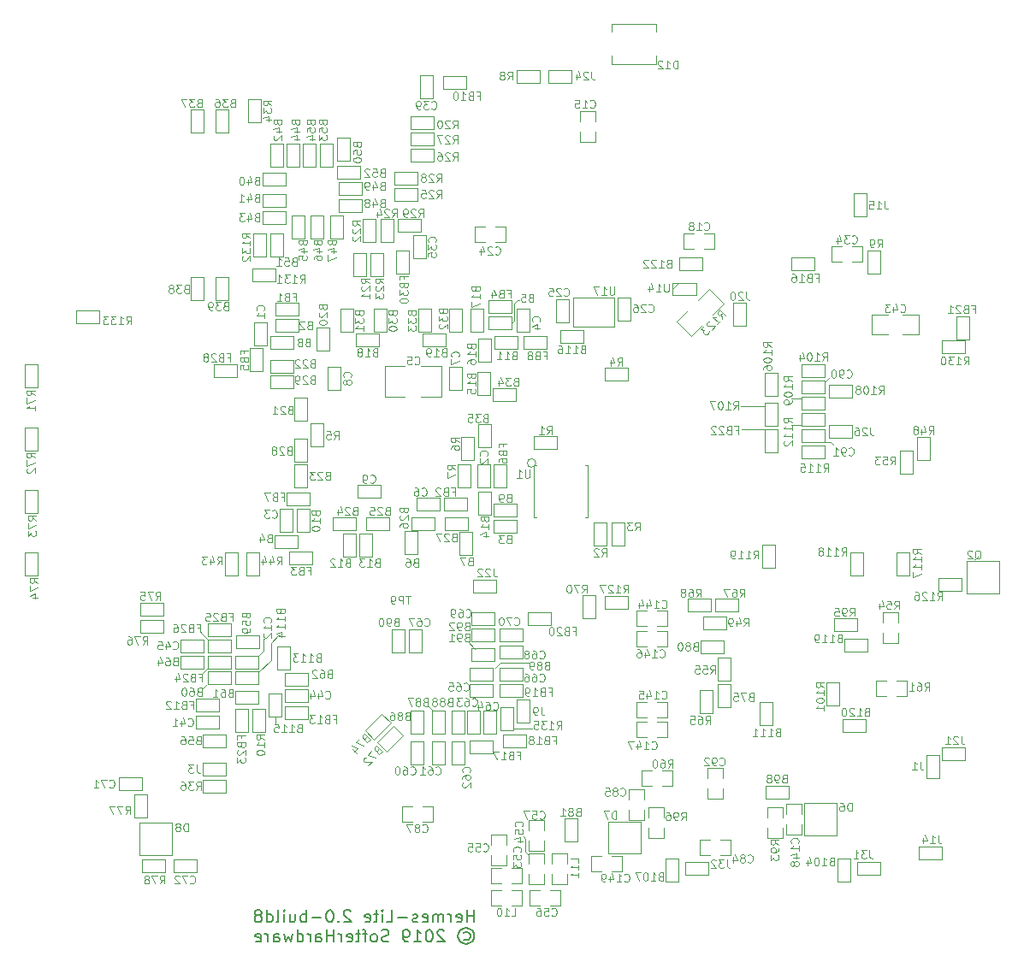
<source format=gbo>
G04 #@! TF.GenerationSoftware,KiCad,Pcbnew,5.0.2-bee76a0~70~ubuntu16.04.1*
G04 #@! TF.CreationDate,2019-02-23T19:03:37-08:00*
G04 #@! TF.ProjectId,hermeslite,6865726d-6573-46c6-9974-652e6b696361,2.0-build8*
G04 #@! TF.SameCoordinates,PX42c1d80PY2625a00*
G04 #@! TF.FileFunction,Legend,Bot*
G04 #@! TF.FilePolarity,Positive*
%FSLAX46Y46*%
G04 Gerber Fmt 4.6, Leading zero omitted, Abs format (unit mm)*
G04 Created by KiCad (PCBNEW 5.0.2-bee76a0~70~ubuntu16.04.1) date Sat 23 Feb 2019 07:03:37 PM PST*
%MOMM*%
%LPD*%
G01*
G04 APERTURE LIST*
%ADD10C,0.100000*%
%ADD11C,0.150000*%
G04 APERTURE END LIST*
D10*
X79900000Y-40300000D02*
X80300000Y-39900000D01*
X80400000Y-46300000D02*
X80700000Y-46600000D01*
X79900000Y-46300000D02*
X80400000Y-46300000D01*
X73850000Y-45100000D02*
X73850000Y-45050000D01*
X71600000Y-45100000D02*
X73850000Y-45100000D01*
X25500000Y-73500000D02*
X25500000Y-74300000D01*
X18300000Y-70700000D02*
X18200000Y-70700000D01*
X18700000Y-70300000D02*
X18300000Y-70700000D01*
X18800000Y-68700000D02*
X18200000Y-69300000D01*
X18100000Y-65200000D02*
X18100000Y-65100000D01*
X18700000Y-65800000D02*
X18100000Y-65200000D01*
X25700000Y-65500000D02*
X25900000Y-65500000D01*
X25000000Y-66200000D02*
X25700000Y-65500000D01*
X25000000Y-67900000D02*
X25000000Y-66200000D01*
X23800000Y-69100000D02*
X25000000Y-67900000D01*
X24300000Y-65800000D02*
X24400000Y-65800000D01*
X24300000Y-67000000D02*
X24300000Y-65800000D01*
X23800000Y-67500000D02*
X24300000Y-67000000D01*
D11*
X45128571Y-93867857D02*
X45128571Y-92667857D01*
X45128571Y-93239285D02*
X44442857Y-93239285D01*
X44442857Y-93867857D02*
X44442857Y-92667857D01*
X43414285Y-93810714D02*
X43528571Y-93867857D01*
X43757142Y-93867857D01*
X43871428Y-93810714D01*
X43928571Y-93696428D01*
X43928571Y-93239285D01*
X43871428Y-93125000D01*
X43757142Y-93067857D01*
X43528571Y-93067857D01*
X43414285Y-93125000D01*
X43357142Y-93239285D01*
X43357142Y-93353571D01*
X43928571Y-93467857D01*
X42842857Y-93867857D02*
X42842857Y-93067857D01*
X42842857Y-93296428D02*
X42785714Y-93182142D01*
X42728571Y-93125000D01*
X42614285Y-93067857D01*
X42500000Y-93067857D01*
X42100000Y-93867857D02*
X42100000Y-93067857D01*
X42100000Y-93182142D02*
X42042857Y-93125000D01*
X41928571Y-93067857D01*
X41757142Y-93067857D01*
X41642857Y-93125000D01*
X41585714Y-93239285D01*
X41585714Y-93867857D01*
X41585714Y-93239285D02*
X41528571Y-93125000D01*
X41414285Y-93067857D01*
X41242857Y-93067857D01*
X41128571Y-93125000D01*
X41071428Y-93239285D01*
X41071428Y-93867857D01*
X40042857Y-93810714D02*
X40157142Y-93867857D01*
X40385714Y-93867857D01*
X40500000Y-93810714D01*
X40557142Y-93696428D01*
X40557142Y-93239285D01*
X40500000Y-93125000D01*
X40385714Y-93067857D01*
X40157142Y-93067857D01*
X40042857Y-93125000D01*
X39985714Y-93239285D01*
X39985714Y-93353571D01*
X40557142Y-93467857D01*
X39528571Y-93810714D02*
X39414285Y-93867857D01*
X39185714Y-93867857D01*
X39071428Y-93810714D01*
X39014285Y-93696428D01*
X39014285Y-93639285D01*
X39071428Y-93525000D01*
X39185714Y-93467857D01*
X39357142Y-93467857D01*
X39471428Y-93410714D01*
X39528571Y-93296428D01*
X39528571Y-93239285D01*
X39471428Y-93125000D01*
X39357142Y-93067857D01*
X39185714Y-93067857D01*
X39071428Y-93125000D01*
X38500000Y-93410714D02*
X37585714Y-93410714D01*
X36442857Y-93867857D02*
X37014285Y-93867857D01*
X37014285Y-92667857D01*
X36042857Y-93867857D02*
X36042857Y-93067857D01*
X36042857Y-92667857D02*
X36100000Y-92725000D01*
X36042857Y-92782142D01*
X35985714Y-92725000D01*
X36042857Y-92667857D01*
X36042857Y-92782142D01*
X35642857Y-93067857D02*
X35185714Y-93067857D01*
X35471428Y-92667857D02*
X35471428Y-93696428D01*
X35414285Y-93810714D01*
X35300000Y-93867857D01*
X35185714Y-93867857D01*
X34328571Y-93810714D02*
X34442857Y-93867857D01*
X34671428Y-93867857D01*
X34785714Y-93810714D01*
X34842857Y-93696428D01*
X34842857Y-93239285D01*
X34785714Y-93125000D01*
X34671428Y-93067857D01*
X34442857Y-93067857D01*
X34328571Y-93125000D01*
X34271428Y-93239285D01*
X34271428Y-93353571D01*
X34842857Y-93467857D01*
X32900000Y-92782142D02*
X32842857Y-92725000D01*
X32728571Y-92667857D01*
X32442857Y-92667857D01*
X32328571Y-92725000D01*
X32271428Y-92782142D01*
X32214285Y-92896428D01*
X32214285Y-93010714D01*
X32271428Y-93182142D01*
X32957142Y-93867857D01*
X32214285Y-93867857D01*
X31700000Y-93753571D02*
X31642857Y-93810714D01*
X31700000Y-93867857D01*
X31757142Y-93810714D01*
X31700000Y-93753571D01*
X31700000Y-93867857D01*
X30900000Y-92667857D02*
X30785714Y-92667857D01*
X30671428Y-92725000D01*
X30614285Y-92782142D01*
X30557142Y-92896428D01*
X30500000Y-93125000D01*
X30500000Y-93410714D01*
X30557142Y-93639285D01*
X30614285Y-93753571D01*
X30671428Y-93810714D01*
X30785714Y-93867857D01*
X30900000Y-93867857D01*
X31014285Y-93810714D01*
X31071428Y-93753571D01*
X31128571Y-93639285D01*
X31185714Y-93410714D01*
X31185714Y-93125000D01*
X31128571Y-92896428D01*
X31071428Y-92782142D01*
X31014285Y-92725000D01*
X30900000Y-92667857D01*
X29985714Y-93410714D02*
X29071428Y-93410714D01*
X28500000Y-93867857D02*
X28500000Y-92667857D01*
X28500000Y-93125000D02*
X28385714Y-93067857D01*
X28157142Y-93067857D01*
X28042857Y-93125000D01*
X27985714Y-93182142D01*
X27928571Y-93296428D01*
X27928571Y-93639285D01*
X27985714Y-93753571D01*
X28042857Y-93810714D01*
X28157142Y-93867857D01*
X28385714Y-93867857D01*
X28500000Y-93810714D01*
X26900000Y-93067857D02*
X26900000Y-93867857D01*
X27414285Y-93067857D02*
X27414285Y-93696428D01*
X27357142Y-93810714D01*
X27242857Y-93867857D01*
X27071428Y-93867857D01*
X26957142Y-93810714D01*
X26900000Y-93753571D01*
X26328571Y-93867857D02*
X26328571Y-93067857D01*
X26328571Y-92667857D02*
X26385714Y-92725000D01*
X26328571Y-92782142D01*
X26271428Y-92725000D01*
X26328571Y-92667857D01*
X26328571Y-92782142D01*
X25585714Y-93867857D02*
X25700000Y-93810714D01*
X25757142Y-93696428D01*
X25757142Y-92667857D01*
X24614285Y-93867857D02*
X24614285Y-92667857D01*
X24614285Y-93810714D02*
X24728571Y-93867857D01*
X24957142Y-93867857D01*
X25071428Y-93810714D01*
X25128571Y-93753571D01*
X25185714Y-93639285D01*
X25185714Y-93296428D01*
X25128571Y-93182142D01*
X25071428Y-93125000D01*
X24957142Y-93067857D01*
X24728571Y-93067857D01*
X24614285Y-93125000D01*
X23871428Y-93182142D02*
X23985714Y-93125000D01*
X24042857Y-93067857D01*
X24100000Y-92953571D01*
X24100000Y-92896428D01*
X24042857Y-92782142D01*
X23985714Y-92725000D01*
X23871428Y-92667857D01*
X23642857Y-92667857D01*
X23528571Y-92725000D01*
X23471428Y-92782142D01*
X23414285Y-92896428D01*
X23414285Y-92953571D01*
X23471428Y-93067857D01*
X23528571Y-93125000D01*
X23642857Y-93182142D01*
X23871428Y-93182142D01*
X23985714Y-93239285D01*
X24042857Y-93296428D01*
X24100000Y-93410714D01*
X24100000Y-93639285D01*
X24042857Y-93753571D01*
X23985714Y-93810714D01*
X23871428Y-93867857D01*
X23642857Y-93867857D01*
X23528571Y-93810714D01*
X23471428Y-93753571D01*
X23414285Y-93639285D01*
X23414285Y-93410714D01*
X23471428Y-93296428D01*
X23528571Y-93239285D01*
X23642857Y-93182142D01*
X44100000Y-94903571D02*
X44214285Y-94846428D01*
X44442857Y-94846428D01*
X44557142Y-94903571D01*
X44671428Y-95017857D01*
X44728571Y-95132142D01*
X44728571Y-95360714D01*
X44671428Y-95475000D01*
X44557142Y-95589285D01*
X44442857Y-95646428D01*
X44214285Y-95646428D01*
X44100000Y-95589285D01*
X44328571Y-94446428D02*
X44614285Y-94503571D01*
X44900000Y-94675000D01*
X45071428Y-94960714D01*
X45128571Y-95246428D01*
X45071428Y-95532142D01*
X44900000Y-95817857D01*
X44614285Y-95989285D01*
X44328571Y-96046428D01*
X44042857Y-95989285D01*
X43757142Y-95817857D01*
X43585714Y-95532142D01*
X43528571Y-95246428D01*
X43585714Y-94960714D01*
X43757142Y-94675000D01*
X44042857Y-94503571D01*
X44328571Y-94446428D01*
X42157142Y-94732142D02*
X42100000Y-94675000D01*
X41985714Y-94617857D01*
X41700000Y-94617857D01*
X41585714Y-94675000D01*
X41528571Y-94732142D01*
X41471428Y-94846428D01*
X41471428Y-94960714D01*
X41528571Y-95132142D01*
X42214285Y-95817857D01*
X41471428Y-95817857D01*
X40728571Y-94617857D02*
X40614285Y-94617857D01*
X40500000Y-94675000D01*
X40442857Y-94732142D01*
X40385714Y-94846428D01*
X40328571Y-95075000D01*
X40328571Y-95360714D01*
X40385714Y-95589285D01*
X40442857Y-95703571D01*
X40500000Y-95760714D01*
X40614285Y-95817857D01*
X40728571Y-95817857D01*
X40842857Y-95760714D01*
X40900000Y-95703571D01*
X40957142Y-95589285D01*
X41014285Y-95360714D01*
X41014285Y-95075000D01*
X40957142Y-94846428D01*
X40900000Y-94732142D01*
X40842857Y-94675000D01*
X40728571Y-94617857D01*
X39185714Y-95817857D02*
X39871428Y-95817857D01*
X39528571Y-95817857D02*
X39528571Y-94617857D01*
X39642857Y-94789285D01*
X39757142Y-94903571D01*
X39871428Y-94960714D01*
X38614285Y-95817857D02*
X38385714Y-95817857D01*
X38271428Y-95760714D01*
X38214285Y-95703571D01*
X38100000Y-95532142D01*
X38042857Y-95303571D01*
X38042857Y-94846428D01*
X38100000Y-94732142D01*
X38157142Y-94675000D01*
X38271428Y-94617857D01*
X38500000Y-94617857D01*
X38614285Y-94675000D01*
X38671428Y-94732142D01*
X38728571Y-94846428D01*
X38728571Y-95132142D01*
X38671428Y-95246428D01*
X38614285Y-95303571D01*
X38500000Y-95360714D01*
X38271428Y-95360714D01*
X38157142Y-95303571D01*
X38100000Y-95246428D01*
X38042857Y-95132142D01*
X36671428Y-95760714D02*
X36500000Y-95817857D01*
X36214285Y-95817857D01*
X36100000Y-95760714D01*
X36042857Y-95703571D01*
X35985714Y-95589285D01*
X35985714Y-95475000D01*
X36042857Y-95360714D01*
X36100000Y-95303571D01*
X36214285Y-95246428D01*
X36442857Y-95189285D01*
X36557142Y-95132142D01*
X36614285Y-95075000D01*
X36671428Y-94960714D01*
X36671428Y-94846428D01*
X36614285Y-94732142D01*
X36557142Y-94675000D01*
X36442857Y-94617857D01*
X36157142Y-94617857D01*
X35985714Y-94675000D01*
X35300000Y-95817857D02*
X35414285Y-95760714D01*
X35471428Y-95703571D01*
X35528571Y-95589285D01*
X35528571Y-95246428D01*
X35471428Y-95132142D01*
X35414285Y-95075000D01*
X35300000Y-95017857D01*
X35128571Y-95017857D01*
X35014285Y-95075000D01*
X34957142Y-95132142D01*
X34900000Y-95246428D01*
X34900000Y-95589285D01*
X34957142Y-95703571D01*
X35014285Y-95760714D01*
X35128571Y-95817857D01*
X35300000Y-95817857D01*
X34557142Y-95017857D02*
X34100000Y-95017857D01*
X34385714Y-95817857D02*
X34385714Y-94789285D01*
X34328571Y-94675000D01*
X34214285Y-94617857D01*
X34100000Y-94617857D01*
X33871428Y-95017857D02*
X33414285Y-95017857D01*
X33700000Y-94617857D02*
X33700000Y-95646428D01*
X33642857Y-95760714D01*
X33528571Y-95817857D01*
X33414285Y-95817857D01*
X32557142Y-95760714D02*
X32671428Y-95817857D01*
X32900000Y-95817857D01*
X33014285Y-95760714D01*
X33071428Y-95646428D01*
X33071428Y-95189285D01*
X33014285Y-95075000D01*
X32900000Y-95017857D01*
X32671428Y-95017857D01*
X32557142Y-95075000D01*
X32500000Y-95189285D01*
X32500000Y-95303571D01*
X33071428Y-95417857D01*
X31985714Y-95817857D02*
X31985714Y-95017857D01*
X31985714Y-95246428D02*
X31928571Y-95132142D01*
X31871428Y-95075000D01*
X31757142Y-95017857D01*
X31642857Y-95017857D01*
X31242857Y-95817857D02*
X31242857Y-94617857D01*
X31242857Y-95189285D02*
X30557142Y-95189285D01*
X30557142Y-95817857D02*
X30557142Y-94617857D01*
X29471428Y-95817857D02*
X29471428Y-95189285D01*
X29528571Y-95075000D01*
X29642857Y-95017857D01*
X29871428Y-95017857D01*
X29985714Y-95075000D01*
X29471428Y-95760714D02*
X29585714Y-95817857D01*
X29871428Y-95817857D01*
X29985714Y-95760714D01*
X30042857Y-95646428D01*
X30042857Y-95532142D01*
X29985714Y-95417857D01*
X29871428Y-95360714D01*
X29585714Y-95360714D01*
X29471428Y-95303571D01*
X28900000Y-95817857D02*
X28900000Y-95017857D01*
X28900000Y-95246428D02*
X28842857Y-95132142D01*
X28785714Y-95075000D01*
X28671428Y-95017857D01*
X28557142Y-95017857D01*
X27642857Y-95817857D02*
X27642857Y-94617857D01*
X27642857Y-95760714D02*
X27757142Y-95817857D01*
X27985714Y-95817857D01*
X28100000Y-95760714D01*
X28157142Y-95703571D01*
X28214285Y-95589285D01*
X28214285Y-95246428D01*
X28157142Y-95132142D01*
X28100000Y-95075000D01*
X27985714Y-95017857D01*
X27757142Y-95017857D01*
X27642857Y-95075000D01*
X27185714Y-95017857D02*
X26957142Y-95817857D01*
X26728571Y-95246428D01*
X26500000Y-95817857D01*
X26271428Y-95017857D01*
X25300000Y-95817857D02*
X25300000Y-95189285D01*
X25357142Y-95075000D01*
X25471428Y-95017857D01*
X25700000Y-95017857D01*
X25814285Y-95075000D01*
X25300000Y-95760714D02*
X25414285Y-95817857D01*
X25700000Y-95817857D01*
X25814285Y-95760714D01*
X25871428Y-95646428D01*
X25871428Y-95532142D01*
X25814285Y-95417857D01*
X25700000Y-95360714D01*
X25414285Y-95360714D01*
X25300000Y-95303571D01*
X24728571Y-95817857D02*
X24728571Y-95017857D01*
X24728571Y-95246428D02*
X24671428Y-95132142D01*
X24614285Y-95075000D01*
X24500000Y-95017857D01*
X24385714Y-95017857D01*
X23528571Y-95760714D02*
X23642857Y-95817857D01*
X23871428Y-95817857D01*
X23985714Y-95760714D01*
X24042857Y-95646428D01*
X24042857Y-95189285D01*
X23985714Y-95075000D01*
X23871428Y-95017857D01*
X23642857Y-95017857D01*
X23528571Y-95075000D01*
X23471428Y-95189285D01*
X23471428Y-95303571D01*
X24042857Y-95417857D01*
D10*
X77500000Y-44600000D02*
X76500000Y-44600000D01*
X77500000Y-42000000D02*
X76500000Y-42000000D01*
X73800000Y-42800000D02*
X71500000Y-42800000D01*
X50200000Y-85600000D02*
X50000000Y-85400000D01*
X50200000Y-86900000D02*
X50200000Y-85600000D01*
X50500000Y-87200000D02*
X50200000Y-86900000D01*
X40600000Y-72500000D02*
X41000000Y-72900000D01*
X49100000Y-74700000D02*
X50900000Y-74700000D01*
X47700000Y-68200000D02*
X50500000Y-68200000D01*
X47200000Y-68700000D02*
X47700000Y-68200000D01*
X44500000Y-66100000D02*
X45200000Y-66800000D01*
X49400000Y-32300000D02*
X49600000Y-32300000D01*
X49100000Y-32600000D02*
X49400000Y-32300000D01*
X49100000Y-34300000D02*
X49100000Y-32600000D01*
X48900000Y-34500000D02*
X49100000Y-34300000D01*
G04 #@! TO.C,C91*
X79843000Y-45065000D02*
X77557000Y-45065000D01*
X77557000Y-45065000D02*
X77557000Y-46335000D01*
X77557000Y-46335000D02*
X79843000Y-46335000D01*
X79843000Y-46335000D02*
X79843000Y-45065000D01*
G04 #@! TO.C,R123*
X67712132Y-34702082D02*
X66580761Y-35833452D01*
X66580761Y-35833452D02*
X65166548Y-34419239D01*
X65166548Y-34419239D02*
X66297918Y-33287868D01*
X67287868Y-32297918D02*
X68419239Y-31166548D01*
X68419239Y-31166548D02*
X69833452Y-32580761D01*
X69833452Y-32580761D02*
X68702082Y-33712132D01*
G04 #@! TO.C,R119*
X73665000Y-56457000D02*
X73665000Y-58743000D01*
X73665000Y-58743000D02*
X74935000Y-58743000D01*
X74935000Y-58743000D02*
X74935000Y-56457000D01*
X74935000Y-56457000D02*
X73665000Y-56457000D01*
G04 #@! TO.C,R118*
X82365000Y-57257000D02*
X82365000Y-59543000D01*
X82365000Y-59543000D02*
X83635000Y-59543000D01*
X83635000Y-59543000D02*
X83635000Y-57257000D01*
X83635000Y-57257000D02*
X82365000Y-57257000D01*
G04 #@! TO.C,R117*
X86965000Y-57257000D02*
X86965000Y-59543000D01*
X86965000Y-59543000D02*
X88235000Y-59543000D01*
X88235000Y-59543000D02*
X88235000Y-57257000D01*
X88235000Y-57257000D02*
X86965000Y-57257000D01*
G04 #@! TO.C,R115*
X77557000Y-47935000D02*
X79843000Y-47935000D01*
X79843000Y-47935000D02*
X79843000Y-46665000D01*
X79843000Y-46665000D02*
X77557000Y-46665000D01*
X77557000Y-46665000D02*
X77557000Y-47935000D01*
G04 #@! TO.C,R112*
X77557000Y-44735000D02*
X79843000Y-44735000D01*
X79843000Y-44735000D02*
X79843000Y-43465000D01*
X79843000Y-43465000D02*
X77557000Y-43465000D01*
X77557000Y-43465000D02*
X77557000Y-44735000D01*
G04 #@! TO.C,R109*
X77557000Y-43135000D02*
X79843000Y-43135000D01*
X79843000Y-43135000D02*
X79843000Y-41865000D01*
X79843000Y-41865000D02*
X77557000Y-41865000D01*
X77557000Y-41865000D02*
X77557000Y-43135000D01*
G04 #@! TO.C,R108*
X80257000Y-41935000D02*
X82543000Y-41935000D01*
X82543000Y-41935000D02*
X82543000Y-40665000D01*
X82543000Y-40665000D02*
X80257000Y-40665000D01*
X80257000Y-40665000D02*
X80257000Y-41935000D01*
G04 #@! TO.C,R104*
X77557000Y-39935000D02*
X79843000Y-39935000D01*
X79843000Y-39935000D02*
X79843000Y-38665000D01*
X79843000Y-38665000D02*
X77557000Y-38665000D01*
X77557000Y-38665000D02*
X77557000Y-39935000D01*
G04 #@! TO.C,C90*
X79843000Y-40265000D02*
X77557000Y-40265000D01*
X77557000Y-40265000D02*
X77557000Y-41535000D01*
X77557000Y-41535000D02*
X79843000Y-41535000D01*
X79843000Y-41535000D02*
X79843000Y-40265000D01*
G04 #@! TO.C,R107*
X73865000Y-42407000D02*
X73865000Y-44693000D01*
X73865000Y-44693000D02*
X75135000Y-44693000D01*
X75135000Y-44693000D02*
X75135000Y-42407000D01*
X75135000Y-42407000D02*
X73865000Y-42407000D01*
G04 #@! TO.C,R106*
X75135000Y-41743000D02*
X75135000Y-39457000D01*
X75135000Y-39457000D02*
X73865000Y-39457000D01*
X73865000Y-39457000D02*
X73865000Y-41743000D01*
X73865000Y-41743000D02*
X75135000Y-41743000D01*
G04 #@! TO.C,R53*
X88535000Y-49443000D02*
X88535000Y-47157000D01*
X88535000Y-47157000D02*
X87265000Y-47157000D01*
X87265000Y-47157000D02*
X87265000Y-49443000D01*
X87265000Y-49443000D02*
X88535000Y-49443000D01*
G04 #@! TO.C,R48*
X90235000Y-48143000D02*
X90235000Y-45857000D01*
X90235000Y-45857000D02*
X88965000Y-45857000D01*
X88965000Y-45857000D02*
X88965000Y-48143000D01*
X88965000Y-48143000D02*
X90235000Y-48143000D01*
G04 #@! TO.C,B111*
X73365000Y-72057000D02*
X73365000Y-74343000D01*
X73365000Y-74343000D02*
X74635000Y-74343000D01*
X74635000Y-74343000D02*
X74635000Y-72057000D01*
X74635000Y-72057000D02*
X73365000Y-72057000D01*
G04 #@! TO.C,C147*
X63208000Y-75562000D02*
X64224000Y-75562000D01*
X64224000Y-75562000D02*
X64224000Y-74038000D01*
X64224000Y-74038000D02*
X63208000Y-74038000D01*
X62192000Y-74038000D02*
X61176000Y-74038000D01*
X61176000Y-74038000D02*
X61176000Y-75562000D01*
X61176000Y-75562000D02*
X62192000Y-75562000D01*
G04 #@! TO.C,C146*
X63208000Y-66562000D02*
X64224000Y-66562000D01*
X64224000Y-66562000D02*
X64224000Y-65038000D01*
X64224000Y-65038000D02*
X63208000Y-65038000D01*
X62192000Y-65038000D02*
X61176000Y-65038000D01*
X61176000Y-65038000D02*
X61176000Y-66562000D01*
X61176000Y-66562000D02*
X62192000Y-66562000D01*
G04 #@! TO.C,C145*
X63208000Y-73562000D02*
X64224000Y-73562000D01*
X64224000Y-73562000D02*
X64224000Y-72038000D01*
X64224000Y-72038000D02*
X63208000Y-72038000D01*
X62192000Y-72038000D02*
X61176000Y-72038000D01*
X61176000Y-72038000D02*
X61176000Y-73562000D01*
X61176000Y-73562000D02*
X62192000Y-73562000D01*
G04 #@! TO.C,C144*
X63208000Y-64562000D02*
X64224000Y-64562000D01*
X64224000Y-64562000D02*
X64224000Y-63038000D01*
X64224000Y-63038000D02*
X63208000Y-63038000D01*
X62192000Y-63038000D02*
X61176000Y-63038000D01*
X61176000Y-63038000D02*
X61176000Y-64562000D01*
X61176000Y-64562000D02*
X62192000Y-64562000D01*
G04 #@! TO.C,R68*
X68543000Y-61865000D02*
X66257000Y-61865000D01*
X66257000Y-61865000D02*
X66257000Y-63135000D01*
X66257000Y-63135000D02*
X68543000Y-63135000D01*
X68543000Y-63135000D02*
X68543000Y-61865000D01*
G04 #@! TO.C,R67*
X71243000Y-61865000D02*
X68957000Y-61865000D01*
X68957000Y-61865000D02*
X68957000Y-63135000D01*
X68957000Y-63135000D02*
X71243000Y-63135000D01*
X71243000Y-63135000D02*
X71243000Y-61865000D01*
G04 #@! TO.C,B80*
X69843000Y-65965000D02*
X67557000Y-65965000D01*
X67557000Y-65965000D02*
X67557000Y-67235000D01*
X67557000Y-67235000D02*
X69843000Y-67235000D01*
X69843000Y-67235000D02*
X69843000Y-65965000D01*
G04 #@! TO.C,C43*
X87500000Y-33700000D02*
X89100000Y-33700000D01*
X89100000Y-33700000D02*
X89100000Y-35700000D01*
X89100000Y-35700000D02*
X87500000Y-35700000D01*
X86100000Y-35700000D02*
X84500000Y-35700000D01*
X84500000Y-35700000D02*
X84500000Y-33700000D01*
X84500000Y-33700000D02*
X86100000Y-33700000D01*
G04 #@! TO.C,C34*
X81492000Y-26938000D02*
X80476000Y-26938000D01*
X80476000Y-26938000D02*
X80476000Y-28462000D01*
X80476000Y-28462000D02*
X81492000Y-28462000D01*
X82508000Y-28462000D02*
X83524000Y-28462000D01*
X83524000Y-28462000D02*
X83524000Y-26938000D01*
X83524000Y-26938000D02*
X82508000Y-26938000D01*
G04 #@! TO.C,R61*
X86908000Y-71462000D02*
X87924000Y-71462000D01*
X87924000Y-71462000D02*
X87924000Y-69938000D01*
X87924000Y-69938000D02*
X86908000Y-69938000D01*
X85892000Y-69938000D02*
X84876000Y-69938000D01*
X84876000Y-69938000D02*
X84876000Y-71462000D01*
X84876000Y-71462000D02*
X85892000Y-71462000D01*
G04 #@! TO.C,R54*
X85538000Y-65208000D02*
X85538000Y-66224000D01*
X85538000Y-66224000D02*
X87062000Y-66224000D01*
X87062000Y-66224000D02*
X87062000Y-65208000D01*
X87062000Y-64192000D02*
X87062000Y-63176000D01*
X87062000Y-63176000D02*
X85538000Y-63176000D01*
X85538000Y-63176000D02*
X85538000Y-64192000D01*
G04 #@! TO.C,B81*
X54065000Y-83557000D02*
X54065000Y-85843000D01*
X54065000Y-85843000D02*
X55335000Y-85843000D01*
X55335000Y-85843000D02*
X55335000Y-83557000D01*
X55335000Y-83557000D02*
X54065000Y-83557000D01*
G04 #@! TO.C,L11*
X52838000Y-89108000D02*
X52838000Y-90124000D01*
X52838000Y-90124000D02*
X54362000Y-90124000D01*
X54362000Y-90124000D02*
X54362000Y-89108000D01*
X54362000Y-88092000D02*
X54362000Y-87076000D01*
X54362000Y-87076000D02*
X52838000Y-87076000D01*
X52838000Y-87076000D02*
X52838000Y-88092000D01*
G04 #@! TO.C,L10*
X47792000Y-90738000D02*
X46776000Y-90738000D01*
X46776000Y-90738000D02*
X46776000Y-92262000D01*
X46776000Y-92262000D02*
X47792000Y-92262000D01*
X48808000Y-92262000D02*
X49824000Y-92262000D01*
X49824000Y-92262000D02*
X49824000Y-90738000D01*
X49824000Y-90738000D02*
X48808000Y-90738000D01*
G04 #@! TO.C,C57*
X50538000Y-85808000D02*
X50538000Y-86824000D01*
X50538000Y-86824000D02*
X52062000Y-86824000D01*
X52062000Y-86824000D02*
X52062000Y-85808000D01*
X52062000Y-84792000D02*
X52062000Y-83776000D01*
X52062000Y-83776000D02*
X50538000Y-83776000D01*
X50538000Y-83776000D02*
X50538000Y-84792000D01*
G04 #@! TO.C,C56*
X51592000Y-90738000D02*
X50576000Y-90738000D01*
X50576000Y-90738000D02*
X50576000Y-92262000D01*
X50576000Y-92262000D02*
X51592000Y-92262000D01*
X52608000Y-92262000D02*
X53624000Y-92262000D01*
X53624000Y-92262000D02*
X53624000Y-90738000D01*
X53624000Y-90738000D02*
X52608000Y-90738000D01*
G04 #@! TO.C,C55*
X46838000Y-87208000D02*
X46838000Y-88224000D01*
X46838000Y-88224000D02*
X48362000Y-88224000D01*
X48362000Y-88224000D02*
X48362000Y-87208000D01*
X48362000Y-86192000D02*
X48362000Y-85176000D01*
X48362000Y-85176000D02*
X46838000Y-85176000D01*
X46838000Y-85176000D02*
X46838000Y-86192000D01*
G04 #@! TO.C,C54*
X52062000Y-88092000D02*
X52062000Y-87076000D01*
X52062000Y-87076000D02*
X50538000Y-87076000D01*
X50538000Y-87076000D02*
X50538000Y-88092000D01*
X50538000Y-89108000D02*
X50538000Y-90124000D01*
X50538000Y-90124000D02*
X52062000Y-90124000D01*
X52062000Y-90124000D02*
X52062000Y-89108000D01*
G04 #@! TO.C,C53*
X48808000Y-90062000D02*
X49824000Y-90062000D01*
X49824000Y-90062000D02*
X49824000Y-88538000D01*
X49824000Y-88538000D02*
X48808000Y-88538000D01*
X47792000Y-88538000D02*
X46776000Y-88538000D01*
X46776000Y-88538000D02*
X46776000Y-90062000D01*
X46776000Y-90062000D02*
X47792000Y-90062000D01*
G04 #@! TO.C,B98*
X76243000Y-80365000D02*
X73957000Y-80365000D01*
X73957000Y-80365000D02*
X73957000Y-81635000D01*
X73957000Y-81635000D02*
X76243000Y-81635000D01*
X76243000Y-81635000D02*
X76243000Y-80365000D01*
G04 #@! TO.C,R96*
X62338000Y-84508000D02*
X62338000Y-85524000D01*
X62338000Y-85524000D02*
X63862000Y-85524000D01*
X63862000Y-85524000D02*
X63862000Y-84508000D01*
X63862000Y-83492000D02*
X63862000Y-82476000D01*
X63862000Y-82476000D02*
X62338000Y-82476000D01*
X62338000Y-82476000D02*
X62338000Y-83492000D01*
G04 #@! TO.C,R93*
X75662000Y-83492000D02*
X75662000Y-82476000D01*
X75662000Y-82476000D02*
X74138000Y-82476000D01*
X74138000Y-82476000D02*
X74138000Y-83492000D01*
X74138000Y-84508000D02*
X74138000Y-85524000D01*
X74138000Y-85524000D02*
X75662000Y-85524000D01*
X75662000Y-85524000D02*
X75662000Y-84508000D01*
G04 #@! TO.C,C149*
X58708000Y-88862000D02*
X59724000Y-88862000D01*
X59724000Y-88862000D02*
X59724000Y-87338000D01*
X59724000Y-87338000D02*
X58708000Y-87338000D01*
X57692000Y-87338000D02*
X56676000Y-87338000D01*
X56676000Y-87338000D02*
X56676000Y-88862000D01*
X56676000Y-88862000D02*
X57692000Y-88862000D01*
G04 #@! TO.C,C148*
X76038000Y-84208000D02*
X76038000Y-85224000D01*
X76038000Y-85224000D02*
X77562000Y-85224000D01*
X77562000Y-85224000D02*
X77562000Y-84208000D01*
X77562000Y-83192000D02*
X77562000Y-82176000D01*
X77562000Y-82176000D02*
X76038000Y-82176000D01*
X76038000Y-82176000D02*
X76038000Y-83192000D01*
G04 #@! TO.C,B107*
X65335000Y-89843000D02*
X65335000Y-87557000D01*
X65335000Y-87557000D02*
X64065000Y-87557000D01*
X64065000Y-87557000D02*
X64065000Y-89843000D01*
X64065000Y-89843000D02*
X65335000Y-89843000D01*
G04 #@! TO.C,B104*
X82335000Y-89843000D02*
X82335000Y-87557000D01*
X82335000Y-87557000D02*
X81065000Y-87557000D01*
X81065000Y-87557000D02*
X81065000Y-89843000D01*
X81065000Y-89843000D02*
X82335000Y-89843000D01*
G04 #@! TO.C,R65*
X68735000Y-73143000D02*
X68735000Y-70857000D01*
X68735000Y-70857000D02*
X67465000Y-70857000D01*
X67465000Y-70857000D02*
X67465000Y-73143000D01*
X67465000Y-73143000D02*
X68735000Y-73143000D01*
G04 #@! TO.C,R55*
X70535000Y-69943000D02*
X70535000Y-67657000D01*
X70535000Y-67657000D02*
X69265000Y-67657000D01*
X69265000Y-67657000D02*
X69265000Y-69943000D01*
X69265000Y-69943000D02*
X70535000Y-69943000D01*
G04 #@! TO.C,R49*
X67757000Y-64835000D02*
X70043000Y-64835000D01*
X70043000Y-64835000D02*
X70043000Y-63565000D01*
X70043000Y-63565000D02*
X67757000Y-63565000D01*
X67757000Y-63565000D02*
X67757000Y-64835000D01*
G04 #@! TO.C,B75*
X70535000Y-72543000D02*
X70535000Y-70257000D01*
X70535000Y-70257000D02*
X69265000Y-70257000D01*
X69265000Y-70257000D02*
X69265000Y-72543000D01*
X69265000Y-72543000D02*
X70535000Y-72543000D01*
G04 #@! TO.C,J22*
X45057000Y-61235000D02*
X47343000Y-61235000D01*
X47343000Y-61235000D02*
X47343000Y-59965000D01*
X47343000Y-59965000D02*
X45057000Y-59965000D01*
X45057000Y-59965000D02*
X45057000Y-61235000D01*
G04 #@! TO.C,J9*
X50635000Y-74143000D02*
X50635000Y-71857000D01*
X50635000Y-71857000D02*
X49365000Y-71857000D01*
X49365000Y-71857000D02*
X49365000Y-74143000D01*
X49365000Y-74143000D02*
X50635000Y-74143000D01*
G04 #@! TO.C,B74*
X35240790Y-75757236D02*
X36857236Y-74140790D01*
X36857236Y-74140790D02*
X35959210Y-73242764D01*
X35959210Y-73242764D02*
X34342764Y-74859210D01*
X34342764Y-74859210D02*
X35240790Y-75757236D01*
G04 #@! TO.C,B72*
X36440790Y-76957236D02*
X38057236Y-75340790D01*
X38057236Y-75340790D02*
X37159210Y-74442764D01*
X37159210Y-74442764D02*
X35542764Y-76059210D01*
X35542764Y-76059210D02*
X36440790Y-76957236D01*
G04 #@! TO.C,FB20*
X50457000Y-64435000D02*
X52743000Y-64435000D01*
X52743000Y-64435000D02*
X52743000Y-63165000D01*
X52743000Y-63165000D02*
X50457000Y-63165000D01*
X50457000Y-63165000D02*
X50457000Y-64435000D01*
G04 #@! TO.C,FB19*
X49943000Y-70265000D02*
X47657000Y-70265000D01*
X47657000Y-70265000D02*
X47657000Y-71535000D01*
X47657000Y-71535000D02*
X49943000Y-71535000D01*
X49943000Y-71535000D02*
X49943000Y-70265000D01*
G04 #@! TO.C,FB18*
X50243000Y-75265000D02*
X47957000Y-75265000D01*
X47957000Y-75265000D02*
X47957000Y-76535000D01*
X47957000Y-76535000D02*
X50243000Y-76535000D01*
X50243000Y-76535000D02*
X50243000Y-75265000D01*
G04 #@! TO.C,FB17*
X44657000Y-77135000D02*
X46943000Y-77135000D01*
X46943000Y-77135000D02*
X46943000Y-75865000D01*
X46943000Y-75865000D02*
X44657000Y-75865000D01*
X44657000Y-75865000D02*
X44657000Y-77135000D01*
G04 #@! TO.C,C70*
X47657000Y-66035000D02*
X49943000Y-66035000D01*
X49943000Y-66035000D02*
X49943000Y-64765000D01*
X49943000Y-64765000D02*
X47657000Y-64765000D01*
X47657000Y-64765000D02*
X47657000Y-66035000D01*
G04 #@! TO.C,C69*
X47143000Y-63165000D02*
X44857000Y-63165000D01*
X44857000Y-63165000D02*
X44857000Y-64435000D01*
X44857000Y-64435000D02*
X47143000Y-64435000D01*
X47143000Y-64435000D02*
X47143000Y-63165000D01*
G04 #@! TO.C,C67*
X38665000Y-64857000D02*
X38665000Y-67143000D01*
X38665000Y-67143000D02*
X39935000Y-67143000D01*
X39935000Y-67143000D02*
X39935000Y-64857000D01*
X39935000Y-64857000D02*
X38665000Y-64857000D01*
G04 #@! TO.C,C66*
X47657000Y-69935000D02*
X49943000Y-69935000D01*
X49943000Y-69935000D02*
X49943000Y-68665000D01*
X49943000Y-68665000D02*
X47657000Y-68665000D01*
X47657000Y-68665000D02*
X47657000Y-69935000D01*
G04 #@! TO.C,C65*
X46943000Y-70265000D02*
X44657000Y-70265000D01*
X44657000Y-70265000D02*
X44657000Y-71535000D01*
X44657000Y-71535000D02*
X46943000Y-71535000D01*
X46943000Y-71535000D02*
X46943000Y-70265000D01*
G04 #@! TO.C,C64*
X47335000Y-75243000D02*
X47335000Y-72957000D01*
X47335000Y-72957000D02*
X46065000Y-72957000D01*
X46065000Y-72957000D02*
X46065000Y-75243000D01*
X46065000Y-75243000D02*
X47335000Y-75243000D01*
G04 #@! TO.C,C63*
X45735000Y-75243000D02*
X45735000Y-72957000D01*
X45735000Y-72957000D02*
X44465000Y-72957000D01*
X44465000Y-72957000D02*
X44465000Y-75243000D01*
X44465000Y-75243000D02*
X45735000Y-75243000D01*
G04 #@! TO.C,C62*
X42865000Y-75957000D02*
X42865000Y-78243000D01*
X42865000Y-78243000D02*
X44135000Y-78243000D01*
X44135000Y-78243000D02*
X44135000Y-75957000D01*
X44135000Y-75957000D02*
X42865000Y-75957000D01*
G04 #@! TO.C,C61*
X40965000Y-75957000D02*
X40965000Y-78243000D01*
X40965000Y-78243000D02*
X42235000Y-78243000D01*
X42235000Y-78243000D02*
X42235000Y-75957000D01*
X42235000Y-75957000D02*
X40965000Y-75957000D01*
G04 #@! TO.C,C60*
X38865000Y-75957000D02*
X38865000Y-78243000D01*
X38865000Y-78243000D02*
X40135000Y-78243000D01*
X40135000Y-78243000D02*
X40135000Y-75957000D01*
X40135000Y-75957000D02*
X38865000Y-75957000D01*
G04 #@! TO.C,B92*
X47143000Y-64765000D02*
X44857000Y-64765000D01*
X44857000Y-64765000D02*
X44857000Y-66035000D01*
X44857000Y-66035000D02*
X47143000Y-66035000D01*
X47143000Y-66035000D02*
X47143000Y-64765000D01*
G04 #@! TO.C,B91*
X47143000Y-66765000D02*
X44857000Y-66765000D01*
X44857000Y-66765000D02*
X44857000Y-68035000D01*
X44857000Y-68035000D02*
X47143000Y-68035000D01*
X47143000Y-68035000D02*
X47143000Y-66765000D01*
G04 #@! TO.C,B90*
X36965000Y-64857000D02*
X36965000Y-67143000D01*
X36965000Y-67143000D02*
X38235000Y-67143000D01*
X38235000Y-67143000D02*
X38235000Y-64857000D01*
X38235000Y-64857000D02*
X36965000Y-64857000D01*
G04 #@! TO.C,B89*
X46943000Y-68665000D02*
X44657000Y-68665000D01*
X44657000Y-68665000D02*
X44657000Y-69935000D01*
X44657000Y-69935000D02*
X46943000Y-69935000D01*
X46943000Y-69935000D02*
X46943000Y-68665000D01*
G04 #@! TO.C,B88*
X44135000Y-75243000D02*
X44135000Y-72957000D01*
X44135000Y-72957000D02*
X42865000Y-72957000D01*
X42865000Y-72957000D02*
X42865000Y-75243000D01*
X42865000Y-75243000D02*
X44135000Y-75243000D01*
G04 #@! TO.C,B87*
X42235000Y-75243000D02*
X42235000Y-72957000D01*
X42235000Y-72957000D02*
X40965000Y-72957000D01*
X40965000Y-72957000D02*
X40965000Y-75243000D01*
X40965000Y-75243000D02*
X42235000Y-75243000D01*
G04 #@! TO.C,B86*
X40135000Y-75243000D02*
X40135000Y-72957000D01*
X40135000Y-72957000D02*
X38865000Y-72957000D01*
X38865000Y-72957000D02*
X38865000Y-75243000D01*
X38865000Y-75243000D02*
X40135000Y-75243000D01*
G04 #@! TO.C,U17*
X54900000Y-32000000D02*
X59000000Y-32000000D01*
X59000000Y-32000000D02*
X59000000Y-34900000D01*
X59000000Y-34900000D02*
X54900000Y-34900000D01*
X54900000Y-34900000D02*
X54900000Y-32000000D01*
G04 #@! TO.C,C26*
X59365000Y-32057000D02*
X59365000Y-34343000D01*
X59365000Y-34343000D02*
X60635000Y-34343000D01*
X60635000Y-34343000D02*
X60635000Y-32057000D01*
X60635000Y-32057000D02*
X59365000Y-32057000D01*
G04 #@! TO.C,C25*
X53265000Y-32157000D02*
X53265000Y-34443000D01*
X53265000Y-34443000D02*
X54535000Y-34443000D01*
X54535000Y-34443000D02*
X54535000Y-32157000D01*
X54535000Y-32157000D02*
X53265000Y-32157000D01*
G04 #@! TO.C,B116*
X55943000Y-35265000D02*
X53657000Y-35265000D01*
X53657000Y-35265000D02*
X53657000Y-36535000D01*
X53657000Y-36535000D02*
X55943000Y-36535000D01*
X55943000Y-36535000D02*
X55943000Y-35265000D01*
G04 #@! TO.C,FB30*
X38635000Y-29643000D02*
X38635000Y-27357000D01*
X38635000Y-27357000D02*
X37365000Y-27357000D01*
X37365000Y-27357000D02*
X37365000Y-29643000D01*
X37365000Y-29643000D02*
X38635000Y-29643000D01*
G04 #@! TO.C,FB28*
X21643000Y-38665000D02*
X19357000Y-38665000D01*
X19357000Y-38665000D02*
X19357000Y-39935000D01*
X19357000Y-39935000D02*
X21643000Y-39935000D01*
X21643000Y-39935000D02*
X21643000Y-38665000D01*
G04 #@! TO.C,C24*
X47208000Y-26562000D02*
X48224000Y-26562000D01*
X48224000Y-26562000D02*
X48224000Y-25038000D01*
X48224000Y-25038000D02*
X47208000Y-25038000D01*
X46192000Y-25038000D02*
X45176000Y-25038000D01*
X45176000Y-25038000D02*
X45176000Y-26562000D01*
X45176000Y-26562000D02*
X46192000Y-26562000D01*
G04 #@! TO.C,C18*
X66892000Y-25638000D02*
X65876000Y-25638000D01*
X65876000Y-25638000D02*
X65876000Y-27162000D01*
X65876000Y-27162000D02*
X66892000Y-27162000D01*
X67908000Y-27162000D02*
X68924000Y-27162000D01*
X68924000Y-27162000D02*
X68924000Y-25638000D01*
X68924000Y-25638000D02*
X67908000Y-25638000D01*
G04 #@! TO.C,C15*
X55638000Y-15608000D02*
X55638000Y-16624000D01*
X55638000Y-16624000D02*
X57162000Y-16624000D01*
X57162000Y-16624000D02*
X57162000Y-15608000D01*
X57162000Y-14592000D02*
X57162000Y-13576000D01*
X57162000Y-13576000D02*
X55638000Y-13576000D01*
X55638000Y-13576000D02*
X55638000Y-14592000D01*
G04 #@! TO.C,R44*
X23835000Y-59543000D02*
X23835000Y-57257000D01*
X23835000Y-57257000D02*
X22565000Y-57257000D01*
X22565000Y-57257000D02*
X22565000Y-59543000D01*
X22565000Y-59543000D02*
X23835000Y-59543000D01*
G04 #@! TO.C,R43*
X21735000Y-59543000D02*
X21735000Y-57257000D01*
X21735000Y-57257000D02*
X20465000Y-57257000D01*
X20465000Y-57257000D02*
X20465000Y-59543000D01*
X20465000Y-59543000D02*
X21735000Y-59543000D01*
G04 #@! TO.C,R10*
X24435000Y-75043000D02*
X24435000Y-72757000D01*
X24435000Y-72757000D02*
X23165000Y-72757000D01*
X23165000Y-72757000D02*
X23165000Y-75043000D01*
X23165000Y-75043000D02*
X24435000Y-75043000D01*
G04 #@! TO.C,R36*
X20543000Y-79765000D02*
X18257000Y-79765000D01*
X18257000Y-79765000D02*
X18257000Y-81035000D01*
X18257000Y-81035000D02*
X20543000Y-81035000D01*
X20543000Y-81035000D02*
X20543000Y-79765000D01*
G04 #@! TO.C,J3*
X20543000Y-78065000D02*
X18257000Y-78065000D01*
X18257000Y-78065000D02*
X18257000Y-79335000D01*
X18257000Y-79335000D02*
X20543000Y-79335000D01*
X20543000Y-79335000D02*
X20543000Y-78065000D01*
G04 #@! TO.C,FB26*
X21043000Y-65865000D02*
X18757000Y-65865000D01*
X18757000Y-65865000D02*
X18757000Y-67135000D01*
X18757000Y-67135000D02*
X21043000Y-67135000D01*
X21043000Y-67135000D02*
X21043000Y-65865000D01*
G04 #@! TO.C,FB25*
X21043000Y-64265000D02*
X18757000Y-64265000D01*
X18757000Y-64265000D02*
X18757000Y-65535000D01*
X18757000Y-65535000D02*
X21043000Y-65535000D01*
X21043000Y-65535000D02*
X21043000Y-64265000D01*
G04 #@! TO.C,FB24*
X21043000Y-67465000D02*
X18757000Y-67465000D01*
X18757000Y-67465000D02*
X18757000Y-68735000D01*
X18757000Y-68735000D02*
X21043000Y-68735000D01*
X21043000Y-68735000D02*
X21043000Y-67465000D01*
G04 #@! TO.C,FB23*
X21465000Y-72757000D02*
X21465000Y-75043000D01*
X21465000Y-75043000D02*
X22735000Y-75043000D01*
X22735000Y-75043000D02*
X22735000Y-72757000D01*
X22735000Y-72757000D02*
X21465000Y-72757000D01*
G04 #@! TO.C,FB13*
X28643000Y-72465000D02*
X26357000Y-72465000D01*
X26357000Y-72465000D02*
X26357000Y-73735000D01*
X26357000Y-73735000D02*
X28643000Y-73735000D01*
X28643000Y-73735000D02*
X28643000Y-72465000D01*
G04 #@! TO.C,FB12*
X19843000Y-71765000D02*
X17557000Y-71765000D01*
X17557000Y-71765000D02*
X17557000Y-73035000D01*
X17557000Y-73035000D02*
X19843000Y-73035000D01*
X19843000Y-73035000D02*
X19843000Y-71765000D01*
G04 #@! TO.C,C41*
X19843000Y-73465000D02*
X17557000Y-73465000D01*
X17557000Y-73465000D02*
X17557000Y-74735000D01*
X17557000Y-74735000D02*
X19843000Y-74735000D01*
X19843000Y-74735000D02*
X19843000Y-73465000D01*
G04 #@! TO.C,C12*
X21457000Y-68735000D02*
X23743000Y-68735000D01*
X23743000Y-68735000D02*
X23743000Y-67465000D01*
X23743000Y-67465000D02*
X21457000Y-67465000D01*
X21457000Y-67465000D02*
X21457000Y-68735000D01*
G04 #@! TO.C,B115*
X26035000Y-73543000D02*
X26035000Y-71257000D01*
X26035000Y-71257000D02*
X24765000Y-71257000D01*
X24765000Y-71257000D02*
X24765000Y-73543000D01*
X24765000Y-73543000D02*
X26035000Y-73543000D01*
G04 #@! TO.C,B114*
X21457000Y-70335000D02*
X23743000Y-70335000D01*
X23743000Y-70335000D02*
X23743000Y-69065000D01*
X23743000Y-69065000D02*
X21457000Y-69065000D01*
X21457000Y-69065000D02*
X21457000Y-70335000D01*
G04 #@! TO.C,B113*
X25665000Y-66557000D02*
X25665000Y-68843000D01*
X25665000Y-68843000D02*
X26935000Y-68843000D01*
X26935000Y-68843000D02*
X26935000Y-66557000D01*
X26935000Y-66557000D02*
X25665000Y-66557000D01*
G04 #@! TO.C,B56*
X20543000Y-75265000D02*
X18257000Y-75265000D01*
X18257000Y-75265000D02*
X18257000Y-76535000D01*
X18257000Y-76535000D02*
X20543000Y-76535000D01*
X20543000Y-76535000D02*
X20543000Y-75265000D01*
G04 #@! TO.C,C45*
X18343000Y-65865000D02*
X16057000Y-65865000D01*
X16057000Y-65865000D02*
X16057000Y-67135000D01*
X16057000Y-67135000D02*
X18343000Y-67135000D01*
X18343000Y-67135000D02*
X18343000Y-65865000D01*
G04 #@! TO.C,C44*
X28643000Y-70765000D02*
X26357000Y-70765000D01*
X26357000Y-70765000D02*
X26357000Y-72035000D01*
X26357000Y-72035000D02*
X28643000Y-72035000D01*
X28643000Y-72035000D02*
X28643000Y-70765000D01*
G04 #@! TO.C,B64*
X18343000Y-67465000D02*
X16057000Y-67465000D01*
X16057000Y-67465000D02*
X16057000Y-68735000D01*
X16057000Y-68735000D02*
X18343000Y-68735000D01*
X18343000Y-68735000D02*
X18343000Y-67465000D01*
G04 #@! TO.C,B62*
X28643000Y-69165000D02*
X26357000Y-69165000D01*
X26357000Y-69165000D02*
X26357000Y-70435000D01*
X26357000Y-70435000D02*
X28643000Y-70435000D01*
X28643000Y-70435000D02*
X28643000Y-69165000D01*
G04 #@! TO.C,B61*
X21457000Y-72235000D02*
X23743000Y-72235000D01*
X23743000Y-72235000D02*
X23743000Y-70965000D01*
X23743000Y-70965000D02*
X21457000Y-70965000D01*
X21457000Y-70965000D02*
X21457000Y-72235000D01*
G04 #@! TO.C,B60*
X21043000Y-69065000D02*
X18757000Y-69065000D01*
X18757000Y-69065000D02*
X18757000Y-70335000D01*
X18757000Y-70335000D02*
X21043000Y-70335000D01*
X21043000Y-70335000D02*
X21043000Y-69065000D01*
G04 #@! TO.C,B59*
X23843000Y-65465000D02*
X21557000Y-65465000D01*
X21557000Y-65465000D02*
X21557000Y-66735000D01*
X21557000Y-66735000D02*
X23843000Y-66735000D01*
X23843000Y-66735000D02*
X23843000Y-65465000D01*
G04 #@! TO.C,R78*
X14543000Y-87665000D02*
X12257000Y-87665000D01*
X12257000Y-87665000D02*
X12257000Y-88935000D01*
X12257000Y-88935000D02*
X14543000Y-88935000D01*
X14543000Y-88935000D02*
X14543000Y-87665000D01*
G04 #@! TO.C,R77*
X11465000Y-81257000D02*
X11465000Y-83543000D01*
X11465000Y-83543000D02*
X12735000Y-83543000D01*
X12735000Y-83543000D02*
X12735000Y-81257000D01*
X12735000Y-81257000D02*
X11465000Y-81257000D01*
G04 #@! TO.C,R76*
X12057000Y-65235000D02*
X14343000Y-65235000D01*
X14343000Y-65235000D02*
X14343000Y-63965000D01*
X14343000Y-63965000D02*
X12057000Y-63965000D01*
X12057000Y-63965000D02*
X12057000Y-65235000D01*
G04 #@! TO.C,R75*
X12057000Y-63535000D02*
X14343000Y-63535000D01*
X14343000Y-63535000D02*
X14343000Y-62265000D01*
X14343000Y-62265000D02*
X12057000Y-62265000D01*
X12057000Y-62265000D02*
X12057000Y-63535000D01*
G04 #@! TO.C,C72*
X15357000Y-88935000D02*
X17643000Y-88935000D01*
X17643000Y-88935000D02*
X17643000Y-87665000D01*
X17643000Y-87665000D02*
X15357000Y-87665000D01*
X15357000Y-87665000D02*
X15357000Y-88935000D01*
G04 #@! TO.C,C71*
X12243000Y-79565000D02*
X9957000Y-79565000D01*
X9957000Y-79565000D02*
X9957000Y-80835000D01*
X9957000Y-80835000D02*
X12243000Y-80835000D01*
X12243000Y-80835000D02*
X12243000Y-79565000D01*
G04 #@! TO.C,R74*
X665000Y-57257000D02*
X665000Y-59543000D01*
X665000Y-59543000D02*
X1935000Y-59543000D01*
X1935000Y-59543000D02*
X1935000Y-57257000D01*
X1935000Y-57257000D02*
X665000Y-57257000D01*
G04 #@! TO.C,R73*
X665000Y-51057000D02*
X665000Y-53343000D01*
X665000Y-53343000D02*
X1935000Y-53343000D01*
X1935000Y-53343000D02*
X1935000Y-51057000D01*
X1935000Y-51057000D02*
X665000Y-51057000D01*
G04 #@! TO.C,R72*
X665000Y-44857000D02*
X665000Y-47143000D01*
X665000Y-47143000D02*
X1935000Y-47143000D01*
X1935000Y-47143000D02*
X1935000Y-44857000D01*
X1935000Y-44857000D02*
X665000Y-44857000D01*
G04 #@! TO.C,R71*
X665000Y-38657000D02*
X665000Y-40943000D01*
X665000Y-40943000D02*
X1935000Y-40943000D01*
X1935000Y-40943000D02*
X1935000Y-38657000D01*
X1935000Y-38657000D02*
X665000Y-38657000D01*
G04 #@! TO.C,FB8*
X52343000Y-35865000D02*
X50057000Y-35865000D01*
X50057000Y-35865000D02*
X50057000Y-37135000D01*
X50057000Y-37135000D02*
X52343000Y-37135000D01*
X52343000Y-37135000D02*
X52343000Y-35865000D01*
G04 #@! TO.C,FB7*
X26557000Y-52635000D02*
X28843000Y-52635000D01*
X28843000Y-52635000D02*
X28843000Y-51365000D01*
X28843000Y-51365000D02*
X26557000Y-51365000D01*
X26557000Y-51365000D02*
X26557000Y-52635000D01*
G04 #@! TO.C,FB6*
X47065000Y-48557000D02*
X47065000Y-50843000D01*
X47065000Y-50843000D02*
X48335000Y-50843000D01*
X48335000Y-50843000D02*
X48335000Y-48557000D01*
X48335000Y-48557000D02*
X47065000Y-48557000D01*
G04 #@! TO.C,FB5*
X24235000Y-39343000D02*
X24235000Y-37057000D01*
X24235000Y-37057000D02*
X22965000Y-37057000D01*
X22965000Y-37057000D02*
X22965000Y-39343000D01*
X22965000Y-39343000D02*
X24235000Y-39343000D01*
G04 #@! TO.C,FB4*
X48843000Y-32265000D02*
X46557000Y-32265000D01*
X46557000Y-32265000D02*
X46557000Y-33535000D01*
X46557000Y-33535000D02*
X48843000Y-33535000D01*
X48843000Y-33535000D02*
X48843000Y-32265000D01*
G04 #@! TO.C,FB3*
X29143000Y-57165000D02*
X26857000Y-57165000D01*
X26857000Y-57165000D02*
X26857000Y-58435000D01*
X26857000Y-58435000D02*
X29143000Y-58435000D01*
X29143000Y-58435000D02*
X29143000Y-57165000D01*
G04 #@! TO.C,FB2*
X42157000Y-53135000D02*
X44443000Y-53135000D01*
X44443000Y-53135000D02*
X44443000Y-51865000D01*
X44443000Y-51865000D02*
X42157000Y-51865000D01*
X42157000Y-51865000D02*
X42157000Y-53135000D01*
G04 #@! TO.C,FB1*
X27743000Y-32565000D02*
X25457000Y-32565000D01*
X25457000Y-32565000D02*
X25457000Y-33835000D01*
X25457000Y-33835000D02*
X27743000Y-33835000D01*
X27743000Y-33835000D02*
X27743000Y-32565000D01*
G04 #@! TO.C,C9*
X35843000Y-50565000D02*
X33557000Y-50565000D01*
X33557000Y-50565000D02*
X33557000Y-51835000D01*
X33557000Y-51835000D02*
X35843000Y-51835000D01*
X35843000Y-51835000D02*
X35843000Y-50565000D01*
G04 #@! TO.C,C8*
X31935000Y-41143000D02*
X31935000Y-38857000D01*
X31935000Y-38857000D02*
X30665000Y-38857000D01*
X30665000Y-38857000D02*
X30665000Y-41143000D01*
X30665000Y-41143000D02*
X31935000Y-41143000D01*
G04 #@! TO.C,C7*
X43935000Y-41143000D02*
X43935000Y-38857000D01*
X43935000Y-38857000D02*
X42665000Y-38857000D01*
X42665000Y-38857000D02*
X42665000Y-41143000D01*
X42665000Y-41143000D02*
X43935000Y-41143000D01*
G04 #@! TO.C,C6*
X39457000Y-53135000D02*
X41743000Y-53135000D01*
X41743000Y-53135000D02*
X41743000Y-51865000D01*
X41743000Y-51865000D02*
X39457000Y-51865000D01*
X39457000Y-51865000D02*
X39457000Y-53135000D01*
G04 #@! TO.C,C5*
X41894000Y-38776000D02*
X41894000Y-41824000D01*
X38211000Y-41824000D02*
X36306000Y-41824000D01*
X36306000Y-41824000D02*
X36306000Y-38776000D01*
X36306000Y-38776000D02*
X38211000Y-38776000D01*
X39862000Y-38776000D02*
X41894000Y-38776000D01*
X41894000Y-41824000D02*
X39862000Y-41824000D01*
G04 #@! TO.C,C4*
X50635000Y-35443000D02*
X50635000Y-33157000D01*
X50635000Y-33157000D02*
X49365000Y-33157000D01*
X49365000Y-33157000D02*
X49365000Y-35443000D01*
X49365000Y-35443000D02*
X50635000Y-35443000D01*
G04 #@! TO.C,C3*
X25865000Y-52957000D02*
X25865000Y-55243000D01*
X25865000Y-55243000D02*
X27135000Y-55243000D01*
X27135000Y-55243000D02*
X27135000Y-52957000D01*
X27135000Y-52957000D02*
X25865000Y-52957000D01*
G04 #@! TO.C,C2*
X46735000Y-50843000D02*
X46735000Y-48557000D01*
X46735000Y-48557000D02*
X45465000Y-48557000D01*
X45465000Y-48557000D02*
X45465000Y-50843000D01*
X45465000Y-50843000D02*
X46735000Y-50843000D01*
G04 #@! TO.C,C1*
X24635000Y-36743000D02*
X24635000Y-34457000D01*
X24635000Y-34457000D02*
X23365000Y-34457000D01*
X23365000Y-34457000D02*
X23365000Y-36743000D01*
X23365000Y-36743000D02*
X24635000Y-36743000D01*
G04 #@! TO.C,U1*
X51224264Y-48400000D02*
G75*
G03X51224264Y-48400000I-424264J0D01*
G01*
X56100000Y-48600000D02*
X56400000Y-48600000D01*
X56400000Y-48600000D02*
X56400000Y-53800000D01*
X56400000Y-53800000D02*
X56100000Y-53800000D01*
X51300000Y-53800000D02*
X51000000Y-53800000D01*
X51000000Y-53800000D02*
X51000000Y-48600000D01*
X51000000Y-48600000D02*
X51300000Y-48600000D01*
G04 #@! TO.C,R7*
X44735000Y-50843000D02*
X44735000Y-48557000D01*
X44735000Y-48557000D02*
X43465000Y-48557000D01*
X43465000Y-48557000D02*
X43465000Y-50843000D01*
X43465000Y-50843000D02*
X44735000Y-50843000D01*
G04 #@! TO.C,R6*
X45135000Y-48143000D02*
X45135000Y-45857000D01*
X45135000Y-45857000D02*
X43865000Y-45857000D01*
X43865000Y-45857000D02*
X43865000Y-48143000D01*
X43865000Y-48143000D02*
X45135000Y-48143000D01*
G04 #@! TO.C,R5*
X28965000Y-44457000D02*
X28965000Y-46743000D01*
X28965000Y-46743000D02*
X30235000Y-46743000D01*
X30235000Y-46743000D02*
X30235000Y-44457000D01*
X30235000Y-44457000D02*
X28965000Y-44457000D01*
G04 #@! TO.C,R4*
X58057000Y-40235000D02*
X60343000Y-40235000D01*
X60343000Y-40235000D02*
X60343000Y-38965000D01*
X60343000Y-38965000D02*
X58057000Y-38965000D01*
X58057000Y-38965000D02*
X58057000Y-40235000D01*
G04 #@! TO.C,R3*
X58765000Y-54257000D02*
X58765000Y-56543000D01*
X58765000Y-56543000D02*
X60035000Y-56543000D01*
X60035000Y-56543000D02*
X60035000Y-54257000D01*
X60035000Y-54257000D02*
X58765000Y-54257000D01*
G04 #@! TO.C,R2*
X56965000Y-54257000D02*
X56965000Y-56543000D01*
X56965000Y-56543000D02*
X58235000Y-56543000D01*
X58235000Y-56543000D02*
X58235000Y-54257000D01*
X58235000Y-54257000D02*
X56965000Y-54257000D01*
G04 #@! TO.C,R1*
X53343000Y-45765000D02*
X51057000Y-45765000D01*
X51057000Y-45765000D02*
X51057000Y-47035000D01*
X51057000Y-47035000D02*
X53343000Y-47035000D01*
X53343000Y-47035000D02*
X53343000Y-45765000D01*
G04 #@! TO.C,B35*
X46835000Y-46843000D02*
X46835000Y-44557000D01*
X46835000Y-44557000D02*
X45565000Y-44557000D01*
X45565000Y-44557000D02*
X45565000Y-46843000D01*
X45565000Y-46843000D02*
X46835000Y-46843000D01*
G04 #@! TO.C,B34*
X49243000Y-40965000D02*
X46957000Y-40965000D01*
X46957000Y-40965000D02*
X46957000Y-42235000D01*
X46957000Y-42235000D02*
X49243000Y-42235000D01*
X49243000Y-42235000D02*
X49243000Y-40965000D01*
G04 #@! TO.C,B33*
X39565000Y-33157000D02*
X39565000Y-35443000D01*
X39565000Y-35443000D02*
X40835000Y-35443000D01*
X40835000Y-35443000D02*
X40835000Y-33157000D01*
X40835000Y-33157000D02*
X39565000Y-33157000D01*
G04 #@! TO.C,B32*
X42665000Y-33157000D02*
X42665000Y-35443000D01*
X42665000Y-35443000D02*
X43935000Y-35443000D01*
X43935000Y-35443000D02*
X43935000Y-33157000D01*
X43935000Y-33157000D02*
X42665000Y-33157000D01*
G04 #@! TO.C,B31*
X31865000Y-33157000D02*
X31865000Y-35443000D01*
X31865000Y-35443000D02*
X33135000Y-35443000D01*
X33135000Y-35443000D02*
X33135000Y-33157000D01*
X33135000Y-33157000D02*
X31865000Y-33157000D01*
G04 #@! TO.C,B30*
X35165000Y-33157000D02*
X35165000Y-35443000D01*
X35165000Y-35443000D02*
X36435000Y-35443000D01*
X36435000Y-35443000D02*
X36435000Y-33157000D01*
X36435000Y-33157000D02*
X35165000Y-33157000D01*
G04 #@! TO.C,B29*
X24957000Y-41035000D02*
X27243000Y-41035000D01*
X27243000Y-41035000D02*
X27243000Y-39765000D01*
X27243000Y-39765000D02*
X24957000Y-39765000D01*
X24957000Y-39765000D02*
X24957000Y-41035000D01*
G04 #@! TO.C,B28*
X27365000Y-45957000D02*
X27365000Y-48243000D01*
X27365000Y-48243000D02*
X28635000Y-48243000D01*
X28635000Y-48243000D02*
X28635000Y-45957000D01*
X28635000Y-45957000D02*
X27365000Y-45957000D01*
G04 #@! TO.C,B13*
X35035000Y-57643000D02*
X35035000Y-55357000D01*
X35035000Y-55357000D02*
X33765000Y-55357000D01*
X33765000Y-55357000D02*
X33765000Y-57643000D01*
X33765000Y-57643000D02*
X35035000Y-57643000D01*
G04 #@! TO.C,B12*
X33435000Y-57643000D02*
X33435000Y-55357000D01*
X33435000Y-55357000D02*
X32165000Y-55357000D01*
X32165000Y-55357000D02*
X32165000Y-57643000D01*
X32165000Y-57643000D02*
X33435000Y-57643000D01*
G04 #@! TO.C,B11*
X49443000Y-35865000D02*
X47157000Y-35865000D01*
X47157000Y-35865000D02*
X47157000Y-37135000D01*
X47157000Y-37135000D02*
X49443000Y-37135000D01*
X49443000Y-37135000D02*
X49443000Y-35865000D01*
G04 #@! TO.C,B10*
X27565000Y-52957000D02*
X27565000Y-55243000D01*
X27565000Y-55243000D02*
X28835000Y-55243000D01*
X28835000Y-55243000D02*
X28835000Y-52957000D01*
X28835000Y-52957000D02*
X27565000Y-52957000D01*
G04 #@! TO.C,B9*
X49343000Y-52465000D02*
X47057000Y-52465000D01*
X47057000Y-52465000D02*
X47057000Y-53735000D01*
X47057000Y-53735000D02*
X49343000Y-53735000D01*
X49343000Y-53735000D02*
X49343000Y-52465000D01*
G04 #@! TO.C,B8*
X24957000Y-37135000D02*
X27243000Y-37135000D01*
X27243000Y-37135000D02*
X27243000Y-35865000D01*
X27243000Y-35865000D02*
X24957000Y-35865000D01*
X24957000Y-35865000D02*
X24957000Y-37135000D01*
G04 #@! TO.C,B7*
X44935000Y-57543000D02*
X44935000Y-55257000D01*
X44935000Y-55257000D02*
X43665000Y-55257000D01*
X43665000Y-55257000D02*
X43665000Y-57543000D01*
X43665000Y-57543000D02*
X44935000Y-57543000D01*
G04 #@! TO.C,B6*
X39535000Y-57443000D02*
X39535000Y-55157000D01*
X39535000Y-55157000D02*
X38265000Y-55157000D01*
X38265000Y-55157000D02*
X38265000Y-57443000D01*
X38265000Y-57443000D02*
X39535000Y-57443000D01*
G04 #@! TO.C,B5*
X46557000Y-35135000D02*
X48843000Y-35135000D01*
X48843000Y-35135000D02*
X48843000Y-33865000D01*
X48843000Y-33865000D02*
X46557000Y-33865000D01*
X46557000Y-33865000D02*
X46557000Y-35135000D01*
G04 #@! TO.C,B4*
X27643000Y-55565000D02*
X25357000Y-55565000D01*
X25357000Y-55565000D02*
X25357000Y-56835000D01*
X25357000Y-56835000D02*
X27643000Y-56835000D01*
X27643000Y-56835000D02*
X27643000Y-55565000D01*
G04 #@! TO.C,B3*
X49343000Y-54065000D02*
X47057000Y-54065000D01*
X47057000Y-54065000D02*
X47057000Y-55335000D01*
X47057000Y-55335000D02*
X49343000Y-55335000D01*
X49343000Y-55335000D02*
X49343000Y-54065000D01*
G04 #@! TO.C,B2*
X25457000Y-35435000D02*
X27743000Y-35435000D01*
X27743000Y-35435000D02*
X27743000Y-34165000D01*
X27743000Y-34165000D02*
X25457000Y-34165000D01*
X25457000Y-34165000D02*
X25457000Y-35435000D01*
G04 #@! TO.C,B27*
X42257000Y-55035000D02*
X44543000Y-55035000D01*
X44543000Y-55035000D02*
X44543000Y-53765000D01*
X44543000Y-53765000D02*
X42257000Y-53765000D01*
X42257000Y-53765000D02*
X42257000Y-55035000D01*
G04 #@! TO.C,B26*
X41243000Y-53765000D02*
X38957000Y-53765000D01*
X38957000Y-53765000D02*
X38957000Y-55035000D01*
X38957000Y-55035000D02*
X41243000Y-55035000D01*
X41243000Y-55035000D02*
X41243000Y-53765000D01*
G04 #@! TO.C,B25*
X36743000Y-53765000D02*
X34457000Y-53765000D01*
X34457000Y-53765000D02*
X34457000Y-55035000D01*
X34457000Y-55035000D02*
X36743000Y-55035000D01*
X36743000Y-55035000D02*
X36743000Y-53765000D01*
G04 #@! TO.C,B24*
X31157000Y-55035000D02*
X33443000Y-55035000D01*
X33443000Y-55035000D02*
X33443000Y-53765000D01*
X33443000Y-53765000D02*
X31157000Y-53765000D01*
X31157000Y-53765000D02*
X31157000Y-55035000D01*
G04 #@! TO.C,B23*
X28635000Y-50843000D02*
X28635000Y-48557000D01*
X28635000Y-48557000D02*
X27365000Y-48557000D01*
X27365000Y-48557000D02*
X27365000Y-50843000D01*
X27365000Y-50843000D02*
X28635000Y-50843000D01*
G04 #@! TO.C,B22*
X24957000Y-39435000D02*
X27243000Y-39435000D01*
X27243000Y-39435000D02*
X27243000Y-38165000D01*
X27243000Y-38165000D02*
X24957000Y-38165000D01*
X24957000Y-38165000D02*
X24957000Y-39435000D01*
G04 #@! TO.C,B21*
X27365000Y-41957000D02*
X27365000Y-44243000D01*
X27365000Y-44243000D02*
X28635000Y-44243000D01*
X28635000Y-44243000D02*
X28635000Y-41957000D01*
X28635000Y-41957000D02*
X27365000Y-41957000D01*
G04 #@! TO.C,B20*
X29565000Y-34957000D02*
X29565000Y-37243000D01*
X29565000Y-37243000D02*
X30835000Y-37243000D01*
X30835000Y-37243000D02*
X30835000Y-34957000D01*
X30835000Y-34957000D02*
X29565000Y-34957000D01*
G04 #@! TO.C,B19*
X42343000Y-35565000D02*
X40057000Y-35565000D01*
X40057000Y-35565000D02*
X40057000Y-36835000D01*
X40057000Y-36835000D02*
X42343000Y-36835000D01*
X42343000Y-36835000D02*
X42343000Y-35565000D01*
G04 #@! TO.C,B18*
X33457000Y-36835000D02*
X35743000Y-36835000D01*
X35743000Y-36835000D02*
X35743000Y-35565000D01*
X35743000Y-35565000D02*
X33457000Y-35565000D01*
X33457000Y-35565000D02*
X33457000Y-36835000D01*
G04 #@! TO.C,B17*
X46035000Y-35443000D02*
X46035000Y-33157000D01*
X46035000Y-33157000D02*
X44765000Y-33157000D01*
X44765000Y-33157000D02*
X44765000Y-35443000D01*
X44765000Y-35443000D02*
X46035000Y-35443000D01*
G04 #@! TO.C,B16*
X46835000Y-38343000D02*
X46835000Y-36057000D01*
X46835000Y-36057000D02*
X45565000Y-36057000D01*
X45565000Y-36057000D02*
X45565000Y-38343000D01*
X45565000Y-38343000D02*
X46835000Y-38343000D01*
G04 #@! TO.C,B15*
X45465000Y-39357000D02*
X45465000Y-41643000D01*
X45465000Y-41643000D02*
X46735000Y-41643000D01*
X46735000Y-41643000D02*
X46735000Y-39357000D01*
X46735000Y-39357000D02*
X45465000Y-39357000D01*
G04 #@! TO.C,B14*
X45565000Y-51257000D02*
X45565000Y-53543000D01*
X45565000Y-53543000D02*
X46835000Y-53543000D01*
X46835000Y-53543000D02*
X46835000Y-51257000D01*
X46835000Y-51257000D02*
X45565000Y-51257000D01*
G04 #@! TO.C,R29*
X39843000Y-24265000D02*
X37557000Y-24265000D01*
X37557000Y-24265000D02*
X37557000Y-25535000D01*
X37557000Y-25535000D02*
X39843000Y-25535000D01*
X39843000Y-25535000D02*
X39843000Y-24265000D01*
G04 #@! TO.C,R28*
X37257000Y-20835000D02*
X39543000Y-20835000D01*
X39543000Y-20835000D02*
X39543000Y-19565000D01*
X39543000Y-19565000D02*
X37257000Y-19565000D01*
X37257000Y-19565000D02*
X37257000Y-20835000D01*
G04 #@! TO.C,R27*
X38857000Y-16935000D02*
X41143000Y-16935000D01*
X41143000Y-16935000D02*
X41143000Y-15665000D01*
X41143000Y-15665000D02*
X38857000Y-15665000D01*
X38857000Y-15665000D02*
X38857000Y-16935000D01*
G04 #@! TO.C,R26*
X41143000Y-17265000D02*
X38857000Y-17265000D01*
X38857000Y-17265000D02*
X38857000Y-18535000D01*
X38857000Y-18535000D02*
X41143000Y-18535000D01*
X41143000Y-18535000D02*
X41143000Y-17265000D01*
G04 #@! TO.C,R25*
X39543000Y-21165000D02*
X37257000Y-21165000D01*
X37257000Y-21165000D02*
X37257000Y-22435000D01*
X37257000Y-22435000D02*
X39543000Y-22435000D01*
X39543000Y-22435000D02*
X39543000Y-21165000D01*
G04 #@! TO.C,R24*
X35865000Y-24257000D02*
X35865000Y-26543000D01*
X35865000Y-26543000D02*
X37135000Y-26543000D01*
X37135000Y-26543000D02*
X37135000Y-24257000D01*
X37135000Y-24257000D02*
X35865000Y-24257000D01*
G04 #@! TO.C,R23*
X36135000Y-29943000D02*
X36135000Y-27657000D01*
X36135000Y-27657000D02*
X34865000Y-27657000D01*
X34865000Y-27657000D02*
X34865000Y-29943000D01*
X34865000Y-29943000D02*
X36135000Y-29943000D01*
G04 #@! TO.C,R22*
X34065000Y-24257000D02*
X34065000Y-26543000D01*
X34065000Y-26543000D02*
X35335000Y-26543000D01*
X35335000Y-26543000D02*
X35335000Y-24257000D01*
X35335000Y-24257000D02*
X34065000Y-24257000D01*
G04 #@! TO.C,R21*
X34435000Y-29943000D02*
X34435000Y-27657000D01*
X34435000Y-27657000D02*
X33165000Y-27657000D01*
X33165000Y-27657000D02*
X33165000Y-29943000D01*
X33165000Y-29943000D02*
X34435000Y-29943000D01*
G04 #@! TO.C,R20*
X41143000Y-14065000D02*
X38857000Y-14065000D01*
X38857000Y-14065000D02*
X38857000Y-15335000D01*
X38857000Y-15335000D02*
X41143000Y-15335000D01*
X41143000Y-15335000D02*
X41143000Y-14065000D01*
G04 #@! TO.C,C35*
X39065000Y-25857000D02*
X39065000Y-28143000D01*
X39065000Y-28143000D02*
X40335000Y-28143000D01*
X40335000Y-28143000D02*
X40335000Y-25857000D01*
X40335000Y-25857000D02*
X39065000Y-25857000D01*
G04 #@! TO.C,R34*
X24035000Y-14643000D02*
X24035000Y-12357000D01*
X24035000Y-12357000D02*
X22765000Y-12357000D01*
X22765000Y-12357000D02*
X22765000Y-14643000D01*
X22765000Y-14643000D02*
X24035000Y-14643000D01*
G04 #@! TO.C,B39*
X19565000Y-29957000D02*
X19565000Y-32243000D01*
X19565000Y-32243000D02*
X20835000Y-32243000D01*
X20835000Y-32243000D02*
X20835000Y-29957000D01*
X20835000Y-29957000D02*
X19565000Y-29957000D01*
G04 #@! TO.C,B38*
X17065000Y-29957000D02*
X17065000Y-32243000D01*
X17065000Y-32243000D02*
X18335000Y-32243000D01*
X18335000Y-32243000D02*
X18335000Y-29957000D01*
X18335000Y-29957000D02*
X17065000Y-29957000D01*
G04 #@! TO.C,B37*
X18335000Y-15643000D02*
X18335000Y-13357000D01*
X18335000Y-13357000D02*
X17065000Y-13357000D01*
X17065000Y-13357000D02*
X17065000Y-15643000D01*
X17065000Y-15643000D02*
X18335000Y-15643000D01*
G04 #@! TO.C,B36*
X20835000Y-15643000D02*
X20835000Y-13357000D01*
X20835000Y-13357000D02*
X19565000Y-13357000D01*
X19565000Y-13357000D02*
X19565000Y-15643000D01*
X19565000Y-15643000D02*
X20835000Y-15643000D01*
G04 #@! TO.C,FB10*
X42057000Y-11335000D02*
X44343000Y-11335000D01*
X44343000Y-11335000D02*
X44343000Y-10065000D01*
X44343000Y-10065000D02*
X42057000Y-10065000D01*
X42057000Y-10065000D02*
X42057000Y-11335000D01*
G04 #@! TO.C,C39*
X39765000Y-10007000D02*
X39765000Y-12293000D01*
X39765000Y-12293000D02*
X41035000Y-12293000D01*
X41035000Y-12293000D02*
X41035000Y-10007000D01*
X41035000Y-10007000D02*
X39765000Y-10007000D01*
G04 #@! TO.C,B41*
X24157000Y-23035000D02*
X26443000Y-23035000D01*
X26443000Y-23035000D02*
X26443000Y-21765000D01*
X26443000Y-21765000D02*
X24157000Y-21765000D01*
X24157000Y-21765000D02*
X24157000Y-23035000D01*
G04 #@! TO.C,B40*
X24157000Y-20935000D02*
X26443000Y-20935000D01*
X26443000Y-20935000D02*
X26443000Y-19665000D01*
X26443000Y-19665000D02*
X24157000Y-19665000D01*
X24157000Y-19665000D02*
X24157000Y-20935000D01*
G04 #@! TO.C,B54*
X28165000Y-16757000D02*
X28165000Y-19043000D01*
X28165000Y-19043000D02*
X29435000Y-19043000D01*
X29435000Y-19043000D02*
X29435000Y-16757000D01*
X29435000Y-16757000D02*
X28165000Y-16757000D01*
G04 #@! TO.C,B53*
X29865000Y-16757000D02*
X29865000Y-19043000D01*
X29865000Y-19043000D02*
X31135000Y-19043000D01*
X31135000Y-19043000D02*
X31135000Y-16757000D01*
X31135000Y-16757000D02*
X29865000Y-16757000D01*
G04 #@! TO.C,B52*
X33843000Y-18965000D02*
X31557000Y-18965000D01*
X31557000Y-18965000D02*
X31557000Y-20235000D01*
X31557000Y-20235000D02*
X33843000Y-20235000D01*
X33843000Y-20235000D02*
X33843000Y-18965000D01*
G04 #@! TO.C,B51*
X26235000Y-27943000D02*
X26235000Y-25657000D01*
X26235000Y-25657000D02*
X24965000Y-25657000D01*
X24965000Y-25657000D02*
X24965000Y-27943000D01*
X24965000Y-27943000D02*
X26235000Y-27943000D01*
G04 #@! TO.C,B50*
X31565000Y-16157000D02*
X31565000Y-18443000D01*
X31565000Y-18443000D02*
X32835000Y-18443000D01*
X32835000Y-18443000D02*
X32835000Y-16157000D01*
X32835000Y-16157000D02*
X31565000Y-16157000D01*
G04 #@! TO.C,B49*
X34043000Y-20565000D02*
X31757000Y-20565000D01*
X31757000Y-20565000D02*
X31757000Y-21835000D01*
X31757000Y-21835000D02*
X34043000Y-21835000D01*
X34043000Y-21835000D02*
X34043000Y-20565000D01*
G04 #@! TO.C,B48*
X34043000Y-22265000D02*
X31757000Y-22265000D01*
X31757000Y-22265000D02*
X31757000Y-23535000D01*
X31757000Y-23535000D02*
X34043000Y-23535000D01*
X34043000Y-23535000D02*
X34043000Y-22265000D01*
G04 #@! TO.C,B47*
X32135000Y-26143000D02*
X32135000Y-23857000D01*
X32135000Y-23857000D02*
X30865000Y-23857000D01*
X30865000Y-23857000D02*
X30865000Y-26143000D01*
X30865000Y-26143000D02*
X32135000Y-26143000D01*
G04 #@! TO.C,B46*
X30235000Y-26143000D02*
X30235000Y-23857000D01*
X30235000Y-23857000D02*
X28965000Y-23857000D01*
X28965000Y-23857000D02*
X28965000Y-26143000D01*
X28965000Y-26143000D02*
X30235000Y-26143000D01*
G04 #@! TO.C,B45*
X28335000Y-26143000D02*
X28335000Y-23857000D01*
X28335000Y-23857000D02*
X27065000Y-23857000D01*
X27065000Y-23857000D02*
X27065000Y-26143000D01*
X27065000Y-26143000D02*
X28335000Y-26143000D01*
G04 #@! TO.C,B44*
X26565000Y-16757000D02*
X26565000Y-19043000D01*
X26565000Y-19043000D02*
X27835000Y-19043000D01*
X27835000Y-19043000D02*
X27835000Y-16757000D01*
X27835000Y-16757000D02*
X26565000Y-16757000D01*
G04 #@! TO.C,B43*
X24157000Y-24735000D02*
X26443000Y-24735000D01*
X26443000Y-24735000D02*
X26443000Y-23465000D01*
X26443000Y-23465000D02*
X24157000Y-23465000D01*
X24157000Y-23465000D02*
X24157000Y-24735000D01*
G04 #@! TO.C,B42*
X24965000Y-16757000D02*
X24965000Y-19043000D01*
X24965000Y-19043000D02*
X26235000Y-19043000D01*
X26235000Y-19043000D02*
X26235000Y-16757000D01*
X26235000Y-16757000D02*
X24965000Y-16757000D01*
G04 #@! TO.C,C68*
X47657000Y-67735000D02*
X49943000Y-67735000D01*
X49943000Y-67735000D02*
X49943000Y-66465000D01*
X49943000Y-66465000D02*
X47657000Y-66465000D01*
X47657000Y-66465000D02*
X47657000Y-67735000D01*
G04 #@! TO.C,C84*
X69508000Y-87262000D02*
X70524000Y-87262000D01*
X70524000Y-87262000D02*
X70524000Y-85738000D01*
X70524000Y-85738000D02*
X69508000Y-85738000D01*
X68492000Y-85738000D02*
X67476000Y-85738000D01*
X67476000Y-85738000D02*
X67476000Y-87262000D01*
X67476000Y-87262000D02*
X68492000Y-87262000D01*
G04 #@! TO.C,C85*
X61962000Y-81692000D02*
X61962000Y-80676000D01*
X61962000Y-80676000D02*
X60438000Y-80676000D01*
X60438000Y-80676000D02*
X60438000Y-81692000D01*
X60438000Y-82708000D02*
X60438000Y-83724000D01*
X60438000Y-83724000D02*
X61962000Y-83724000D01*
X61962000Y-83724000D02*
X61962000Y-82708000D01*
G04 #@! TO.C,R60*
X63708000Y-80362000D02*
X64724000Y-80362000D01*
X64724000Y-80362000D02*
X64724000Y-78838000D01*
X64724000Y-78838000D02*
X63708000Y-78838000D01*
X62692000Y-78838000D02*
X61676000Y-78838000D01*
X61676000Y-78838000D02*
X61676000Y-80362000D01*
X61676000Y-80362000D02*
X62692000Y-80362000D01*
G04 #@! TO.C,Q2*
X97100000Y-58100000D02*
X97100000Y-61300000D01*
X97100000Y-61300000D02*
X93900000Y-61300000D01*
X93900000Y-61300000D02*
X93900000Y-58100000D01*
X93900000Y-58100000D02*
X97100000Y-58100000D01*
G04 #@! TO.C,D7*
X58400000Y-83900000D02*
X61600000Y-83900000D01*
X61600000Y-83900000D02*
X61600000Y-87100000D01*
X61600000Y-87100000D02*
X58400000Y-87100000D01*
X58400000Y-87100000D02*
X58400000Y-83900000D01*
G04 #@! TO.C,D6*
X81000000Y-82100000D02*
X81000000Y-85300000D01*
X81000000Y-85300000D02*
X77800000Y-85300000D01*
X77800000Y-85300000D02*
X77800000Y-82100000D01*
X77800000Y-82100000D02*
X81000000Y-82100000D01*
G04 #@! TO.C,B119*
X81757000Y-67035000D02*
X84043000Y-67035000D01*
X84043000Y-67035000D02*
X84043000Y-65765000D01*
X84043000Y-65765000D02*
X81757000Y-65765000D01*
X81757000Y-65765000D02*
X81757000Y-67035000D01*
G04 #@! TO.C,B120*
X81557000Y-75035000D02*
X83843000Y-75035000D01*
X83843000Y-75035000D02*
X83843000Y-73765000D01*
X83843000Y-73765000D02*
X81557000Y-73765000D01*
X81557000Y-73765000D02*
X81557000Y-75035000D01*
G04 #@! TO.C,B122*
X67743000Y-28065000D02*
X65457000Y-28065000D01*
X65457000Y-28065000D02*
X65457000Y-29335000D01*
X65457000Y-29335000D02*
X67743000Y-29335000D01*
X67743000Y-29335000D02*
X67743000Y-28065000D01*
G04 #@! TO.C,C87*
X40008000Y-83962000D02*
X41024000Y-83962000D01*
X41024000Y-83962000D02*
X41024000Y-82438000D01*
X41024000Y-82438000D02*
X40008000Y-82438000D01*
X38992000Y-82438000D02*
X37976000Y-82438000D01*
X37976000Y-82438000D02*
X37976000Y-83962000D01*
X37976000Y-83962000D02*
X38992000Y-83962000D01*
G04 #@! TO.C,D8*
X15200000Y-84000000D02*
X15200000Y-87200000D01*
X15200000Y-87200000D02*
X12000000Y-87200000D01*
X12000000Y-87200000D02*
X12000000Y-84000000D01*
X12000000Y-84000000D02*
X15200000Y-84000000D01*
G04 #@! TO.C,D12*
X58700000Y-5700000D02*
X58700000Y-4900000D01*
X58700000Y-4900000D02*
X63100000Y-4900000D01*
X63100000Y-4900000D02*
X63100000Y-5700000D01*
X58700000Y-8100000D02*
X58700000Y-8900000D01*
X58700000Y-8900000D02*
X63100000Y-8900000D01*
X63100000Y-8900000D02*
X63100000Y-8100000D01*
G04 #@! TO.C,FB16*
X76557000Y-29335000D02*
X78843000Y-29335000D01*
X78843000Y-29335000D02*
X78843000Y-28065000D01*
X78843000Y-28065000D02*
X76557000Y-28065000D01*
X76557000Y-28065000D02*
X76557000Y-29335000D01*
G04 #@! TO.C,R126*
X91057000Y-61035000D02*
X93343000Y-61035000D01*
X93343000Y-61035000D02*
X93343000Y-59765000D01*
X93343000Y-59765000D02*
X91057000Y-59765000D01*
X91057000Y-59765000D02*
X91057000Y-61035000D01*
G04 #@! TO.C,U14*
X67141500Y-31787500D02*
X67141500Y-30581000D01*
X64728500Y-31152500D02*
X65300000Y-30581000D01*
X67141500Y-30581000D02*
X64728500Y-30581000D01*
X64728500Y-30581000D02*
X64728500Y-31787500D01*
X64728500Y-31787500D02*
X67141500Y-31787500D01*
G04 #@! TO.C,FB21*
X92865000Y-33857000D02*
X92865000Y-36143000D01*
X92865000Y-36143000D02*
X94135000Y-36143000D01*
X94135000Y-36143000D02*
X94135000Y-33857000D01*
X94135000Y-33857000D02*
X92865000Y-33857000D01*
G04 #@! TO.C,R130*
X91457000Y-37535000D02*
X93743000Y-37535000D01*
X93743000Y-37535000D02*
X93743000Y-36265000D01*
X93743000Y-36265000D02*
X91457000Y-36265000D01*
X91457000Y-36265000D02*
X91457000Y-37535000D01*
G04 #@! TO.C,R131*
X25443000Y-29165000D02*
X23157000Y-29165000D01*
X23157000Y-29165000D02*
X23157000Y-30435000D01*
X23157000Y-30435000D02*
X25443000Y-30435000D01*
X25443000Y-30435000D02*
X25443000Y-29165000D01*
G04 #@! TO.C,R132*
X24535000Y-27943000D02*
X24535000Y-25657000D01*
X24535000Y-25657000D02*
X23265000Y-25657000D01*
X23265000Y-25657000D02*
X23265000Y-27943000D01*
X23265000Y-27943000D02*
X24535000Y-27943000D01*
G04 #@! TO.C,R133*
X8043000Y-33265000D02*
X5757000Y-33265000D01*
X5757000Y-33265000D02*
X5757000Y-34535000D01*
X5757000Y-34535000D02*
X8043000Y-34535000D01*
X8043000Y-34535000D02*
X8043000Y-33265000D01*
G04 #@! TO.C,R135*
X47765000Y-72557000D02*
X47765000Y-74843000D01*
X47765000Y-74843000D02*
X49035000Y-74843000D01*
X49035000Y-74843000D02*
X49035000Y-72557000D01*
X49035000Y-72557000D02*
X47765000Y-72557000D01*
G04 #@! TO.C,J20*
X70765000Y-32557000D02*
X70765000Y-34843000D01*
X70765000Y-34843000D02*
X72035000Y-34843000D01*
X72035000Y-34843000D02*
X72035000Y-32557000D01*
X72035000Y-32557000D02*
X70765000Y-32557000D01*
G04 #@! TO.C,R70*
X57135000Y-63743000D02*
X57135000Y-61457000D01*
X57135000Y-61457000D02*
X55865000Y-61457000D01*
X55865000Y-61457000D02*
X55865000Y-63743000D01*
X55865000Y-63743000D02*
X57135000Y-63743000D01*
G04 #@! TO.C,R127*
X58057000Y-62835000D02*
X60343000Y-62835000D01*
X60343000Y-62835000D02*
X60343000Y-61565000D01*
X60343000Y-61565000D02*
X58057000Y-61565000D01*
X58057000Y-61565000D02*
X58057000Y-62835000D01*
G04 #@! TO.C,J32*
X68343000Y-87865000D02*
X66057000Y-87865000D01*
X66057000Y-87865000D02*
X66057000Y-89135000D01*
X66057000Y-89135000D02*
X68343000Y-89135000D01*
X68343000Y-89135000D02*
X68343000Y-87865000D01*
G04 #@! TO.C,J31*
X85343000Y-87865000D02*
X83057000Y-87865000D01*
X83057000Y-87865000D02*
X83057000Y-89135000D01*
X83057000Y-89135000D02*
X85343000Y-89135000D01*
X85343000Y-89135000D02*
X85343000Y-87865000D01*
G04 #@! TO.C,FB22*
X73865000Y-45057000D02*
X73865000Y-47343000D01*
X73865000Y-47343000D02*
X75135000Y-47343000D01*
X75135000Y-47343000D02*
X75135000Y-45057000D01*
X75135000Y-45057000D02*
X73865000Y-45057000D01*
G04 #@! TO.C,R95*
X80757000Y-65035000D02*
X83043000Y-65035000D01*
X83043000Y-65035000D02*
X83043000Y-63765000D01*
X83043000Y-63765000D02*
X80757000Y-63765000D01*
X80757000Y-63765000D02*
X80757000Y-65035000D01*
G04 #@! TO.C,R101*
X79965000Y-70157000D02*
X79965000Y-72443000D01*
X79965000Y-72443000D02*
X81235000Y-72443000D01*
X81235000Y-72443000D02*
X81235000Y-70157000D01*
X81235000Y-70157000D02*
X79965000Y-70157000D01*
G04 #@! TO.C,C92*
X68238000Y-80608000D02*
X68238000Y-81624000D01*
X68238000Y-81624000D02*
X69762000Y-81624000D01*
X69762000Y-81624000D02*
X69762000Y-80608000D01*
X69762000Y-79592000D02*
X69762000Y-78576000D01*
X69762000Y-78576000D02*
X68238000Y-78576000D01*
X68238000Y-78576000D02*
X68238000Y-79592000D01*
G04 #@! TO.C,J24*
X54743000Y-9465000D02*
X52457000Y-9465000D01*
X52457000Y-9465000D02*
X52457000Y-10735000D01*
X52457000Y-10735000D02*
X54743000Y-10735000D01*
X54743000Y-10735000D02*
X54743000Y-9465000D01*
G04 #@! TO.C,R8*
X51643000Y-9465000D02*
X49357000Y-9465000D01*
X49357000Y-9465000D02*
X49357000Y-10735000D01*
X49357000Y-10735000D02*
X51643000Y-10735000D01*
X51643000Y-10735000D02*
X51643000Y-9465000D01*
G04 #@! TO.C,R9*
X85335000Y-29643000D02*
X85335000Y-27357000D01*
X85335000Y-27357000D02*
X84065000Y-27357000D01*
X84065000Y-27357000D02*
X84065000Y-29643000D01*
X84065000Y-29643000D02*
X85335000Y-29643000D01*
G04 #@! TO.C,J1*
X89865000Y-77357000D02*
X89865000Y-79643000D01*
X89865000Y-79643000D02*
X91135000Y-79643000D01*
X91135000Y-79643000D02*
X91135000Y-77357000D01*
X91135000Y-77357000D02*
X89865000Y-77357000D01*
G04 #@! TO.C,J14*
X91443000Y-86365000D02*
X89157000Y-86365000D01*
X89157000Y-86365000D02*
X89157000Y-87635000D01*
X89157000Y-87635000D02*
X91443000Y-87635000D01*
X91443000Y-87635000D02*
X91443000Y-86365000D01*
G04 #@! TO.C,J15*
X83935000Y-23943000D02*
X83935000Y-21657000D01*
X83935000Y-21657000D02*
X82665000Y-21657000D01*
X82665000Y-21657000D02*
X82665000Y-23943000D01*
X82665000Y-23943000D02*
X83935000Y-23943000D01*
G04 #@! TO.C,J21*
X91457000Y-77835000D02*
X93743000Y-77835000D01*
X93743000Y-77835000D02*
X93743000Y-76565000D01*
X93743000Y-76565000D02*
X91457000Y-76565000D01*
X91457000Y-76565000D02*
X91457000Y-77835000D01*
G04 #@! TO.C,J26*
X80257000Y-45935000D02*
X82543000Y-45935000D01*
X82543000Y-45935000D02*
X82543000Y-44665000D01*
X82543000Y-44665000D02*
X80257000Y-44665000D01*
X80257000Y-44665000D02*
X80257000Y-45935000D01*
G04 #@! TO.C,C91*
X82214285Y-47585714D02*
X82252380Y-47623809D01*
X82366666Y-47661904D01*
X82442857Y-47661904D01*
X82557142Y-47623809D01*
X82633333Y-47547619D01*
X82671428Y-47471428D01*
X82709523Y-47319047D01*
X82709523Y-47204761D01*
X82671428Y-47052380D01*
X82633333Y-46976190D01*
X82557142Y-46900000D01*
X82442857Y-46861904D01*
X82366666Y-46861904D01*
X82252380Y-46900000D01*
X82214285Y-46938095D01*
X81833333Y-47661904D02*
X81680952Y-47661904D01*
X81604761Y-47623809D01*
X81566666Y-47585714D01*
X81490476Y-47471428D01*
X81452380Y-47319047D01*
X81452380Y-47014285D01*
X81490476Y-46938095D01*
X81528571Y-46900000D01*
X81604761Y-46861904D01*
X81757142Y-46861904D01*
X81833333Y-46900000D01*
X81871428Y-46938095D01*
X81909523Y-47014285D01*
X81909523Y-47204761D01*
X81871428Y-47280952D01*
X81833333Y-47319047D01*
X81757142Y-47357142D01*
X81604761Y-47357142D01*
X81528571Y-47319047D01*
X81490476Y-47280952D01*
X81452380Y-47204761D01*
X80690476Y-47661904D02*
X81147619Y-47661904D01*
X80919047Y-47661904D02*
X80919047Y-46861904D01*
X80995238Y-46976190D01*
X81071428Y-47052380D01*
X81147619Y-47090476D01*
G04 #@! TO.C,R123*
X69688934Y-34122876D02*
X69608122Y-33664940D01*
X70012183Y-33799627D02*
X69446497Y-33233942D01*
X69230998Y-33449441D01*
X69204061Y-33530253D01*
X69204061Y-33584128D01*
X69230998Y-33664940D01*
X69311810Y-33745752D01*
X69392622Y-33772690D01*
X69446497Y-33772690D01*
X69527309Y-33745752D01*
X69742809Y-33530253D01*
X69150186Y-34661624D02*
X69473435Y-34338375D01*
X69311810Y-34499999D02*
X68746125Y-33934314D01*
X68880812Y-33961251D01*
X68988561Y-33961251D01*
X69069374Y-33934314D01*
X68422876Y-34365312D02*
X68369001Y-34365312D01*
X68288189Y-34392250D01*
X68153502Y-34526937D01*
X68126564Y-34607749D01*
X68126564Y-34661624D01*
X68153502Y-34742436D01*
X68207377Y-34796311D01*
X68315126Y-34850186D01*
X68961624Y-34850186D01*
X68611438Y-35200372D01*
X67857190Y-34823248D02*
X67507004Y-35173435D01*
X67911065Y-35200372D01*
X67830253Y-35281184D01*
X67803316Y-35361996D01*
X67803316Y-35415871D01*
X67830253Y-35496683D01*
X67964940Y-35631370D01*
X68045752Y-35658308D01*
X68099627Y-35658308D01*
X68180439Y-35631370D01*
X68342064Y-35469746D01*
X68369001Y-35388934D01*
X68369001Y-35335059D01*
G04 #@! TO.C,R119*
X72795238Y-57861904D02*
X73061904Y-57480952D01*
X73252380Y-57861904D02*
X73252380Y-57061904D01*
X72947619Y-57061904D01*
X72871428Y-57100000D01*
X72833333Y-57138095D01*
X72795238Y-57214285D01*
X72795238Y-57328571D01*
X72833333Y-57404761D01*
X72871428Y-57442857D01*
X72947619Y-57480952D01*
X73252380Y-57480952D01*
X72033333Y-57861904D02*
X72490476Y-57861904D01*
X72261904Y-57861904D02*
X72261904Y-57061904D01*
X72338095Y-57176190D01*
X72414285Y-57252380D01*
X72490476Y-57290476D01*
X71271428Y-57861904D02*
X71728571Y-57861904D01*
X71500000Y-57861904D02*
X71500000Y-57061904D01*
X71576190Y-57176190D01*
X71652380Y-57252380D01*
X71728571Y-57290476D01*
X70890476Y-57861904D02*
X70738095Y-57861904D01*
X70661904Y-57823809D01*
X70623809Y-57785714D01*
X70547619Y-57671428D01*
X70509523Y-57519047D01*
X70509523Y-57214285D01*
X70547619Y-57138095D01*
X70585714Y-57100000D01*
X70661904Y-57061904D01*
X70814285Y-57061904D01*
X70890476Y-57100000D01*
X70928571Y-57138095D01*
X70966666Y-57214285D01*
X70966666Y-57404761D01*
X70928571Y-57480952D01*
X70890476Y-57519047D01*
X70814285Y-57557142D01*
X70661904Y-57557142D01*
X70585714Y-57519047D01*
X70547619Y-57480952D01*
X70509523Y-57404761D01*
G04 #@! TO.C,R118*
X81495238Y-57561904D02*
X81761904Y-57180952D01*
X81952380Y-57561904D02*
X81952380Y-56761904D01*
X81647619Y-56761904D01*
X81571428Y-56800000D01*
X81533333Y-56838095D01*
X81495238Y-56914285D01*
X81495238Y-57028571D01*
X81533333Y-57104761D01*
X81571428Y-57142857D01*
X81647619Y-57180952D01*
X81952380Y-57180952D01*
X80733333Y-57561904D02*
X81190476Y-57561904D01*
X80961904Y-57561904D02*
X80961904Y-56761904D01*
X81038095Y-56876190D01*
X81114285Y-56952380D01*
X81190476Y-56990476D01*
X79971428Y-57561904D02*
X80428571Y-57561904D01*
X80200000Y-57561904D02*
X80200000Y-56761904D01*
X80276190Y-56876190D01*
X80352380Y-56952380D01*
X80428571Y-56990476D01*
X79514285Y-57104761D02*
X79590476Y-57066666D01*
X79628571Y-57028571D01*
X79666666Y-56952380D01*
X79666666Y-56914285D01*
X79628571Y-56838095D01*
X79590476Y-56800000D01*
X79514285Y-56761904D01*
X79361904Y-56761904D01*
X79285714Y-56800000D01*
X79247619Y-56838095D01*
X79209523Y-56914285D01*
X79209523Y-56952380D01*
X79247619Y-57028571D01*
X79285714Y-57066666D01*
X79361904Y-57104761D01*
X79514285Y-57104761D01*
X79590476Y-57142857D01*
X79628571Y-57180952D01*
X79666666Y-57257142D01*
X79666666Y-57409523D01*
X79628571Y-57485714D01*
X79590476Y-57523809D01*
X79514285Y-57561904D01*
X79361904Y-57561904D01*
X79285714Y-57523809D01*
X79247619Y-57485714D01*
X79209523Y-57409523D01*
X79209523Y-57257142D01*
X79247619Y-57180952D01*
X79285714Y-57142857D01*
X79361904Y-57104761D01*
G04 #@! TO.C,R117*
X89361904Y-57404761D02*
X88980952Y-57138095D01*
X89361904Y-56947619D02*
X88561904Y-56947619D01*
X88561904Y-57252380D01*
X88600000Y-57328571D01*
X88638095Y-57366666D01*
X88714285Y-57404761D01*
X88828571Y-57404761D01*
X88904761Y-57366666D01*
X88942857Y-57328571D01*
X88980952Y-57252380D01*
X88980952Y-56947619D01*
X89361904Y-58166666D02*
X89361904Y-57709523D01*
X89361904Y-57938095D02*
X88561904Y-57938095D01*
X88676190Y-57861904D01*
X88752380Y-57785714D01*
X88790476Y-57709523D01*
X89361904Y-58928571D02*
X89361904Y-58471428D01*
X89361904Y-58700000D02*
X88561904Y-58700000D01*
X88676190Y-58623809D01*
X88752380Y-58547619D01*
X88790476Y-58471428D01*
X88561904Y-59195238D02*
X88561904Y-59728571D01*
X89361904Y-59385714D01*
G04 #@! TO.C,R115*
X79695238Y-49261904D02*
X79961904Y-48880952D01*
X80152380Y-49261904D02*
X80152380Y-48461904D01*
X79847619Y-48461904D01*
X79771428Y-48500000D01*
X79733333Y-48538095D01*
X79695238Y-48614285D01*
X79695238Y-48728571D01*
X79733333Y-48804761D01*
X79771428Y-48842857D01*
X79847619Y-48880952D01*
X80152380Y-48880952D01*
X78933333Y-49261904D02*
X79390476Y-49261904D01*
X79161904Y-49261904D02*
X79161904Y-48461904D01*
X79238095Y-48576190D01*
X79314285Y-48652380D01*
X79390476Y-48690476D01*
X78171428Y-49261904D02*
X78628571Y-49261904D01*
X78400000Y-49261904D02*
X78400000Y-48461904D01*
X78476190Y-48576190D01*
X78552380Y-48652380D01*
X78628571Y-48690476D01*
X77447619Y-48461904D02*
X77828571Y-48461904D01*
X77866666Y-48842857D01*
X77828571Y-48804761D01*
X77752380Y-48766666D01*
X77561904Y-48766666D01*
X77485714Y-48804761D01*
X77447619Y-48842857D01*
X77409523Y-48919047D01*
X77409523Y-49109523D01*
X77447619Y-49185714D01*
X77485714Y-49223809D01*
X77561904Y-49261904D01*
X77752380Y-49261904D01*
X77828571Y-49223809D01*
X77866666Y-49185714D01*
G04 #@! TO.C,R112*
X76561904Y-44404761D02*
X76180952Y-44138095D01*
X76561904Y-43947619D02*
X75761904Y-43947619D01*
X75761904Y-44252380D01*
X75800000Y-44328571D01*
X75838095Y-44366666D01*
X75914285Y-44404761D01*
X76028571Y-44404761D01*
X76104761Y-44366666D01*
X76142857Y-44328571D01*
X76180952Y-44252380D01*
X76180952Y-43947619D01*
X76561904Y-45166666D02*
X76561904Y-44709523D01*
X76561904Y-44938095D02*
X75761904Y-44938095D01*
X75876190Y-44861904D01*
X75952380Y-44785714D01*
X75990476Y-44709523D01*
X76561904Y-45928571D02*
X76561904Y-45471428D01*
X76561904Y-45700000D02*
X75761904Y-45700000D01*
X75876190Y-45623809D01*
X75952380Y-45547619D01*
X75990476Y-45471428D01*
X75838095Y-46233333D02*
X75800000Y-46271428D01*
X75761904Y-46347619D01*
X75761904Y-46538095D01*
X75800000Y-46614285D01*
X75838095Y-46652380D01*
X75914285Y-46690476D01*
X75990476Y-46690476D01*
X76104761Y-46652380D01*
X76561904Y-46195238D01*
X76561904Y-46690476D01*
G04 #@! TO.C,R109*
X76561904Y-40304761D02*
X76180952Y-40038095D01*
X76561904Y-39847619D02*
X75761904Y-39847619D01*
X75761904Y-40152380D01*
X75800000Y-40228571D01*
X75838095Y-40266666D01*
X75914285Y-40304761D01*
X76028571Y-40304761D01*
X76104761Y-40266666D01*
X76142857Y-40228571D01*
X76180952Y-40152380D01*
X76180952Y-39847619D01*
X76561904Y-41066666D02*
X76561904Y-40609523D01*
X76561904Y-40838095D02*
X75761904Y-40838095D01*
X75876190Y-40761904D01*
X75952380Y-40685714D01*
X75990476Y-40609523D01*
X75761904Y-41561904D02*
X75761904Y-41638095D01*
X75800000Y-41714285D01*
X75838095Y-41752380D01*
X75914285Y-41790476D01*
X76066666Y-41828571D01*
X76257142Y-41828571D01*
X76409523Y-41790476D01*
X76485714Y-41752380D01*
X76523809Y-41714285D01*
X76561904Y-41638095D01*
X76561904Y-41561904D01*
X76523809Y-41485714D01*
X76485714Y-41447619D01*
X76409523Y-41409523D01*
X76257142Y-41371428D01*
X76066666Y-41371428D01*
X75914285Y-41409523D01*
X75838095Y-41447619D01*
X75800000Y-41485714D01*
X75761904Y-41561904D01*
X76561904Y-42209523D02*
X76561904Y-42361904D01*
X76523809Y-42438095D01*
X76485714Y-42476190D01*
X76371428Y-42552380D01*
X76219047Y-42590476D01*
X75914285Y-42590476D01*
X75838095Y-42552380D01*
X75800000Y-42514285D01*
X75761904Y-42438095D01*
X75761904Y-42285714D01*
X75800000Y-42209523D01*
X75838095Y-42171428D01*
X75914285Y-42133333D01*
X76104761Y-42133333D01*
X76180952Y-42171428D01*
X76219047Y-42209523D01*
X76257142Y-42285714D01*
X76257142Y-42438095D01*
X76219047Y-42514285D01*
X76180952Y-42552380D01*
X76104761Y-42590476D01*
G04 #@! TO.C,R108*
X85195238Y-41561904D02*
X85461904Y-41180952D01*
X85652380Y-41561904D02*
X85652380Y-40761904D01*
X85347619Y-40761904D01*
X85271428Y-40800000D01*
X85233333Y-40838095D01*
X85195238Y-40914285D01*
X85195238Y-41028571D01*
X85233333Y-41104761D01*
X85271428Y-41142857D01*
X85347619Y-41180952D01*
X85652380Y-41180952D01*
X84433333Y-41561904D02*
X84890476Y-41561904D01*
X84661904Y-41561904D02*
X84661904Y-40761904D01*
X84738095Y-40876190D01*
X84814285Y-40952380D01*
X84890476Y-40990476D01*
X83938095Y-40761904D02*
X83861904Y-40761904D01*
X83785714Y-40800000D01*
X83747619Y-40838095D01*
X83709523Y-40914285D01*
X83671428Y-41066666D01*
X83671428Y-41257142D01*
X83709523Y-41409523D01*
X83747619Y-41485714D01*
X83785714Y-41523809D01*
X83861904Y-41561904D01*
X83938095Y-41561904D01*
X84014285Y-41523809D01*
X84052380Y-41485714D01*
X84090476Y-41409523D01*
X84128571Y-41257142D01*
X84128571Y-41066666D01*
X84090476Y-40914285D01*
X84052380Y-40838095D01*
X84014285Y-40800000D01*
X83938095Y-40761904D01*
X83214285Y-41104761D02*
X83290476Y-41066666D01*
X83328571Y-41028571D01*
X83366666Y-40952380D01*
X83366666Y-40914285D01*
X83328571Y-40838095D01*
X83290476Y-40800000D01*
X83214285Y-40761904D01*
X83061904Y-40761904D01*
X82985714Y-40800000D01*
X82947619Y-40838095D01*
X82909523Y-40914285D01*
X82909523Y-40952380D01*
X82947619Y-41028571D01*
X82985714Y-41066666D01*
X83061904Y-41104761D01*
X83214285Y-41104761D01*
X83290476Y-41142857D01*
X83328571Y-41180952D01*
X83366666Y-41257142D01*
X83366666Y-41409523D01*
X83328571Y-41485714D01*
X83290476Y-41523809D01*
X83214285Y-41561904D01*
X83061904Y-41561904D01*
X82985714Y-41523809D01*
X82947619Y-41485714D01*
X82909523Y-41409523D01*
X82909523Y-41257142D01*
X82947619Y-41180952D01*
X82985714Y-41142857D01*
X83061904Y-41104761D01*
G04 #@! TO.C,R104*
X79595238Y-38261904D02*
X79861904Y-37880952D01*
X80052380Y-38261904D02*
X80052380Y-37461904D01*
X79747619Y-37461904D01*
X79671428Y-37500000D01*
X79633333Y-37538095D01*
X79595238Y-37614285D01*
X79595238Y-37728571D01*
X79633333Y-37804761D01*
X79671428Y-37842857D01*
X79747619Y-37880952D01*
X80052380Y-37880952D01*
X78833333Y-38261904D02*
X79290476Y-38261904D01*
X79061904Y-38261904D02*
X79061904Y-37461904D01*
X79138095Y-37576190D01*
X79214285Y-37652380D01*
X79290476Y-37690476D01*
X78338095Y-37461904D02*
X78261904Y-37461904D01*
X78185714Y-37500000D01*
X78147619Y-37538095D01*
X78109523Y-37614285D01*
X78071428Y-37766666D01*
X78071428Y-37957142D01*
X78109523Y-38109523D01*
X78147619Y-38185714D01*
X78185714Y-38223809D01*
X78261904Y-38261904D01*
X78338095Y-38261904D01*
X78414285Y-38223809D01*
X78452380Y-38185714D01*
X78490476Y-38109523D01*
X78528571Y-37957142D01*
X78528571Y-37766666D01*
X78490476Y-37614285D01*
X78452380Y-37538095D01*
X78414285Y-37500000D01*
X78338095Y-37461904D01*
X77385714Y-37728571D02*
X77385714Y-38261904D01*
X77576190Y-37423809D02*
X77766666Y-37995238D01*
X77271428Y-37995238D01*
G04 #@! TO.C,C90*
X82014285Y-39885714D02*
X82052380Y-39923809D01*
X82166666Y-39961904D01*
X82242857Y-39961904D01*
X82357142Y-39923809D01*
X82433333Y-39847619D01*
X82471428Y-39771428D01*
X82509523Y-39619047D01*
X82509523Y-39504761D01*
X82471428Y-39352380D01*
X82433333Y-39276190D01*
X82357142Y-39200000D01*
X82242857Y-39161904D01*
X82166666Y-39161904D01*
X82052380Y-39200000D01*
X82014285Y-39238095D01*
X81633333Y-39961904D02*
X81480952Y-39961904D01*
X81404761Y-39923809D01*
X81366666Y-39885714D01*
X81290476Y-39771428D01*
X81252380Y-39619047D01*
X81252380Y-39314285D01*
X81290476Y-39238095D01*
X81328571Y-39200000D01*
X81404761Y-39161904D01*
X81557142Y-39161904D01*
X81633333Y-39200000D01*
X81671428Y-39238095D01*
X81709523Y-39314285D01*
X81709523Y-39504761D01*
X81671428Y-39580952D01*
X81633333Y-39619047D01*
X81557142Y-39657142D01*
X81404761Y-39657142D01*
X81328571Y-39619047D01*
X81290476Y-39580952D01*
X81252380Y-39504761D01*
X80757142Y-39161904D02*
X80680952Y-39161904D01*
X80604761Y-39200000D01*
X80566666Y-39238095D01*
X80528571Y-39314285D01*
X80490476Y-39466666D01*
X80490476Y-39657142D01*
X80528571Y-39809523D01*
X80566666Y-39885714D01*
X80604761Y-39923809D01*
X80680952Y-39961904D01*
X80757142Y-39961904D01*
X80833333Y-39923809D01*
X80871428Y-39885714D01*
X80909523Y-39809523D01*
X80947619Y-39657142D01*
X80947619Y-39466666D01*
X80909523Y-39314285D01*
X80871428Y-39238095D01*
X80833333Y-39200000D01*
X80757142Y-39161904D01*
G04 #@! TO.C,R107*
X70795238Y-43111904D02*
X71061904Y-42730952D01*
X71252380Y-43111904D02*
X71252380Y-42311904D01*
X70947619Y-42311904D01*
X70871428Y-42350000D01*
X70833333Y-42388095D01*
X70795238Y-42464285D01*
X70795238Y-42578571D01*
X70833333Y-42654761D01*
X70871428Y-42692857D01*
X70947619Y-42730952D01*
X71252380Y-42730952D01*
X70033333Y-43111904D02*
X70490476Y-43111904D01*
X70261904Y-43111904D02*
X70261904Y-42311904D01*
X70338095Y-42426190D01*
X70414285Y-42502380D01*
X70490476Y-42540476D01*
X69538095Y-42311904D02*
X69461904Y-42311904D01*
X69385714Y-42350000D01*
X69347619Y-42388095D01*
X69309523Y-42464285D01*
X69271428Y-42616666D01*
X69271428Y-42807142D01*
X69309523Y-42959523D01*
X69347619Y-43035714D01*
X69385714Y-43073809D01*
X69461904Y-43111904D01*
X69538095Y-43111904D01*
X69614285Y-43073809D01*
X69652380Y-43035714D01*
X69690476Y-42959523D01*
X69728571Y-42807142D01*
X69728571Y-42616666D01*
X69690476Y-42464285D01*
X69652380Y-42388095D01*
X69614285Y-42350000D01*
X69538095Y-42311904D01*
X69004761Y-42311904D02*
X68471428Y-42311904D01*
X68814285Y-43111904D01*
G04 #@! TO.C,R106*
X74561904Y-36904761D02*
X74180952Y-36638095D01*
X74561904Y-36447619D02*
X73761904Y-36447619D01*
X73761904Y-36752380D01*
X73800000Y-36828571D01*
X73838095Y-36866666D01*
X73914285Y-36904761D01*
X74028571Y-36904761D01*
X74104761Y-36866666D01*
X74142857Y-36828571D01*
X74180952Y-36752380D01*
X74180952Y-36447619D01*
X74561904Y-37666666D02*
X74561904Y-37209523D01*
X74561904Y-37438095D02*
X73761904Y-37438095D01*
X73876190Y-37361904D01*
X73952380Y-37285714D01*
X73990476Y-37209523D01*
X73761904Y-38161904D02*
X73761904Y-38238095D01*
X73800000Y-38314285D01*
X73838095Y-38352380D01*
X73914285Y-38390476D01*
X74066666Y-38428571D01*
X74257142Y-38428571D01*
X74409523Y-38390476D01*
X74485714Y-38352380D01*
X74523809Y-38314285D01*
X74561904Y-38238095D01*
X74561904Y-38161904D01*
X74523809Y-38085714D01*
X74485714Y-38047619D01*
X74409523Y-38009523D01*
X74257142Y-37971428D01*
X74066666Y-37971428D01*
X73914285Y-38009523D01*
X73838095Y-38047619D01*
X73800000Y-38085714D01*
X73761904Y-38161904D01*
X73761904Y-39114285D02*
X73761904Y-38961904D01*
X73800000Y-38885714D01*
X73838095Y-38847619D01*
X73952380Y-38771428D01*
X74104761Y-38733333D01*
X74409523Y-38733333D01*
X74485714Y-38771428D01*
X74523809Y-38809523D01*
X74561904Y-38885714D01*
X74561904Y-39038095D01*
X74523809Y-39114285D01*
X74485714Y-39152380D01*
X74409523Y-39190476D01*
X74219047Y-39190476D01*
X74142857Y-39152380D01*
X74104761Y-39114285D01*
X74066666Y-39038095D01*
X74066666Y-38885714D01*
X74104761Y-38809523D01*
X74142857Y-38771428D01*
X74219047Y-38733333D01*
G04 #@! TO.C,R53*
X86314285Y-48561904D02*
X86580952Y-48180952D01*
X86771428Y-48561904D02*
X86771428Y-47761904D01*
X86466666Y-47761904D01*
X86390476Y-47800000D01*
X86352380Y-47838095D01*
X86314285Y-47914285D01*
X86314285Y-48028571D01*
X86352380Y-48104761D01*
X86390476Y-48142857D01*
X86466666Y-48180952D01*
X86771428Y-48180952D01*
X85590476Y-47761904D02*
X85971428Y-47761904D01*
X86009523Y-48142857D01*
X85971428Y-48104761D01*
X85895238Y-48066666D01*
X85704761Y-48066666D01*
X85628571Y-48104761D01*
X85590476Y-48142857D01*
X85552380Y-48219047D01*
X85552380Y-48409523D01*
X85590476Y-48485714D01*
X85628571Y-48523809D01*
X85704761Y-48561904D01*
X85895238Y-48561904D01*
X85971428Y-48523809D01*
X86009523Y-48485714D01*
X85285714Y-47761904D02*
X84790476Y-47761904D01*
X85057142Y-48066666D01*
X84942857Y-48066666D01*
X84866666Y-48104761D01*
X84828571Y-48142857D01*
X84790476Y-48219047D01*
X84790476Y-48409523D01*
X84828571Y-48485714D01*
X84866666Y-48523809D01*
X84942857Y-48561904D01*
X85171428Y-48561904D01*
X85247619Y-48523809D01*
X85285714Y-48485714D01*
G04 #@! TO.C,R48*
X90114285Y-45561904D02*
X90380952Y-45180952D01*
X90571428Y-45561904D02*
X90571428Y-44761904D01*
X90266666Y-44761904D01*
X90190476Y-44800000D01*
X90152380Y-44838095D01*
X90114285Y-44914285D01*
X90114285Y-45028571D01*
X90152380Y-45104761D01*
X90190476Y-45142857D01*
X90266666Y-45180952D01*
X90571428Y-45180952D01*
X89428571Y-45028571D02*
X89428571Y-45561904D01*
X89619047Y-44723809D02*
X89809523Y-45295238D01*
X89314285Y-45295238D01*
X88895238Y-45104761D02*
X88971428Y-45066666D01*
X89009523Y-45028571D01*
X89047619Y-44952380D01*
X89047619Y-44914285D01*
X89009523Y-44838095D01*
X88971428Y-44800000D01*
X88895238Y-44761904D01*
X88742857Y-44761904D01*
X88666666Y-44800000D01*
X88628571Y-44838095D01*
X88590476Y-44914285D01*
X88590476Y-44952380D01*
X88628571Y-45028571D01*
X88666666Y-45066666D01*
X88742857Y-45104761D01*
X88895238Y-45104761D01*
X88971428Y-45142857D01*
X89009523Y-45180952D01*
X89047619Y-45257142D01*
X89047619Y-45409523D01*
X89009523Y-45485714D01*
X88971428Y-45523809D01*
X88895238Y-45561904D01*
X88742857Y-45561904D01*
X88666666Y-45523809D01*
X88628571Y-45485714D01*
X88590476Y-45409523D01*
X88590476Y-45257142D01*
X88628571Y-45180952D01*
X88666666Y-45142857D01*
X88742857Y-45104761D01*
G04 #@! TO.C,B111*
X75185714Y-75042857D02*
X75071428Y-75080952D01*
X75033333Y-75119047D01*
X74995238Y-75195238D01*
X74995238Y-75309523D01*
X75033333Y-75385714D01*
X75071428Y-75423809D01*
X75147619Y-75461904D01*
X75452380Y-75461904D01*
X75452380Y-74661904D01*
X75185714Y-74661904D01*
X75109523Y-74700000D01*
X75071428Y-74738095D01*
X75033333Y-74814285D01*
X75033333Y-74890476D01*
X75071428Y-74966666D01*
X75109523Y-75004761D01*
X75185714Y-75042857D01*
X75452380Y-75042857D01*
X74233333Y-75461904D02*
X74690476Y-75461904D01*
X74461904Y-75461904D02*
X74461904Y-74661904D01*
X74538095Y-74776190D01*
X74614285Y-74852380D01*
X74690476Y-74890476D01*
X73471428Y-75461904D02*
X73928571Y-75461904D01*
X73700000Y-75461904D02*
X73700000Y-74661904D01*
X73776190Y-74776190D01*
X73852380Y-74852380D01*
X73928571Y-74890476D01*
X72709523Y-75461904D02*
X73166666Y-75461904D01*
X72938095Y-75461904D02*
X72938095Y-74661904D01*
X73014285Y-74776190D01*
X73090476Y-74852380D01*
X73166666Y-74890476D01*
G04 #@! TO.C,C147*
X62695238Y-76685714D02*
X62733333Y-76723809D01*
X62847619Y-76761904D01*
X62923809Y-76761904D01*
X63038095Y-76723809D01*
X63114285Y-76647619D01*
X63152380Y-76571428D01*
X63190476Y-76419047D01*
X63190476Y-76304761D01*
X63152380Y-76152380D01*
X63114285Y-76076190D01*
X63038095Y-76000000D01*
X62923809Y-75961904D01*
X62847619Y-75961904D01*
X62733333Y-76000000D01*
X62695238Y-76038095D01*
X61933333Y-76761904D02*
X62390476Y-76761904D01*
X62161904Y-76761904D02*
X62161904Y-75961904D01*
X62238095Y-76076190D01*
X62314285Y-76152380D01*
X62390476Y-76190476D01*
X61247619Y-76228571D02*
X61247619Y-76761904D01*
X61438095Y-75923809D02*
X61628571Y-76495238D01*
X61133333Y-76495238D01*
X60904761Y-75961904D02*
X60371428Y-75961904D01*
X60714285Y-76761904D01*
G04 #@! TO.C,C146*
X63495238Y-67585714D02*
X63533333Y-67623809D01*
X63647619Y-67661904D01*
X63723809Y-67661904D01*
X63838095Y-67623809D01*
X63914285Y-67547619D01*
X63952380Y-67471428D01*
X63990476Y-67319047D01*
X63990476Y-67204761D01*
X63952380Y-67052380D01*
X63914285Y-66976190D01*
X63838095Y-66900000D01*
X63723809Y-66861904D01*
X63647619Y-66861904D01*
X63533333Y-66900000D01*
X63495238Y-66938095D01*
X62733333Y-67661904D02*
X63190476Y-67661904D01*
X62961904Y-67661904D02*
X62961904Y-66861904D01*
X63038095Y-66976190D01*
X63114285Y-67052380D01*
X63190476Y-67090476D01*
X62047619Y-67128571D02*
X62047619Y-67661904D01*
X62238095Y-66823809D02*
X62428571Y-67395238D01*
X61933333Y-67395238D01*
X61285714Y-66861904D02*
X61438095Y-66861904D01*
X61514285Y-66900000D01*
X61552380Y-66938095D01*
X61628571Y-67052380D01*
X61666666Y-67204761D01*
X61666666Y-67509523D01*
X61628571Y-67585714D01*
X61590476Y-67623809D01*
X61514285Y-67661904D01*
X61361904Y-67661904D01*
X61285714Y-67623809D01*
X61247619Y-67585714D01*
X61209523Y-67509523D01*
X61209523Y-67319047D01*
X61247619Y-67242857D01*
X61285714Y-67204761D01*
X61361904Y-67166666D01*
X61514285Y-67166666D01*
X61590476Y-67204761D01*
X61628571Y-67242857D01*
X61666666Y-67319047D01*
G04 #@! TO.C,C145*
X63695238Y-71685714D02*
X63733333Y-71723809D01*
X63847619Y-71761904D01*
X63923809Y-71761904D01*
X64038095Y-71723809D01*
X64114285Y-71647619D01*
X64152380Y-71571428D01*
X64190476Y-71419047D01*
X64190476Y-71304761D01*
X64152380Y-71152380D01*
X64114285Y-71076190D01*
X64038095Y-71000000D01*
X63923809Y-70961904D01*
X63847619Y-70961904D01*
X63733333Y-71000000D01*
X63695238Y-71038095D01*
X62933333Y-71761904D02*
X63390476Y-71761904D01*
X63161904Y-71761904D02*
X63161904Y-70961904D01*
X63238095Y-71076190D01*
X63314285Y-71152380D01*
X63390476Y-71190476D01*
X62247619Y-71228571D02*
X62247619Y-71761904D01*
X62438095Y-70923809D02*
X62628571Y-71495238D01*
X62133333Y-71495238D01*
X61447619Y-70961904D02*
X61828571Y-70961904D01*
X61866666Y-71342857D01*
X61828571Y-71304761D01*
X61752380Y-71266666D01*
X61561904Y-71266666D01*
X61485714Y-71304761D01*
X61447619Y-71342857D01*
X61409523Y-71419047D01*
X61409523Y-71609523D01*
X61447619Y-71685714D01*
X61485714Y-71723809D01*
X61561904Y-71761904D01*
X61752380Y-71761904D01*
X61828571Y-71723809D01*
X61866666Y-71685714D01*
G04 #@! TO.C,C144*
X63695238Y-62685714D02*
X63733333Y-62723809D01*
X63847619Y-62761904D01*
X63923809Y-62761904D01*
X64038095Y-62723809D01*
X64114285Y-62647619D01*
X64152380Y-62571428D01*
X64190476Y-62419047D01*
X64190476Y-62304761D01*
X64152380Y-62152380D01*
X64114285Y-62076190D01*
X64038095Y-62000000D01*
X63923809Y-61961904D01*
X63847619Y-61961904D01*
X63733333Y-62000000D01*
X63695238Y-62038095D01*
X62933333Y-62761904D02*
X63390476Y-62761904D01*
X63161904Y-62761904D02*
X63161904Y-61961904D01*
X63238095Y-62076190D01*
X63314285Y-62152380D01*
X63390476Y-62190476D01*
X62247619Y-62228571D02*
X62247619Y-62761904D01*
X62438095Y-61923809D02*
X62628571Y-62495238D01*
X62133333Y-62495238D01*
X61485714Y-62228571D02*
X61485714Y-62761904D01*
X61676190Y-61923809D02*
X61866666Y-62495238D01*
X61371428Y-62495238D01*
G04 #@! TO.C,R68*
X67114285Y-61661904D02*
X67380952Y-61280952D01*
X67571428Y-61661904D02*
X67571428Y-60861904D01*
X67266666Y-60861904D01*
X67190476Y-60900000D01*
X67152380Y-60938095D01*
X67114285Y-61014285D01*
X67114285Y-61128571D01*
X67152380Y-61204761D01*
X67190476Y-61242857D01*
X67266666Y-61280952D01*
X67571428Y-61280952D01*
X66428571Y-60861904D02*
X66580952Y-60861904D01*
X66657142Y-60900000D01*
X66695238Y-60938095D01*
X66771428Y-61052380D01*
X66809523Y-61204761D01*
X66809523Y-61509523D01*
X66771428Y-61585714D01*
X66733333Y-61623809D01*
X66657142Y-61661904D01*
X66504761Y-61661904D01*
X66428571Y-61623809D01*
X66390476Y-61585714D01*
X66352380Y-61509523D01*
X66352380Y-61319047D01*
X66390476Y-61242857D01*
X66428571Y-61204761D01*
X66504761Y-61166666D01*
X66657142Y-61166666D01*
X66733333Y-61204761D01*
X66771428Y-61242857D01*
X66809523Y-61319047D01*
X65895238Y-61204761D02*
X65971428Y-61166666D01*
X66009523Y-61128571D01*
X66047619Y-61052380D01*
X66047619Y-61014285D01*
X66009523Y-60938095D01*
X65971428Y-60900000D01*
X65895238Y-60861904D01*
X65742857Y-60861904D01*
X65666666Y-60900000D01*
X65628571Y-60938095D01*
X65590476Y-61014285D01*
X65590476Y-61052380D01*
X65628571Y-61128571D01*
X65666666Y-61166666D01*
X65742857Y-61204761D01*
X65895238Y-61204761D01*
X65971428Y-61242857D01*
X66009523Y-61280952D01*
X66047619Y-61357142D01*
X66047619Y-61509523D01*
X66009523Y-61585714D01*
X65971428Y-61623809D01*
X65895238Y-61661904D01*
X65742857Y-61661904D01*
X65666666Y-61623809D01*
X65628571Y-61585714D01*
X65590476Y-61509523D01*
X65590476Y-61357142D01*
X65628571Y-61280952D01*
X65666666Y-61242857D01*
X65742857Y-61204761D01*
G04 #@! TO.C,R67*
X71414285Y-61661904D02*
X71680952Y-61280952D01*
X71871428Y-61661904D02*
X71871428Y-60861904D01*
X71566666Y-60861904D01*
X71490476Y-60900000D01*
X71452380Y-60938095D01*
X71414285Y-61014285D01*
X71414285Y-61128571D01*
X71452380Y-61204761D01*
X71490476Y-61242857D01*
X71566666Y-61280952D01*
X71871428Y-61280952D01*
X70728571Y-60861904D02*
X70880952Y-60861904D01*
X70957142Y-60900000D01*
X70995238Y-60938095D01*
X71071428Y-61052380D01*
X71109523Y-61204761D01*
X71109523Y-61509523D01*
X71071428Y-61585714D01*
X71033333Y-61623809D01*
X70957142Y-61661904D01*
X70804761Y-61661904D01*
X70728571Y-61623809D01*
X70690476Y-61585714D01*
X70652380Y-61509523D01*
X70652380Y-61319047D01*
X70690476Y-61242857D01*
X70728571Y-61204761D01*
X70804761Y-61166666D01*
X70957142Y-61166666D01*
X71033333Y-61204761D01*
X71071428Y-61242857D01*
X71109523Y-61319047D01*
X70385714Y-60861904D02*
X69852380Y-60861904D01*
X70195238Y-61661904D01*
G04 #@! TO.C,B80*
X67004761Y-66542857D02*
X66890476Y-66580952D01*
X66852380Y-66619047D01*
X66814285Y-66695238D01*
X66814285Y-66809523D01*
X66852380Y-66885714D01*
X66890476Y-66923809D01*
X66966666Y-66961904D01*
X67271428Y-66961904D01*
X67271428Y-66161904D01*
X67004761Y-66161904D01*
X66928571Y-66200000D01*
X66890476Y-66238095D01*
X66852380Y-66314285D01*
X66852380Y-66390476D01*
X66890476Y-66466666D01*
X66928571Y-66504761D01*
X67004761Y-66542857D01*
X67271428Y-66542857D01*
X66357142Y-66504761D02*
X66433333Y-66466666D01*
X66471428Y-66428571D01*
X66509523Y-66352380D01*
X66509523Y-66314285D01*
X66471428Y-66238095D01*
X66433333Y-66200000D01*
X66357142Y-66161904D01*
X66204761Y-66161904D01*
X66128571Y-66200000D01*
X66090476Y-66238095D01*
X66052380Y-66314285D01*
X66052380Y-66352380D01*
X66090476Y-66428571D01*
X66128571Y-66466666D01*
X66204761Y-66504761D01*
X66357142Y-66504761D01*
X66433333Y-66542857D01*
X66471428Y-66580952D01*
X66509523Y-66657142D01*
X66509523Y-66809523D01*
X66471428Y-66885714D01*
X66433333Y-66923809D01*
X66357142Y-66961904D01*
X66204761Y-66961904D01*
X66128571Y-66923809D01*
X66090476Y-66885714D01*
X66052380Y-66809523D01*
X66052380Y-66657142D01*
X66090476Y-66580952D01*
X66128571Y-66542857D01*
X66204761Y-66504761D01*
X65557142Y-66161904D02*
X65480952Y-66161904D01*
X65404761Y-66200000D01*
X65366666Y-66238095D01*
X65328571Y-66314285D01*
X65290476Y-66466666D01*
X65290476Y-66657142D01*
X65328571Y-66809523D01*
X65366666Y-66885714D01*
X65404761Y-66923809D01*
X65480952Y-66961904D01*
X65557142Y-66961904D01*
X65633333Y-66923809D01*
X65671428Y-66885714D01*
X65709523Y-66809523D01*
X65747619Y-66657142D01*
X65747619Y-66466666D01*
X65709523Y-66314285D01*
X65671428Y-66238095D01*
X65633333Y-66200000D01*
X65557142Y-66161904D01*
G04 #@! TO.C,C43*
X87314285Y-33385714D02*
X87352380Y-33423809D01*
X87466666Y-33461904D01*
X87542857Y-33461904D01*
X87657142Y-33423809D01*
X87733333Y-33347619D01*
X87771428Y-33271428D01*
X87809523Y-33119047D01*
X87809523Y-33004761D01*
X87771428Y-32852380D01*
X87733333Y-32776190D01*
X87657142Y-32700000D01*
X87542857Y-32661904D01*
X87466666Y-32661904D01*
X87352380Y-32700000D01*
X87314285Y-32738095D01*
X86628571Y-32928571D02*
X86628571Y-33461904D01*
X86819047Y-32623809D02*
X87009523Y-33195238D01*
X86514285Y-33195238D01*
X86285714Y-32661904D02*
X85790476Y-32661904D01*
X86057142Y-32966666D01*
X85942857Y-32966666D01*
X85866666Y-33004761D01*
X85828571Y-33042857D01*
X85790476Y-33119047D01*
X85790476Y-33309523D01*
X85828571Y-33385714D01*
X85866666Y-33423809D01*
X85942857Y-33461904D01*
X86171428Y-33461904D01*
X86247619Y-33423809D01*
X86285714Y-33385714D01*
G04 #@! TO.C,C34*
X82514285Y-26585714D02*
X82552380Y-26623809D01*
X82666666Y-26661904D01*
X82742857Y-26661904D01*
X82857142Y-26623809D01*
X82933333Y-26547619D01*
X82971428Y-26471428D01*
X83009523Y-26319047D01*
X83009523Y-26204761D01*
X82971428Y-26052380D01*
X82933333Y-25976190D01*
X82857142Y-25900000D01*
X82742857Y-25861904D01*
X82666666Y-25861904D01*
X82552380Y-25900000D01*
X82514285Y-25938095D01*
X82247619Y-25861904D02*
X81752380Y-25861904D01*
X82019047Y-26166666D01*
X81904761Y-26166666D01*
X81828571Y-26204761D01*
X81790476Y-26242857D01*
X81752380Y-26319047D01*
X81752380Y-26509523D01*
X81790476Y-26585714D01*
X81828571Y-26623809D01*
X81904761Y-26661904D01*
X82133333Y-26661904D01*
X82209523Y-26623809D01*
X82247619Y-26585714D01*
X81066666Y-26128571D02*
X81066666Y-26661904D01*
X81257142Y-25823809D02*
X81447619Y-26395238D01*
X80952380Y-26395238D01*
G04 #@! TO.C,R61*
X89714285Y-70961904D02*
X89980952Y-70580952D01*
X90171428Y-70961904D02*
X90171428Y-70161904D01*
X89866666Y-70161904D01*
X89790476Y-70200000D01*
X89752380Y-70238095D01*
X89714285Y-70314285D01*
X89714285Y-70428571D01*
X89752380Y-70504761D01*
X89790476Y-70542857D01*
X89866666Y-70580952D01*
X90171428Y-70580952D01*
X89028571Y-70161904D02*
X89180952Y-70161904D01*
X89257142Y-70200000D01*
X89295238Y-70238095D01*
X89371428Y-70352380D01*
X89409523Y-70504761D01*
X89409523Y-70809523D01*
X89371428Y-70885714D01*
X89333333Y-70923809D01*
X89257142Y-70961904D01*
X89104761Y-70961904D01*
X89028571Y-70923809D01*
X88990476Y-70885714D01*
X88952380Y-70809523D01*
X88952380Y-70619047D01*
X88990476Y-70542857D01*
X89028571Y-70504761D01*
X89104761Y-70466666D01*
X89257142Y-70466666D01*
X89333333Y-70504761D01*
X89371428Y-70542857D01*
X89409523Y-70619047D01*
X88190476Y-70961904D02*
X88647619Y-70961904D01*
X88419047Y-70961904D02*
X88419047Y-70161904D01*
X88495238Y-70276190D01*
X88571428Y-70352380D01*
X88647619Y-70390476D01*
G04 #@! TO.C,R54*
X86714285Y-62861904D02*
X86980952Y-62480952D01*
X87171428Y-62861904D02*
X87171428Y-62061904D01*
X86866666Y-62061904D01*
X86790476Y-62100000D01*
X86752380Y-62138095D01*
X86714285Y-62214285D01*
X86714285Y-62328571D01*
X86752380Y-62404761D01*
X86790476Y-62442857D01*
X86866666Y-62480952D01*
X87171428Y-62480952D01*
X85990476Y-62061904D02*
X86371428Y-62061904D01*
X86409523Y-62442857D01*
X86371428Y-62404761D01*
X86295238Y-62366666D01*
X86104761Y-62366666D01*
X86028571Y-62404761D01*
X85990476Y-62442857D01*
X85952380Y-62519047D01*
X85952380Y-62709523D01*
X85990476Y-62785714D01*
X86028571Y-62823809D01*
X86104761Y-62861904D01*
X86295238Y-62861904D01*
X86371428Y-62823809D01*
X86409523Y-62785714D01*
X85266666Y-62328571D02*
X85266666Y-62861904D01*
X85457142Y-62023809D02*
X85647619Y-62595238D01*
X85152380Y-62595238D01*
G04 #@! TO.C,B81*
X55404761Y-82942857D02*
X55290476Y-82980952D01*
X55252380Y-83019047D01*
X55214285Y-83095238D01*
X55214285Y-83209523D01*
X55252380Y-83285714D01*
X55290476Y-83323809D01*
X55366666Y-83361904D01*
X55671428Y-83361904D01*
X55671428Y-82561904D01*
X55404761Y-82561904D01*
X55328571Y-82600000D01*
X55290476Y-82638095D01*
X55252380Y-82714285D01*
X55252380Y-82790476D01*
X55290476Y-82866666D01*
X55328571Y-82904761D01*
X55404761Y-82942857D01*
X55671428Y-82942857D01*
X54757142Y-82904761D02*
X54833333Y-82866666D01*
X54871428Y-82828571D01*
X54909523Y-82752380D01*
X54909523Y-82714285D01*
X54871428Y-82638095D01*
X54833333Y-82600000D01*
X54757142Y-82561904D01*
X54604761Y-82561904D01*
X54528571Y-82600000D01*
X54490476Y-82638095D01*
X54452380Y-82714285D01*
X54452380Y-82752380D01*
X54490476Y-82828571D01*
X54528571Y-82866666D01*
X54604761Y-82904761D01*
X54757142Y-82904761D01*
X54833333Y-82942857D01*
X54871428Y-82980952D01*
X54909523Y-83057142D01*
X54909523Y-83209523D01*
X54871428Y-83285714D01*
X54833333Y-83323809D01*
X54757142Y-83361904D01*
X54604761Y-83361904D01*
X54528571Y-83323809D01*
X54490476Y-83285714D01*
X54452380Y-83209523D01*
X54452380Y-83057142D01*
X54490476Y-82980952D01*
X54528571Y-82942857D01*
X54604761Y-82904761D01*
X53690476Y-83361904D02*
X54147619Y-83361904D01*
X53919047Y-83361904D02*
X53919047Y-82561904D01*
X53995238Y-82676190D01*
X54071428Y-82752380D01*
X54147619Y-82790476D01*
G04 #@! TO.C,L11*
X55461904Y-87985714D02*
X55461904Y-87604761D01*
X54661904Y-87604761D01*
X55461904Y-88671428D02*
X55461904Y-88214285D01*
X55461904Y-88442857D02*
X54661904Y-88442857D01*
X54776190Y-88366666D01*
X54852380Y-88290476D01*
X54890476Y-88214285D01*
X55461904Y-89433333D02*
X55461904Y-88976190D01*
X55461904Y-89204761D02*
X54661904Y-89204761D01*
X54776190Y-89128571D01*
X54852380Y-89052380D01*
X54890476Y-88976190D01*
G04 #@! TO.C,L10*
X48814285Y-93261904D02*
X49195238Y-93261904D01*
X49195238Y-92461904D01*
X48128571Y-93261904D02*
X48585714Y-93261904D01*
X48357142Y-93261904D02*
X48357142Y-92461904D01*
X48433333Y-92576190D01*
X48509523Y-92652380D01*
X48585714Y-92690476D01*
X47633333Y-92461904D02*
X47557142Y-92461904D01*
X47480952Y-92500000D01*
X47442857Y-92538095D01*
X47404761Y-92614285D01*
X47366666Y-92766666D01*
X47366666Y-92957142D01*
X47404761Y-93109523D01*
X47442857Y-93185714D01*
X47480952Y-93223809D01*
X47557142Y-93261904D01*
X47633333Y-93261904D01*
X47709523Y-93223809D01*
X47747619Y-93185714D01*
X47785714Y-93109523D01*
X47823809Y-92957142D01*
X47823809Y-92766666D01*
X47785714Y-92614285D01*
X47747619Y-92538095D01*
X47709523Y-92500000D01*
X47633333Y-92461904D01*
G04 #@! TO.C,C57*
X51614285Y-83585714D02*
X51652380Y-83623809D01*
X51766666Y-83661904D01*
X51842857Y-83661904D01*
X51957142Y-83623809D01*
X52033333Y-83547619D01*
X52071428Y-83471428D01*
X52109523Y-83319047D01*
X52109523Y-83204761D01*
X52071428Y-83052380D01*
X52033333Y-82976190D01*
X51957142Y-82900000D01*
X51842857Y-82861904D01*
X51766666Y-82861904D01*
X51652380Y-82900000D01*
X51614285Y-82938095D01*
X50890476Y-82861904D02*
X51271428Y-82861904D01*
X51309523Y-83242857D01*
X51271428Y-83204761D01*
X51195238Y-83166666D01*
X51004761Y-83166666D01*
X50928571Y-83204761D01*
X50890476Y-83242857D01*
X50852380Y-83319047D01*
X50852380Y-83509523D01*
X50890476Y-83585714D01*
X50928571Y-83623809D01*
X51004761Y-83661904D01*
X51195238Y-83661904D01*
X51271428Y-83623809D01*
X51309523Y-83585714D01*
X50585714Y-82861904D02*
X50052380Y-82861904D01*
X50395238Y-83661904D01*
G04 #@! TO.C,C56*
X52814285Y-93185714D02*
X52852380Y-93223809D01*
X52966666Y-93261904D01*
X53042857Y-93261904D01*
X53157142Y-93223809D01*
X53233333Y-93147619D01*
X53271428Y-93071428D01*
X53309523Y-92919047D01*
X53309523Y-92804761D01*
X53271428Y-92652380D01*
X53233333Y-92576190D01*
X53157142Y-92500000D01*
X53042857Y-92461904D01*
X52966666Y-92461904D01*
X52852380Y-92500000D01*
X52814285Y-92538095D01*
X52090476Y-92461904D02*
X52471428Y-92461904D01*
X52509523Y-92842857D01*
X52471428Y-92804761D01*
X52395238Y-92766666D01*
X52204761Y-92766666D01*
X52128571Y-92804761D01*
X52090476Y-92842857D01*
X52052380Y-92919047D01*
X52052380Y-93109523D01*
X52090476Y-93185714D01*
X52128571Y-93223809D01*
X52204761Y-93261904D01*
X52395238Y-93261904D01*
X52471428Y-93223809D01*
X52509523Y-93185714D01*
X51366666Y-92461904D02*
X51519047Y-92461904D01*
X51595238Y-92500000D01*
X51633333Y-92538095D01*
X51709523Y-92652380D01*
X51747619Y-92804761D01*
X51747619Y-93109523D01*
X51709523Y-93185714D01*
X51671428Y-93223809D01*
X51595238Y-93261904D01*
X51442857Y-93261904D01*
X51366666Y-93223809D01*
X51328571Y-93185714D01*
X51290476Y-93109523D01*
X51290476Y-92919047D01*
X51328571Y-92842857D01*
X51366666Y-92804761D01*
X51442857Y-92766666D01*
X51595238Y-92766666D01*
X51671428Y-92804761D01*
X51709523Y-92842857D01*
X51747619Y-92919047D01*
G04 #@! TO.C,C55*
X46014285Y-86785714D02*
X46052380Y-86823809D01*
X46166666Y-86861904D01*
X46242857Y-86861904D01*
X46357142Y-86823809D01*
X46433333Y-86747619D01*
X46471428Y-86671428D01*
X46509523Y-86519047D01*
X46509523Y-86404761D01*
X46471428Y-86252380D01*
X46433333Y-86176190D01*
X46357142Y-86100000D01*
X46242857Y-86061904D01*
X46166666Y-86061904D01*
X46052380Y-86100000D01*
X46014285Y-86138095D01*
X45290476Y-86061904D02*
X45671428Y-86061904D01*
X45709523Y-86442857D01*
X45671428Y-86404761D01*
X45595238Y-86366666D01*
X45404761Y-86366666D01*
X45328571Y-86404761D01*
X45290476Y-86442857D01*
X45252380Y-86519047D01*
X45252380Y-86709523D01*
X45290476Y-86785714D01*
X45328571Y-86823809D01*
X45404761Y-86861904D01*
X45595238Y-86861904D01*
X45671428Y-86823809D01*
X45709523Y-86785714D01*
X44528571Y-86061904D02*
X44909523Y-86061904D01*
X44947619Y-86442857D01*
X44909523Y-86404761D01*
X44833333Y-86366666D01*
X44642857Y-86366666D01*
X44566666Y-86404761D01*
X44528571Y-86442857D01*
X44490476Y-86519047D01*
X44490476Y-86709523D01*
X44528571Y-86785714D01*
X44566666Y-86823809D01*
X44642857Y-86861904D01*
X44833333Y-86861904D01*
X44909523Y-86823809D01*
X44947619Y-86785714D01*
G04 #@! TO.C,C54*
X49885714Y-84385714D02*
X49923809Y-84347619D01*
X49961904Y-84233333D01*
X49961904Y-84157142D01*
X49923809Y-84042857D01*
X49847619Y-83966666D01*
X49771428Y-83928571D01*
X49619047Y-83890476D01*
X49504761Y-83890476D01*
X49352380Y-83928571D01*
X49276190Y-83966666D01*
X49200000Y-84042857D01*
X49161904Y-84157142D01*
X49161904Y-84233333D01*
X49200000Y-84347619D01*
X49238095Y-84385714D01*
X49161904Y-85109523D02*
X49161904Y-84728571D01*
X49542857Y-84690476D01*
X49504761Y-84728571D01*
X49466666Y-84804761D01*
X49466666Y-84995238D01*
X49504761Y-85071428D01*
X49542857Y-85109523D01*
X49619047Y-85147619D01*
X49809523Y-85147619D01*
X49885714Y-85109523D01*
X49923809Y-85071428D01*
X49961904Y-84995238D01*
X49961904Y-84804761D01*
X49923809Y-84728571D01*
X49885714Y-84690476D01*
X49428571Y-85833333D02*
X49961904Y-85833333D01*
X49123809Y-85642857D02*
X49695238Y-85452380D01*
X49695238Y-85947619D01*
G04 #@! TO.C,C53*
X49685714Y-86885714D02*
X49723809Y-86847619D01*
X49761904Y-86733333D01*
X49761904Y-86657142D01*
X49723809Y-86542857D01*
X49647619Y-86466666D01*
X49571428Y-86428571D01*
X49419047Y-86390476D01*
X49304761Y-86390476D01*
X49152380Y-86428571D01*
X49076190Y-86466666D01*
X49000000Y-86542857D01*
X48961904Y-86657142D01*
X48961904Y-86733333D01*
X49000000Y-86847619D01*
X49038095Y-86885714D01*
X48961904Y-87609523D02*
X48961904Y-87228571D01*
X49342857Y-87190476D01*
X49304761Y-87228571D01*
X49266666Y-87304761D01*
X49266666Y-87495238D01*
X49304761Y-87571428D01*
X49342857Y-87609523D01*
X49419047Y-87647619D01*
X49609523Y-87647619D01*
X49685714Y-87609523D01*
X49723809Y-87571428D01*
X49761904Y-87495238D01*
X49761904Y-87304761D01*
X49723809Y-87228571D01*
X49685714Y-87190476D01*
X48961904Y-87914285D02*
X48961904Y-88409523D01*
X49266666Y-88142857D01*
X49266666Y-88257142D01*
X49304761Y-88333333D01*
X49342857Y-88371428D01*
X49419047Y-88409523D01*
X49609523Y-88409523D01*
X49685714Y-88371428D01*
X49723809Y-88333333D01*
X49761904Y-88257142D01*
X49761904Y-88028571D01*
X49723809Y-87952380D01*
X49685714Y-87914285D01*
G04 #@! TO.C,B98*
X75804761Y-79642857D02*
X75690476Y-79680952D01*
X75652380Y-79719047D01*
X75614285Y-79795238D01*
X75614285Y-79909523D01*
X75652380Y-79985714D01*
X75690476Y-80023809D01*
X75766666Y-80061904D01*
X76071428Y-80061904D01*
X76071428Y-79261904D01*
X75804761Y-79261904D01*
X75728571Y-79300000D01*
X75690476Y-79338095D01*
X75652380Y-79414285D01*
X75652380Y-79490476D01*
X75690476Y-79566666D01*
X75728571Y-79604761D01*
X75804761Y-79642857D01*
X76071428Y-79642857D01*
X75233333Y-80061904D02*
X75080952Y-80061904D01*
X75004761Y-80023809D01*
X74966666Y-79985714D01*
X74890476Y-79871428D01*
X74852380Y-79719047D01*
X74852380Y-79414285D01*
X74890476Y-79338095D01*
X74928571Y-79300000D01*
X75004761Y-79261904D01*
X75157142Y-79261904D01*
X75233333Y-79300000D01*
X75271428Y-79338095D01*
X75309523Y-79414285D01*
X75309523Y-79604761D01*
X75271428Y-79680952D01*
X75233333Y-79719047D01*
X75157142Y-79757142D01*
X75004761Y-79757142D01*
X74928571Y-79719047D01*
X74890476Y-79680952D01*
X74852380Y-79604761D01*
X74395238Y-79604761D02*
X74471428Y-79566666D01*
X74509523Y-79528571D01*
X74547619Y-79452380D01*
X74547619Y-79414285D01*
X74509523Y-79338095D01*
X74471428Y-79300000D01*
X74395238Y-79261904D01*
X74242857Y-79261904D01*
X74166666Y-79300000D01*
X74128571Y-79338095D01*
X74090476Y-79414285D01*
X74090476Y-79452380D01*
X74128571Y-79528571D01*
X74166666Y-79566666D01*
X74242857Y-79604761D01*
X74395238Y-79604761D01*
X74471428Y-79642857D01*
X74509523Y-79680952D01*
X74547619Y-79757142D01*
X74547619Y-79909523D01*
X74509523Y-79985714D01*
X74471428Y-80023809D01*
X74395238Y-80061904D01*
X74242857Y-80061904D01*
X74166666Y-80023809D01*
X74128571Y-79985714D01*
X74090476Y-79909523D01*
X74090476Y-79757142D01*
X74128571Y-79680952D01*
X74166666Y-79642857D01*
X74242857Y-79604761D01*
G04 #@! TO.C,R96*
X65614285Y-83761904D02*
X65880952Y-83380952D01*
X66071428Y-83761904D02*
X66071428Y-82961904D01*
X65766666Y-82961904D01*
X65690476Y-83000000D01*
X65652380Y-83038095D01*
X65614285Y-83114285D01*
X65614285Y-83228571D01*
X65652380Y-83304761D01*
X65690476Y-83342857D01*
X65766666Y-83380952D01*
X66071428Y-83380952D01*
X65233333Y-83761904D02*
X65080952Y-83761904D01*
X65004761Y-83723809D01*
X64966666Y-83685714D01*
X64890476Y-83571428D01*
X64852380Y-83419047D01*
X64852380Y-83114285D01*
X64890476Y-83038095D01*
X64928571Y-83000000D01*
X65004761Y-82961904D01*
X65157142Y-82961904D01*
X65233333Y-83000000D01*
X65271428Y-83038095D01*
X65309523Y-83114285D01*
X65309523Y-83304761D01*
X65271428Y-83380952D01*
X65233333Y-83419047D01*
X65157142Y-83457142D01*
X65004761Y-83457142D01*
X64928571Y-83419047D01*
X64890476Y-83380952D01*
X64852380Y-83304761D01*
X64166666Y-82961904D02*
X64319047Y-82961904D01*
X64395238Y-83000000D01*
X64433333Y-83038095D01*
X64509523Y-83152380D01*
X64547619Y-83304761D01*
X64547619Y-83609523D01*
X64509523Y-83685714D01*
X64471428Y-83723809D01*
X64395238Y-83761904D01*
X64242857Y-83761904D01*
X64166666Y-83723809D01*
X64128571Y-83685714D01*
X64090476Y-83609523D01*
X64090476Y-83419047D01*
X64128571Y-83342857D01*
X64166666Y-83304761D01*
X64242857Y-83266666D01*
X64395238Y-83266666D01*
X64471428Y-83304761D01*
X64509523Y-83342857D01*
X64547619Y-83419047D01*
G04 #@! TO.C,R93*
X75261904Y-86185714D02*
X74880952Y-85919047D01*
X75261904Y-85728571D02*
X74461904Y-85728571D01*
X74461904Y-86033333D01*
X74500000Y-86109523D01*
X74538095Y-86147619D01*
X74614285Y-86185714D01*
X74728571Y-86185714D01*
X74804761Y-86147619D01*
X74842857Y-86109523D01*
X74880952Y-86033333D01*
X74880952Y-85728571D01*
X75261904Y-86566666D02*
X75261904Y-86719047D01*
X75223809Y-86795238D01*
X75185714Y-86833333D01*
X75071428Y-86909523D01*
X74919047Y-86947619D01*
X74614285Y-86947619D01*
X74538095Y-86909523D01*
X74500000Y-86871428D01*
X74461904Y-86795238D01*
X74461904Y-86642857D01*
X74500000Y-86566666D01*
X74538095Y-86528571D01*
X74614285Y-86490476D01*
X74804761Y-86490476D01*
X74880952Y-86528571D01*
X74919047Y-86566666D01*
X74957142Y-86642857D01*
X74957142Y-86795238D01*
X74919047Y-86871428D01*
X74880952Y-86909523D01*
X74804761Y-86947619D01*
X74461904Y-87214285D02*
X74461904Y-87709523D01*
X74766666Y-87442857D01*
X74766666Y-87557142D01*
X74804761Y-87633333D01*
X74842857Y-87671428D01*
X74919047Y-87709523D01*
X75109523Y-87709523D01*
X75185714Y-87671428D01*
X75223809Y-87633333D01*
X75261904Y-87557142D01*
X75261904Y-87328571D01*
X75223809Y-87252380D01*
X75185714Y-87214285D01*
G04 #@! TO.C,C149*
X59995238Y-89785714D02*
X60033333Y-89823809D01*
X60147619Y-89861904D01*
X60223809Y-89861904D01*
X60338095Y-89823809D01*
X60414285Y-89747619D01*
X60452380Y-89671428D01*
X60490476Y-89519047D01*
X60490476Y-89404761D01*
X60452380Y-89252380D01*
X60414285Y-89176190D01*
X60338095Y-89100000D01*
X60223809Y-89061904D01*
X60147619Y-89061904D01*
X60033333Y-89100000D01*
X59995238Y-89138095D01*
X59233333Y-89861904D02*
X59690476Y-89861904D01*
X59461904Y-89861904D02*
X59461904Y-89061904D01*
X59538095Y-89176190D01*
X59614285Y-89252380D01*
X59690476Y-89290476D01*
X58547619Y-89328571D02*
X58547619Y-89861904D01*
X58738095Y-89023809D02*
X58928571Y-89595238D01*
X58433333Y-89595238D01*
X58090476Y-89861904D02*
X57938095Y-89861904D01*
X57861904Y-89823809D01*
X57823809Y-89785714D01*
X57747619Y-89671428D01*
X57709523Y-89519047D01*
X57709523Y-89214285D01*
X57747619Y-89138095D01*
X57785714Y-89100000D01*
X57861904Y-89061904D01*
X58014285Y-89061904D01*
X58090476Y-89100000D01*
X58128571Y-89138095D01*
X58166666Y-89214285D01*
X58166666Y-89404761D01*
X58128571Y-89480952D01*
X58090476Y-89519047D01*
X58014285Y-89557142D01*
X57861904Y-89557142D01*
X57785714Y-89519047D01*
X57747619Y-89480952D01*
X57709523Y-89404761D01*
G04 #@! TO.C,C148*
X77185714Y-86004761D02*
X77223809Y-85966666D01*
X77261904Y-85852380D01*
X77261904Y-85776190D01*
X77223809Y-85661904D01*
X77147619Y-85585714D01*
X77071428Y-85547619D01*
X76919047Y-85509523D01*
X76804761Y-85509523D01*
X76652380Y-85547619D01*
X76576190Y-85585714D01*
X76500000Y-85661904D01*
X76461904Y-85776190D01*
X76461904Y-85852380D01*
X76500000Y-85966666D01*
X76538095Y-86004761D01*
X77261904Y-86766666D02*
X77261904Y-86309523D01*
X77261904Y-86538095D02*
X76461904Y-86538095D01*
X76576190Y-86461904D01*
X76652380Y-86385714D01*
X76690476Y-86309523D01*
X76728571Y-87452380D02*
X77261904Y-87452380D01*
X76423809Y-87261904D02*
X76995238Y-87071428D01*
X76995238Y-87566666D01*
X76804761Y-87985714D02*
X76766666Y-87909523D01*
X76728571Y-87871428D01*
X76652380Y-87833333D01*
X76614285Y-87833333D01*
X76538095Y-87871428D01*
X76500000Y-87909523D01*
X76461904Y-87985714D01*
X76461904Y-88138095D01*
X76500000Y-88214285D01*
X76538095Y-88252380D01*
X76614285Y-88290476D01*
X76652380Y-88290476D01*
X76728571Y-88252380D01*
X76766666Y-88214285D01*
X76804761Y-88138095D01*
X76804761Y-87985714D01*
X76842857Y-87909523D01*
X76880952Y-87871428D01*
X76957142Y-87833333D01*
X77109523Y-87833333D01*
X77185714Y-87871428D01*
X77223809Y-87909523D01*
X77261904Y-87985714D01*
X77261904Y-88138095D01*
X77223809Y-88214285D01*
X77185714Y-88252380D01*
X77109523Y-88290476D01*
X76957142Y-88290476D01*
X76880952Y-88252380D01*
X76842857Y-88214285D01*
X76804761Y-88138095D01*
G04 #@! TO.C,B107*
X63585714Y-89342857D02*
X63471428Y-89380952D01*
X63433333Y-89419047D01*
X63395238Y-89495238D01*
X63395238Y-89609523D01*
X63433333Y-89685714D01*
X63471428Y-89723809D01*
X63547619Y-89761904D01*
X63852380Y-89761904D01*
X63852380Y-88961904D01*
X63585714Y-88961904D01*
X63509523Y-89000000D01*
X63471428Y-89038095D01*
X63433333Y-89114285D01*
X63433333Y-89190476D01*
X63471428Y-89266666D01*
X63509523Y-89304761D01*
X63585714Y-89342857D01*
X63852380Y-89342857D01*
X62633333Y-89761904D02*
X63090476Y-89761904D01*
X62861904Y-89761904D02*
X62861904Y-88961904D01*
X62938095Y-89076190D01*
X63014285Y-89152380D01*
X63090476Y-89190476D01*
X62138095Y-88961904D02*
X62061904Y-88961904D01*
X61985714Y-89000000D01*
X61947619Y-89038095D01*
X61909523Y-89114285D01*
X61871428Y-89266666D01*
X61871428Y-89457142D01*
X61909523Y-89609523D01*
X61947619Y-89685714D01*
X61985714Y-89723809D01*
X62061904Y-89761904D01*
X62138095Y-89761904D01*
X62214285Y-89723809D01*
X62252380Y-89685714D01*
X62290476Y-89609523D01*
X62328571Y-89457142D01*
X62328571Y-89266666D01*
X62290476Y-89114285D01*
X62252380Y-89038095D01*
X62214285Y-89000000D01*
X62138095Y-88961904D01*
X61604761Y-88961904D02*
X61071428Y-88961904D01*
X61414285Y-89761904D01*
G04 #@! TO.C,B104*
X80485714Y-87842857D02*
X80371428Y-87880952D01*
X80333333Y-87919047D01*
X80295238Y-87995238D01*
X80295238Y-88109523D01*
X80333333Y-88185714D01*
X80371428Y-88223809D01*
X80447619Y-88261904D01*
X80752380Y-88261904D01*
X80752380Y-87461904D01*
X80485714Y-87461904D01*
X80409523Y-87500000D01*
X80371428Y-87538095D01*
X80333333Y-87614285D01*
X80333333Y-87690476D01*
X80371428Y-87766666D01*
X80409523Y-87804761D01*
X80485714Y-87842857D01*
X80752380Y-87842857D01*
X79533333Y-88261904D02*
X79990476Y-88261904D01*
X79761904Y-88261904D02*
X79761904Y-87461904D01*
X79838095Y-87576190D01*
X79914285Y-87652380D01*
X79990476Y-87690476D01*
X79038095Y-87461904D02*
X78961904Y-87461904D01*
X78885714Y-87500000D01*
X78847619Y-87538095D01*
X78809523Y-87614285D01*
X78771428Y-87766666D01*
X78771428Y-87957142D01*
X78809523Y-88109523D01*
X78847619Y-88185714D01*
X78885714Y-88223809D01*
X78961904Y-88261904D01*
X79038095Y-88261904D01*
X79114285Y-88223809D01*
X79152380Y-88185714D01*
X79190476Y-88109523D01*
X79228571Y-87957142D01*
X79228571Y-87766666D01*
X79190476Y-87614285D01*
X79152380Y-87538095D01*
X79114285Y-87500000D01*
X79038095Y-87461904D01*
X78085714Y-87728571D02*
X78085714Y-88261904D01*
X78276190Y-87423809D02*
X78466666Y-87995238D01*
X77971428Y-87995238D01*
G04 #@! TO.C,R65*
X68014285Y-74261904D02*
X68280952Y-73880952D01*
X68471428Y-74261904D02*
X68471428Y-73461904D01*
X68166666Y-73461904D01*
X68090476Y-73500000D01*
X68052380Y-73538095D01*
X68014285Y-73614285D01*
X68014285Y-73728571D01*
X68052380Y-73804761D01*
X68090476Y-73842857D01*
X68166666Y-73880952D01*
X68471428Y-73880952D01*
X67328571Y-73461904D02*
X67480952Y-73461904D01*
X67557142Y-73500000D01*
X67595238Y-73538095D01*
X67671428Y-73652380D01*
X67709523Y-73804761D01*
X67709523Y-74109523D01*
X67671428Y-74185714D01*
X67633333Y-74223809D01*
X67557142Y-74261904D01*
X67404761Y-74261904D01*
X67328571Y-74223809D01*
X67290476Y-74185714D01*
X67252380Y-74109523D01*
X67252380Y-73919047D01*
X67290476Y-73842857D01*
X67328571Y-73804761D01*
X67404761Y-73766666D01*
X67557142Y-73766666D01*
X67633333Y-73804761D01*
X67671428Y-73842857D01*
X67709523Y-73919047D01*
X66528571Y-73461904D02*
X66909523Y-73461904D01*
X66947619Y-73842857D01*
X66909523Y-73804761D01*
X66833333Y-73766666D01*
X66642857Y-73766666D01*
X66566666Y-73804761D01*
X66528571Y-73842857D01*
X66490476Y-73919047D01*
X66490476Y-74109523D01*
X66528571Y-74185714D01*
X66566666Y-74223809D01*
X66642857Y-74261904D01*
X66833333Y-74261904D01*
X66909523Y-74223809D01*
X66947619Y-74185714D01*
G04 #@! TO.C,R55*
X68514285Y-69261904D02*
X68780952Y-68880952D01*
X68971428Y-69261904D02*
X68971428Y-68461904D01*
X68666666Y-68461904D01*
X68590476Y-68500000D01*
X68552380Y-68538095D01*
X68514285Y-68614285D01*
X68514285Y-68728571D01*
X68552380Y-68804761D01*
X68590476Y-68842857D01*
X68666666Y-68880952D01*
X68971428Y-68880952D01*
X67790476Y-68461904D02*
X68171428Y-68461904D01*
X68209523Y-68842857D01*
X68171428Y-68804761D01*
X68095238Y-68766666D01*
X67904761Y-68766666D01*
X67828571Y-68804761D01*
X67790476Y-68842857D01*
X67752380Y-68919047D01*
X67752380Y-69109523D01*
X67790476Y-69185714D01*
X67828571Y-69223809D01*
X67904761Y-69261904D01*
X68095238Y-69261904D01*
X68171428Y-69223809D01*
X68209523Y-69185714D01*
X67028571Y-68461904D02*
X67409523Y-68461904D01*
X67447619Y-68842857D01*
X67409523Y-68804761D01*
X67333333Y-68766666D01*
X67142857Y-68766666D01*
X67066666Y-68804761D01*
X67028571Y-68842857D01*
X66990476Y-68919047D01*
X66990476Y-69109523D01*
X67028571Y-69185714D01*
X67066666Y-69223809D01*
X67142857Y-69261904D01*
X67333333Y-69261904D01*
X67409523Y-69223809D01*
X67447619Y-69185714D01*
G04 #@! TO.C,R49*
X71814285Y-64561904D02*
X72080952Y-64180952D01*
X72271428Y-64561904D02*
X72271428Y-63761904D01*
X71966666Y-63761904D01*
X71890476Y-63800000D01*
X71852380Y-63838095D01*
X71814285Y-63914285D01*
X71814285Y-64028571D01*
X71852380Y-64104761D01*
X71890476Y-64142857D01*
X71966666Y-64180952D01*
X72271428Y-64180952D01*
X71128571Y-64028571D02*
X71128571Y-64561904D01*
X71319047Y-63723809D02*
X71509523Y-64295238D01*
X71014285Y-64295238D01*
X70671428Y-64561904D02*
X70519047Y-64561904D01*
X70442857Y-64523809D01*
X70404761Y-64485714D01*
X70328571Y-64371428D01*
X70290476Y-64219047D01*
X70290476Y-63914285D01*
X70328571Y-63838095D01*
X70366666Y-63800000D01*
X70442857Y-63761904D01*
X70595238Y-63761904D01*
X70671428Y-63800000D01*
X70709523Y-63838095D01*
X70747619Y-63914285D01*
X70747619Y-64104761D01*
X70709523Y-64180952D01*
X70671428Y-64219047D01*
X70595238Y-64257142D01*
X70442857Y-64257142D01*
X70366666Y-64219047D01*
X70328571Y-64180952D01*
X70290476Y-64104761D01*
G04 #@! TO.C,B75*
X72504761Y-71542857D02*
X72390476Y-71580952D01*
X72352380Y-71619047D01*
X72314285Y-71695238D01*
X72314285Y-71809523D01*
X72352380Y-71885714D01*
X72390476Y-71923809D01*
X72466666Y-71961904D01*
X72771428Y-71961904D01*
X72771428Y-71161904D01*
X72504761Y-71161904D01*
X72428571Y-71200000D01*
X72390476Y-71238095D01*
X72352380Y-71314285D01*
X72352380Y-71390476D01*
X72390476Y-71466666D01*
X72428571Y-71504761D01*
X72504761Y-71542857D01*
X72771428Y-71542857D01*
X72047619Y-71161904D02*
X71514285Y-71161904D01*
X71857142Y-71961904D01*
X70828571Y-71161904D02*
X71209523Y-71161904D01*
X71247619Y-71542857D01*
X71209523Y-71504761D01*
X71133333Y-71466666D01*
X70942857Y-71466666D01*
X70866666Y-71504761D01*
X70828571Y-71542857D01*
X70790476Y-71619047D01*
X70790476Y-71809523D01*
X70828571Y-71885714D01*
X70866666Y-71923809D01*
X70942857Y-71961904D01*
X71133333Y-71961904D01*
X71209523Y-71923809D01*
X71247619Y-71885714D01*
G04 #@! TO.C,J22*
X47047619Y-58861904D02*
X47047619Y-59433333D01*
X47085714Y-59547619D01*
X47161904Y-59623809D01*
X47276190Y-59661904D01*
X47352380Y-59661904D01*
X46704761Y-58938095D02*
X46666666Y-58900000D01*
X46590476Y-58861904D01*
X46400000Y-58861904D01*
X46323809Y-58900000D01*
X46285714Y-58938095D01*
X46247619Y-59014285D01*
X46247619Y-59090476D01*
X46285714Y-59204761D01*
X46742857Y-59661904D01*
X46247619Y-59661904D01*
X45942857Y-58938095D02*
X45904761Y-58900000D01*
X45828571Y-58861904D01*
X45638095Y-58861904D01*
X45561904Y-58900000D01*
X45523809Y-58938095D01*
X45485714Y-59014285D01*
X45485714Y-59090476D01*
X45523809Y-59204761D01*
X45980952Y-59661904D01*
X45485714Y-59661904D01*
G04 #@! TO.C,J9*
X51766666Y-72561904D02*
X51766666Y-73133333D01*
X51804761Y-73247619D01*
X51880952Y-73323809D01*
X51995238Y-73361904D01*
X52071428Y-73361904D01*
X51347619Y-73361904D02*
X51195238Y-73361904D01*
X51119047Y-73323809D01*
X51080952Y-73285714D01*
X51004761Y-73171428D01*
X50966666Y-73019047D01*
X50966666Y-72714285D01*
X51004761Y-72638095D01*
X51042857Y-72600000D01*
X51119047Y-72561904D01*
X51271428Y-72561904D01*
X51347619Y-72600000D01*
X51385714Y-72638095D01*
X51423809Y-72714285D01*
X51423809Y-72904761D01*
X51385714Y-72980952D01*
X51347619Y-73019047D01*
X51271428Y-73057142D01*
X51119047Y-73057142D01*
X51042857Y-73019047D01*
X51004761Y-72980952D01*
X50966666Y-72904761D01*
G04 #@! TO.C,B74*
X34357935Y-75661251D02*
X34304061Y-75769001D01*
X34304061Y-75822876D01*
X34330998Y-75903688D01*
X34411810Y-75984500D01*
X34492622Y-76011438D01*
X34546497Y-76011438D01*
X34627309Y-75984500D01*
X34842809Y-75769001D01*
X34277123Y-75203316D01*
X34088561Y-75391877D01*
X34061624Y-75472690D01*
X34061624Y-75526564D01*
X34088561Y-75607377D01*
X34142436Y-75661251D01*
X34223248Y-75688189D01*
X34277123Y-75688189D01*
X34357935Y-75661251D01*
X34546497Y-75472690D01*
X33765312Y-75715126D02*
X33388189Y-76092250D01*
X34196311Y-76415499D01*
X33118815Y-76738748D02*
X33495938Y-77115871D01*
X33038003Y-76388561D02*
X33576751Y-76657935D01*
X33226564Y-77008122D01*
G04 #@! TO.C,B72*
X35557935Y-76861251D02*
X35504061Y-76969001D01*
X35504061Y-77022876D01*
X35530998Y-77103688D01*
X35611810Y-77184500D01*
X35692622Y-77211438D01*
X35746497Y-77211438D01*
X35827309Y-77184500D01*
X36042809Y-76969001D01*
X35477123Y-76403316D01*
X35288561Y-76591877D01*
X35261624Y-76672690D01*
X35261624Y-76726564D01*
X35288561Y-76807377D01*
X35342436Y-76861251D01*
X35423248Y-76888189D01*
X35477123Y-76888189D01*
X35557935Y-76861251D01*
X35746497Y-76672690D01*
X34965312Y-76915126D02*
X34588189Y-77292250D01*
X35396311Y-77615499D01*
X34453502Y-77534687D02*
X34399627Y-77534687D01*
X34318815Y-77561624D01*
X34184128Y-77696311D01*
X34157190Y-77777123D01*
X34157190Y-77830998D01*
X34184128Y-77911810D01*
X34238003Y-77965685D01*
X34345752Y-78019560D01*
X34992250Y-78019560D01*
X34642064Y-78369746D01*
G04 #@! TO.C,FB20*
X54947619Y-65042857D02*
X55214285Y-65042857D01*
X55214285Y-65461904D02*
X55214285Y-64661904D01*
X54833333Y-64661904D01*
X54261904Y-65042857D02*
X54147619Y-65080952D01*
X54109523Y-65119047D01*
X54071428Y-65195238D01*
X54071428Y-65309523D01*
X54109523Y-65385714D01*
X54147619Y-65423809D01*
X54223809Y-65461904D01*
X54528571Y-65461904D01*
X54528571Y-64661904D01*
X54261904Y-64661904D01*
X54185714Y-64700000D01*
X54147619Y-64738095D01*
X54109523Y-64814285D01*
X54109523Y-64890476D01*
X54147619Y-64966666D01*
X54185714Y-65004761D01*
X54261904Y-65042857D01*
X54528571Y-65042857D01*
X53766666Y-64738095D02*
X53728571Y-64700000D01*
X53652380Y-64661904D01*
X53461904Y-64661904D01*
X53385714Y-64700000D01*
X53347619Y-64738095D01*
X53309523Y-64814285D01*
X53309523Y-64890476D01*
X53347619Y-65004761D01*
X53804761Y-65461904D01*
X53309523Y-65461904D01*
X52814285Y-64661904D02*
X52738095Y-64661904D01*
X52661904Y-64700000D01*
X52623809Y-64738095D01*
X52585714Y-64814285D01*
X52547619Y-64966666D01*
X52547619Y-65157142D01*
X52585714Y-65309523D01*
X52623809Y-65385714D01*
X52661904Y-65423809D01*
X52738095Y-65461904D01*
X52814285Y-65461904D01*
X52890476Y-65423809D01*
X52928571Y-65385714D01*
X52966666Y-65309523D01*
X53004761Y-65157142D01*
X53004761Y-64966666D01*
X52966666Y-64814285D01*
X52928571Y-64738095D01*
X52890476Y-64700000D01*
X52814285Y-64661904D01*
G04 #@! TO.C,FB19*
X52547619Y-71042857D02*
X52814285Y-71042857D01*
X52814285Y-71461904D02*
X52814285Y-70661904D01*
X52433333Y-70661904D01*
X51861904Y-71042857D02*
X51747619Y-71080952D01*
X51709523Y-71119047D01*
X51671428Y-71195238D01*
X51671428Y-71309523D01*
X51709523Y-71385714D01*
X51747619Y-71423809D01*
X51823809Y-71461904D01*
X52128571Y-71461904D01*
X52128571Y-70661904D01*
X51861904Y-70661904D01*
X51785714Y-70700000D01*
X51747619Y-70738095D01*
X51709523Y-70814285D01*
X51709523Y-70890476D01*
X51747619Y-70966666D01*
X51785714Y-71004761D01*
X51861904Y-71042857D01*
X52128571Y-71042857D01*
X50909523Y-71461904D02*
X51366666Y-71461904D01*
X51138095Y-71461904D02*
X51138095Y-70661904D01*
X51214285Y-70776190D01*
X51290476Y-70852380D01*
X51366666Y-70890476D01*
X50528571Y-71461904D02*
X50376190Y-71461904D01*
X50300000Y-71423809D01*
X50261904Y-71385714D01*
X50185714Y-71271428D01*
X50147619Y-71119047D01*
X50147619Y-70814285D01*
X50185714Y-70738095D01*
X50223809Y-70700000D01*
X50300000Y-70661904D01*
X50452380Y-70661904D01*
X50528571Y-70700000D01*
X50566666Y-70738095D01*
X50604761Y-70814285D01*
X50604761Y-71004761D01*
X50566666Y-71080952D01*
X50528571Y-71119047D01*
X50452380Y-71157142D01*
X50300000Y-71157142D01*
X50223809Y-71119047D01*
X50185714Y-71080952D01*
X50147619Y-71004761D01*
G04 #@! TO.C,FB18*
X52947619Y-75842857D02*
X53214285Y-75842857D01*
X53214285Y-76261904D02*
X53214285Y-75461904D01*
X52833333Y-75461904D01*
X52261904Y-75842857D02*
X52147619Y-75880952D01*
X52109523Y-75919047D01*
X52071428Y-75995238D01*
X52071428Y-76109523D01*
X52109523Y-76185714D01*
X52147619Y-76223809D01*
X52223809Y-76261904D01*
X52528571Y-76261904D01*
X52528571Y-75461904D01*
X52261904Y-75461904D01*
X52185714Y-75500000D01*
X52147619Y-75538095D01*
X52109523Y-75614285D01*
X52109523Y-75690476D01*
X52147619Y-75766666D01*
X52185714Y-75804761D01*
X52261904Y-75842857D01*
X52528571Y-75842857D01*
X51309523Y-76261904D02*
X51766666Y-76261904D01*
X51538095Y-76261904D02*
X51538095Y-75461904D01*
X51614285Y-75576190D01*
X51690476Y-75652380D01*
X51766666Y-75690476D01*
X50852380Y-75804761D02*
X50928571Y-75766666D01*
X50966666Y-75728571D01*
X51004761Y-75652380D01*
X51004761Y-75614285D01*
X50966666Y-75538095D01*
X50928571Y-75500000D01*
X50852380Y-75461904D01*
X50700000Y-75461904D01*
X50623809Y-75500000D01*
X50585714Y-75538095D01*
X50547619Y-75614285D01*
X50547619Y-75652380D01*
X50585714Y-75728571D01*
X50623809Y-75766666D01*
X50700000Y-75804761D01*
X50852380Y-75804761D01*
X50928571Y-75842857D01*
X50966666Y-75880952D01*
X51004761Y-75957142D01*
X51004761Y-76109523D01*
X50966666Y-76185714D01*
X50928571Y-76223809D01*
X50852380Y-76261904D01*
X50700000Y-76261904D01*
X50623809Y-76223809D01*
X50585714Y-76185714D01*
X50547619Y-76109523D01*
X50547619Y-75957142D01*
X50585714Y-75880952D01*
X50623809Y-75842857D01*
X50700000Y-75804761D01*
G04 #@! TO.C,FB17*
X49447619Y-77342857D02*
X49714285Y-77342857D01*
X49714285Y-77761904D02*
X49714285Y-76961904D01*
X49333333Y-76961904D01*
X48761904Y-77342857D02*
X48647619Y-77380952D01*
X48609523Y-77419047D01*
X48571428Y-77495238D01*
X48571428Y-77609523D01*
X48609523Y-77685714D01*
X48647619Y-77723809D01*
X48723809Y-77761904D01*
X49028571Y-77761904D01*
X49028571Y-76961904D01*
X48761904Y-76961904D01*
X48685714Y-77000000D01*
X48647619Y-77038095D01*
X48609523Y-77114285D01*
X48609523Y-77190476D01*
X48647619Y-77266666D01*
X48685714Y-77304761D01*
X48761904Y-77342857D01*
X49028571Y-77342857D01*
X47809523Y-77761904D02*
X48266666Y-77761904D01*
X48038095Y-77761904D02*
X48038095Y-76961904D01*
X48114285Y-77076190D01*
X48190476Y-77152380D01*
X48266666Y-77190476D01*
X47542857Y-76961904D02*
X47009523Y-76961904D01*
X47352380Y-77761904D01*
G04 #@! TO.C,C70*
X49114285Y-64385714D02*
X49152380Y-64423809D01*
X49266666Y-64461904D01*
X49342857Y-64461904D01*
X49457142Y-64423809D01*
X49533333Y-64347619D01*
X49571428Y-64271428D01*
X49609523Y-64119047D01*
X49609523Y-64004761D01*
X49571428Y-63852380D01*
X49533333Y-63776190D01*
X49457142Y-63700000D01*
X49342857Y-63661904D01*
X49266666Y-63661904D01*
X49152380Y-63700000D01*
X49114285Y-63738095D01*
X48847619Y-63661904D02*
X48314285Y-63661904D01*
X48657142Y-64461904D01*
X47857142Y-63661904D02*
X47780952Y-63661904D01*
X47704761Y-63700000D01*
X47666666Y-63738095D01*
X47628571Y-63814285D01*
X47590476Y-63966666D01*
X47590476Y-64157142D01*
X47628571Y-64309523D01*
X47666666Y-64385714D01*
X47704761Y-64423809D01*
X47780952Y-64461904D01*
X47857142Y-64461904D01*
X47933333Y-64423809D01*
X47971428Y-64385714D01*
X48009523Y-64309523D01*
X48047619Y-64157142D01*
X48047619Y-63966666D01*
X48009523Y-63814285D01*
X47971428Y-63738095D01*
X47933333Y-63700000D01*
X47857142Y-63661904D01*
G04 #@! TO.C,C69*
X44314285Y-63585714D02*
X44352380Y-63623809D01*
X44466666Y-63661904D01*
X44542857Y-63661904D01*
X44657142Y-63623809D01*
X44733333Y-63547619D01*
X44771428Y-63471428D01*
X44809523Y-63319047D01*
X44809523Y-63204761D01*
X44771428Y-63052380D01*
X44733333Y-62976190D01*
X44657142Y-62900000D01*
X44542857Y-62861904D01*
X44466666Y-62861904D01*
X44352380Y-62900000D01*
X44314285Y-62938095D01*
X43628571Y-62861904D02*
X43780952Y-62861904D01*
X43857142Y-62900000D01*
X43895238Y-62938095D01*
X43971428Y-63052380D01*
X44009523Y-63204761D01*
X44009523Y-63509523D01*
X43971428Y-63585714D01*
X43933333Y-63623809D01*
X43857142Y-63661904D01*
X43704761Y-63661904D01*
X43628571Y-63623809D01*
X43590476Y-63585714D01*
X43552380Y-63509523D01*
X43552380Y-63319047D01*
X43590476Y-63242857D01*
X43628571Y-63204761D01*
X43704761Y-63166666D01*
X43857142Y-63166666D01*
X43933333Y-63204761D01*
X43971428Y-63242857D01*
X44009523Y-63319047D01*
X43171428Y-63661904D02*
X43019047Y-63661904D01*
X42942857Y-63623809D01*
X42904761Y-63585714D01*
X42828571Y-63471428D01*
X42790476Y-63319047D01*
X42790476Y-63014285D01*
X42828571Y-62938095D01*
X42866666Y-62900000D01*
X42942857Y-62861904D01*
X43095238Y-62861904D01*
X43171428Y-62900000D01*
X43209523Y-62938095D01*
X43247619Y-63014285D01*
X43247619Y-63204761D01*
X43209523Y-63280952D01*
X43171428Y-63319047D01*
X43095238Y-63357142D01*
X42942857Y-63357142D01*
X42866666Y-63319047D01*
X42828571Y-63280952D01*
X42790476Y-63204761D01*
G04 #@! TO.C,C67*
X40214285Y-64485714D02*
X40252380Y-64523809D01*
X40366666Y-64561904D01*
X40442857Y-64561904D01*
X40557142Y-64523809D01*
X40633333Y-64447619D01*
X40671428Y-64371428D01*
X40709523Y-64219047D01*
X40709523Y-64104761D01*
X40671428Y-63952380D01*
X40633333Y-63876190D01*
X40557142Y-63800000D01*
X40442857Y-63761904D01*
X40366666Y-63761904D01*
X40252380Y-63800000D01*
X40214285Y-63838095D01*
X39528571Y-63761904D02*
X39680952Y-63761904D01*
X39757142Y-63800000D01*
X39795238Y-63838095D01*
X39871428Y-63952380D01*
X39909523Y-64104761D01*
X39909523Y-64409523D01*
X39871428Y-64485714D01*
X39833333Y-64523809D01*
X39757142Y-64561904D01*
X39604761Y-64561904D01*
X39528571Y-64523809D01*
X39490476Y-64485714D01*
X39452380Y-64409523D01*
X39452380Y-64219047D01*
X39490476Y-64142857D01*
X39528571Y-64104761D01*
X39604761Y-64066666D01*
X39757142Y-64066666D01*
X39833333Y-64104761D01*
X39871428Y-64142857D01*
X39909523Y-64219047D01*
X39185714Y-63761904D02*
X38652380Y-63761904D01*
X38995238Y-64561904D01*
G04 #@! TO.C,C66*
X51614285Y-69985714D02*
X51652380Y-70023809D01*
X51766666Y-70061904D01*
X51842857Y-70061904D01*
X51957142Y-70023809D01*
X52033333Y-69947619D01*
X52071428Y-69871428D01*
X52109523Y-69719047D01*
X52109523Y-69604761D01*
X52071428Y-69452380D01*
X52033333Y-69376190D01*
X51957142Y-69300000D01*
X51842857Y-69261904D01*
X51766666Y-69261904D01*
X51652380Y-69300000D01*
X51614285Y-69338095D01*
X50928571Y-69261904D02*
X51080952Y-69261904D01*
X51157142Y-69300000D01*
X51195238Y-69338095D01*
X51271428Y-69452380D01*
X51309523Y-69604761D01*
X51309523Y-69909523D01*
X51271428Y-69985714D01*
X51233333Y-70023809D01*
X51157142Y-70061904D01*
X51004761Y-70061904D01*
X50928571Y-70023809D01*
X50890476Y-69985714D01*
X50852380Y-69909523D01*
X50852380Y-69719047D01*
X50890476Y-69642857D01*
X50928571Y-69604761D01*
X51004761Y-69566666D01*
X51157142Y-69566666D01*
X51233333Y-69604761D01*
X51271428Y-69642857D01*
X51309523Y-69719047D01*
X50166666Y-69261904D02*
X50319047Y-69261904D01*
X50395238Y-69300000D01*
X50433333Y-69338095D01*
X50509523Y-69452380D01*
X50547619Y-69604761D01*
X50547619Y-69909523D01*
X50509523Y-69985714D01*
X50471428Y-70023809D01*
X50395238Y-70061904D01*
X50242857Y-70061904D01*
X50166666Y-70023809D01*
X50128571Y-69985714D01*
X50090476Y-69909523D01*
X50090476Y-69719047D01*
X50128571Y-69642857D01*
X50166666Y-69604761D01*
X50242857Y-69566666D01*
X50395238Y-69566666D01*
X50471428Y-69604761D01*
X50509523Y-69642857D01*
X50547619Y-69719047D01*
G04 #@! TO.C,C65*
X44114285Y-70885714D02*
X44152380Y-70923809D01*
X44266666Y-70961904D01*
X44342857Y-70961904D01*
X44457142Y-70923809D01*
X44533333Y-70847619D01*
X44571428Y-70771428D01*
X44609523Y-70619047D01*
X44609523Y-70504761D01*
X44571428Y-70352380D01*
X44533333Y-70276190D01*
X44457142Y-70200000D01*
X44342857Y-70161904D01*
X44266666Y-70161904D01*
X44152380Y-70200000D01*
X44114285Y-70238095D01*
X43428571Y-70161904D02*
X43580952Y-70161904D01*
X43657142Y-70200000D01*
X43695238Y-70238095D01*
X43771428Y-70352380D01*
X43809523Y-70504761D01*
X43809523Y-70809523D01*
X43771428Y-70885714D01*
X43733333Y-70923809D01*
X43657142Y-70961904D01*
X43504761Y-70961904D01*
X43428571Y-70923809D01*
X43390476Y-70885714D01*
X43352380Y-70809523D01*
X43352380Y-70619047D01*
X43390476Y-70542857D01*
X43428571Y-70504761D01*
X43504761Y-70466666D01*
X43657142Y-70466666D01*
X43733333Y-70504761D01*
X43771428Y-70542857D01*
X43809523Y-70619047D01*
X42628571Y-70161904D02*
X43009523Y-70161904D01*
X43047619Y-70542857D01*
X43009523Y-70504761D01*
X42933333Y-70466666D01*
X42742857Y-70466666D01*
X42666666Y-70504761D01*
X42628571Y-70542857D01*
X42590476Y-70619047D01*
X42590476Y-70809523D01*
X42628571Y-70885714D01*
X42666666Y-70923809D01*
X42742857Y-70961904D01*
X42933333Y-70961904D01*
X43009523Y-70923809D01*
X43047619Y-70885714D01*
G04 #@! TO.C,C64*
X47014285Y-72785714D02*
X47052380Y-72823809D01*
X47166666Y-72861904D01*
X47242857Y-72861904D01*
X47357142Y-72823809D01*
X47433333Y-72747619D01*
X47471428Y-72671428D01*
X47509523Y-72519047D01*
X47509523Y-72404761D01*
X47471428Y-72252380D01*
X47433333Y-72176190D01*
X47357142Y-72100000D01*
X47242857Y-72061904D01*
X47166666Y-72061904D01*
X47052380Y-72100000D01*
X47014285Y-72138095D01*
X46328571Y-72061904D02*
X46480952Y-72061904D01*
X46557142Y-72100000D01*
X46595238Y-72138095D01*
X46671428Y-72252380D01*
X46709523Y-72404761D01*
X46709523Y-72709523D01*
X46671428Y-72785714D01*
X46633333Y-72823809D01*
X46557142Y-72861904D01*
X46404761Y-72861904D01*
X46328571Y-72823809D01*
X46290476Y-72785714D01*
X46252380Y-72709523D01*
X46252380Y-72519047D01*
X46290476Y-72442857D01*
X46328571Y-72404761D01*
X46404761Y-72366666D01*
X46557142Y-72366666D01*
X46633333Y-72404761D01*
X46671428Y-72442857D01*
X46709523Y-72519047D01*
X45566666Y-72328571D02*
X45566666Y-72861904D01*
X45757142Y-72023809D02*
X45947619Y-72595238D01*
X45452380Y-72595238D01*
G04 #@! TO.C,C63*
X44914285Y-72385714D02*
X44952380Y-72423809D01*
X45066666Y-72461904D01*
X45142857Y-72461904D01*
X45257142Y-72423809D01*
X45333333Y-72347619D01*
X45371428Y-72271428D01*
X45409523Y-72119047D01*
X45409523Y-72004761D01*
X45371428Y-71852380D01*
X45333333Y-71776190D01*
X45257142Y-71700000D01*
X45142857Y-71661904D01*
X45066666Y-71661904D01*
X44952380Y-71700000D01*
X44914285Y-71738095D01*
X44228571Y-71661904D02*
X44380952Y-71661904D01*
X44457142Y-71700000D01*
X44495238Y-71738095D01*
X44571428Y-71852380D01*
X44609523Y-72004761D01*
X44609523Y-72309523D01*
X44571428Y-72385714D01*
X44533333Y-72423809D01*
X44457142Y-72461904D01*
X44304761Y-72461904D01*
X44228571Y-72423809D01*
X44190476Y-72385714D01*
X44152380Y-72309523D01*
X44152380Y-72119047D01*
X44190476Y-72042857D01*
X44228571Y-72004761D01*
X44304761Y-71966666D01*
X44457142Y-71966666D01*
X44533333Y-72004761D01*
X44571428Y-72042857D01*
X44609523Y-72119047D01*
X43885714Y-71661904D02*
X43390476Y-71661904D01*
X43657142Y-71966666D01*
X43542857Y-71966666D01*
X43466666Y-72004761D01*
X43428571Y-72042857D01*
X43390476Y-72119047D01*
X43390476Y-72309523D01*
X43428571Y-72385714D01*
X43466666Y-72423809D01*
X43542857Y-72461904D01*
X43771428Y-72461904D01*
X43847619Y-72423809D01*
X43885714Y-72385714D01*
G04 #@! TO.C,C62*
X44685714Y-78985714D02*
X44723809Y-78947619D01*
X44761904Y-78833333D01*
X44761904Y-78757142D01*
X44723809Y-78642857D01*
X44647619Y-78566666D01*
X44571428Y-78528571D01*
X44419047Y-78490476D01*
X44304761Y-78490476D01*
X44152380Y-78528571D01*
X44076190Y-78566666D01*
X44000000Y-78642857D01*
X43961904Y-78757142D01*
X43961904Y-78833333D01*
X44000000Y-78947619D01*
X44038095Y-78985714D01*
X43961904Y-79671428D02*
X43961904Y-79519047D01*
X44000000Y-79442857D01*
X44038095Y-79404761D01*
X44152380Y-79328571D01*
X44304761Y-79290476D01*
X44609523Y-79290476D01*
X44685714Y-79328571D01*
X44723809Y-79366666D01*
X44761904Y-79442857D01*
X44761904Y-79595238D01*
X44723809Y-79671428D01*
X44685714Y-79709523D01*
X44609523Y-79747619D01*
X44419047Y-79747619D01*
X44342857Y-79709523D01*
X44304761Y-79671428D01*
X44266666Y-79595238D01*
X44266666Y-79442857D01*
X44304761Y-79366666D01*
X44342857Y-79328571D01*
X44419047Y-79290476D01*
X44038095Y-80052380D02*
X44000000Y-80090476D01*
X43961904Y-80166666D01*
X43961904Y-80357142D01*
X44000000Y-80433333D01*
X44038095Y-80471428D01*
X44114285Y-80509523D01*
X44190476Y-80509523D01*
X44304761Y-80471428D01*
X44761904Y-80014285D01*
X44761904Y-80509523D01*
G04 #@! TO.C,C61*
X41314285Y-79185714D02*
X41352380Y-79223809D01*
X41466666Y-79261904D01*
X41542857Y-79261904D01*
X41657142Y-79223809D01*
X41733333Y-79147619D01*
X41771428Y-79071428D01*
X41809523Y-78919047D01*
X41809523Y-78804761D01*
X41771428Y-78652380D01*
X41733333Y-78576190D01*
X41657142Y-78500000D01*
X41542857Y-78461904D01*
X41466666Y-78461904D01*
X41352380Y-78500000D01*
X41314285Y-78538095D01*
X40628571Y-78461904D02*
X40780952Y-78461904D01*
X40857142Y-78500000D01*
X40895238Y-78538095D01*
X40971428Y-78652380D01*
X41009523Y-78804761D01*
X41009523Y-79109523D01*
X40971428Y-79185714D01*
X40933333Y-79223809D01*
X40857142Y-79261904D01*
X40704761Y-79261904D01*
X40628571Y-79223809D01*
X40590476Y-79185714D01*
X40552380Y-79109523D01*
X40552380Y-78919047D01*
X40590476Y-78842857D01*
X40628571Y-78804761D01*
X40704761Y-78766666D01*
X40857142Y-78766666D01*
X40933333Y-78804761D01*
X40971428Y-78842857D01*
X41009523Y-78919047D01*
X39790476Y-79261904D02*
X40247619Y-79261904D01*
X40019047Y-79261904D02*
X40019047Y-78461904D01*
X40095238Y-78576190D01*
X40171428Y-78652380D01*
X40247619Y-78690476D01*
G04 #@! TO.C,C60*
X38814285Y-79185714D02*
X38852380Y-79223809D01*
X38966666Y-79261904D01*
X39042857Y-79261904D01*
X39157142Y-79223809D01*
X39233333Y-79147619D01*
X39271428Y-79071428D01*
X39309523Y-78919047D01*
X39309523Y-78804761D01*
X39271428Y-78652380D01*
X39233333Y-78576190D01*
X39157142Y-78500000D01*
X39042857Y-78461904D01*
X38966666Y-78461904D01*
X38852380Y-78500000D01*
X38814285Y-78538095D01*
X38128571Y-78461904D02*
X38280952Y-78461904D01*
X38357142Y-78500000D01*
X38395238Y-78538095D01*
X38471428Y-78652380D01*
X38509523Y-78804761D01*
X38509523Y-79109523D01*
X38471428Y-79185714D01*
X38433333Y-79223809D01*
X38357142Y-79261904D01*
X38204761Y-79261904D01*
X38128571Y-79223809D01*
X38090476Y-79185714D01*
X38052380Y-79109523D01*
X38052380Y-78919047D01*
X38090476Y-78842857D01*
X38128571Y-78804761D01*
X38204761Y-78766666D01*
X38357142Y-78766666D01*
X38433333Y-78804761D01*
X38471428Y-78842857D01*
X38509523Y-78919047D01*
X37557142Y-78461904D02*
X37480952Y-78461904D01*
X37404761Y-78500000D01*
X37366666Y-78538095D01*
X37328571Y-78614285D01*
X37290476Y-78766666D01*
X37290476Y-78957142D01*
X37328571Y-79109523D01*
X37366666Y-79185714D01*
X37404761Y-79223809D01*
X37480952Y-79261904D01*
X37557142Y-79261904D01*
X37633333Y-79223809D01*
X37671428Y-79185714D01*
X37709523Y-79109523D01*
X37747619Y-78957142D01*
X37747619Y-78766666D01*
X37709523Y-78614285D01*
X37671428Y-78538095D01*
X37633333Y-78500000D01*
X37557142Y-78461904D01*
G04 #@! TO.C,B92*
X44404761Y-64542857D02*
X44290476Y-64580952D01*
X44252380Y-64619047D01*
X44214285Y-64695238D01*
X44214285Y-64809523D01*
X44252380Y-64885714D01*
X44290476Y-64923809D01*
X44366666Y-64961904D01*
X44671428Y-64961904D01*
X44671428Y-64161904D01*
X44404761Y-64161904D01*
X44328571Y-64200000D01*
X44290476Y-64238095D01*
X44252380Y-64314285D01*
X44252380Y-64390476D01*
X44290476Y-64466666D01*
X44328571Y-64504761D01*
X44404761Y-64542857D01*
X44671428Y-64542857D01*
X43833333Y-64961904D02*
X43680952Y-64961904D01*
X43604761Y-64923809D01*
X43566666Y-64885714D01*
X43490476Y-64771428D01*
X43452380Y-64619047D01*
X43452380Y-64314285D01*
X43490476Y-64238095D01*
X43528571Y-64200000D01*
X43604761Y-64161904D01*
X43757142Y-64161904D01*
X43833333Y-64200000D01*
X43871428Y-64238095D01*
X43909523Y-64314285D01*
X43909523Y-64504761D01*
X43871428Y-64580952D01*
X43833333Y-64619047D01*
X43757142Y-64657142D01*
X43604761Y-64657142D01*
X43528571Y-64619047D01*
X43490476Y-64580952D01*
X43452380Y-64504761D01*
X43147619Y-64238095D02*
X43109523Y-64200000D01*
X43033333Y-64161904D01*
X42842857Y-64161904D01*
X42766666Y-64200000D01*
X42728571Y-64238095D01*
X42690476Y-64314285D01*
X42690476Y-64390476D01*
X42728571Y-64504761D01*
X43185714Y-64961904D01*
X42690476Y-64961904D01*
G04 #@! TO.C,B91*
X44404761Y-65642857D02*
X44290476Y-65680952D01*
X44252380Y-65719047D01*
X44214285Y-65795238D01*
X44214285Y-65909523D01*
X44252380Y-65985714D01*
X44290476Y-66023809D01*
X44366666Y-66061904D01*
X44671428Y-66061904D01*
X44671428Y-65261904D01*
X44404761Y-65261904D01*
X44328571Y-65300000D01*
X44290476Y-65338095D01*
X44252380Y-65414285D01*
X44252380Y-65490476D01*
X44290476Y-65566666D01*
X44328571Y-65604761D01*
X44404761Y-65642857D01*
X44671428Y-65642857D01*
X43833333Y-66061904D02*
X43680952Y-66061904D01*
X43604761Y-66023809D01*
X43566666Y-65985714D01*
X43490476Y-65871428D01*
X43452380Y-65719047D01*
X43452380Y-65414285D01*
X43490476Y-65338095D01*
X43528571Y-65300000D01*
X43604761Y-65261904D01*
X43757142Y-65261904D01*
X43833333Y-65300000D01*
X43871428Y-65338095D01*
X43909523Y-65414285D01*
X43909523Y-65604761D01*
X43871428Y-65680952D01*
X43833333Y-65719047D01*
X43757142Y-65757142D01*
X43604761Y-65757142D01*
X43528571Y-65719047D01*
X43490476Y-65680952D01*
X43452380Y-65604761D01*
X42690476Y-66061904D02*
X43147619Y-66061904D01*
X42919047Y-66061904D02*
X42919047Y-65261904D01*
X42995238Y-65376190D01*
X43071428Y-65452380D01*
X43147619Y-65490476D01*
G04 #@! TO.C,B90*
X37404761Y-64142857D02*
X37290476Y-64180952D01*
X37252380Y-64219047D01*
X37214285Y-64295238D01*
X37214285Y-64409523D01*
X37252380Y-64485714D01*
X37290476Y-64523809D01*
X37366666Y-64561904D01*
X37671428Y-64561904D01*
X37671428Y-63761904D01*
X37404761Y-63761904D01*
X37328571Y-63800000D01*
X37290476Y-63838095D01*
X37252380Y-63914285D01*
X37252380Y-63990476D01*
X37290476Y-64066666D01*
X37328571Y-64104761D01*
X37404761Y-64142857D01*
X37671428Y-64142857D01*
X36833333Y-64561904D02*
X36680952Y-64561904D01*
X36604761Y-64523809D01*
X36566666Y-64485714D01*
X36490476Y-64371428D01*
X36452380Y-64219047D01*
X36452380Y-63914285D01*
X36490476Y-63838095D01*
X36528571Y-63800000D01*
X36604761Y-63761904D01*
X36757142Y-63761904D01*
X36833333Y-63800000D01*
X36871428Y-63838095D01*
X36909523Y-63914285D01*
X36909523Y-64104761D01*
X36871428Y-64180952D01*
X36833333Y-64219047D01*
X36757142Y-64257142D01*
X36604761Y-64257142D01*
X36528571Y-64219047D01*
X36490476Y-64180952D01*
X36452380Y-64104761D01*
X35957142Y-63761904D02*
X35880952Y-63761904D01*
X35804761Y-63800000D01*
X35766666Y-63838095D01*
X35728571Y-63914285D01*
X35690476Y-64066666D01*
X35690476Y-64257142D01*
X35728571Y-64409523D01*
X35766666Y-64485714D01*
X35804761Y-64523809D01*
X35880952Y-64561904D01*
X35957142Y-64561904D01*
X36033333Y-64523809D01*
X36071428Y-64485714D01*
X36109523Y-64409523D01*
X36147619Y-64257142D01*
X36147619Y-64066666D01*
X36109523Y-63914285D01*
X36071428Y-63838095D01*
X36033333Y-63800000D01*
X35957142Y-63761904D01*
G04 #@! TO.C,B89*
X52304761Y-68442857D02*
X52190476Y-68480952D01*
X52152380Y-68519047D01*
X52114285Y-68595238D01*
X52114285Y-68709523D01*
X52152380Y-68785714D01*
X52190476Y-68823809D01*
X52266666Y-68861904D01*
X52571428Y-68861904D01*
X52571428Y-68061904D01*
X52304761Y-68061904D01*
X52228571Y-68100000D01*
X52190476Y-68138095D01*
X52152380Y-68214285D01*
X52152380Y-68290476D01*
X52190476Y-68366666D01*
X52228571Y-68404761D01*
X52304761Y-68442857D01*
X52571428Y-68442857D01*
X51657142Y-68404761D02*
X51733333Y-68366666D01*
X51771428Y-68328571D01*
X51809523Y-68252380D01*
X51809523Y-68214285D01*
X51771428Y-68138095D01*
X51733333Y-68100000D01*
X51657142Y-68061904D01*
X51504761Y-68061904D01*
X51428571Y-68100000D01*
X51390476Y-68138095D01*
X51352380Y-68214285D01*
X51352380Y-68252380D01*
X51390476Y-68328571D01*
X51428571Y-68366666D01*
X51504761Y-68404761D01*
X51657142Y-68404761D01*
X51733333Y-68442857D01*
X51771428Y-68480952D01*
X51809523Y-68557142D01*
X51809523Y-68709523D01*
X51771428Y-68785714D01*
X51733333Y-68823809D01*
X51657142Y-68861904D01*
X51504761Y-68861904D01*
X51428571Y-68823809D01*
X51390476Y-68785714D01*
X51352380Y-68709523D01*
X51352380Y-68557142D01*
X51390476Y-68480952D01*
X51428571Y-68442857D01*
X51504761Y-68404761D01*
X50971428Y-68861904D02*
X50819047Y-68861904D01*
X50742857Y-68823809D01*
X50704761Y-68785714D01*
X50628571Y-68671428D01*
X50590476Y-68519047D01*
X50590476Y-68214285D01*
X50628571Y-68138095D01*
X50666666Y-68100000D01*
X50742857Y-68061904D01*
X50895238Y-68061904D01*
X50971428Y-68100000D01*
X51009523Y-68138095D01*
X51047619Y-68214285D01*
X51047619Y-68404761D01*
X51009523Y-68480952D01*
X50971428Y-68519047D01*
X50895238Y-68557142D01*
X50742857Y-68557142D01*
X50666666Y-68519047D01*
X50628571Y-68480952D01*
X50590476Y-68404761D01*
G04 #@! TO.C,B88*
X42704761Y-72042857D02*
X42590476Y-72080952D01*
X42552380Y-72119047D01*
X42514285Y-72195238D01*
X42514285Y-72309523D01*
X42552380Y-72385714D01*
X42590476Y-72423809D01*
X42666666Y-72461904D01*
X42971428Y-72461904D01*
X42971428Y-71661904D01*
X42704761Y-71661904D01*
X42628571Y-71700000D01*
X42590476Y-71738095D01*
X42552380Y-71814285D01*
X42552380Y-71890476D01*
X42590476Y-71966666D01*
X42628571Y-72004761D01*
X42704761Y-72042857D01*
X42971428Y-72042857D01*
X42057142Y-72004761D02*
X42133333Y-71966666D01*
X42171428Y-71928571D01*
X42209523Y-71852380D01*
X42209523Y-71814285D01*
X42171428Y-71738095D01*
X42133333Y-71700000D01*
X42057142Y-71661904D01*
X41904761Y-71661904D01*
X41828571Y-71700000D01*
X41790476Y-71738095D01*
X41752380Y-71814285D01*
X41752380Y-71852380D01*
X41790476Y-71928571D01*
X41828571Y-71966666D01*
X41904761Y-72004761D01*
X42057142Y-72004761D01*
X42133333Y-72042857D01*
X42171428Y-72080952D01*
X42209523Y-72157142D01*
X42209523Y-72309523D01*
X42171428Y-72385714D01*
X42133333Y-72423809D01*
X42057142Y-72461904D01*
X41904761Y-72461904D01*
X41828571Y-72423809D01*
X41790476Y-72385714D01*
X41752380Y-72309523D01*
X41752380Y-72157142D01*
X41790476Y-72080952D01*
X41828571Y-72042857D01*
X41904761Y-72004761D01*
X41295238Y-72004761D02*
X41371428Y-71966666D01*
X41409523Y-71928571D01*
X41447619Y-71852380D01*
X41447619Y-71814285D01*
X41409523Y-71738095D01*
X41371428Y-71700000D01*
X41295238Y-71661904D01*
X41142857Y-71661904D01*
X41066666Y-71700000D01*
X41028571Y-71738095D01*
X40990476Y-71814285D01*
X40990476Y-71852380D01*
X41028571Y-71928571D01*
X41066666Y-71966666D01*
X41142857Y-72004761D01*
X41295238Y-72004761D01*
X41371428Y-72042857D01*
X41409523Y-72080952D01*
X41447619Y-72157142D01*
X41447619Y-72309523D01*
X41409523Y-72385714D01*
X41371428Y-72423809D01*
X41295238Y-72461904D01*
X41142857Y-72461904D01*
X41066666Y-72423809D01*
X41028571Y-72385714D01*
X40990476Y-72309523D01*
X40990476Y-72157142D01*
X41028571Y-72080952D01*
X41066666Y-72042857D01*
X41142857Y-72004761D01*
G04 #@! TO.C,B87*
X40304761Y-72042857D02*
X40190476Y-72080952D01*
X40152380Y-72119047D01*
X40114285Y-72195238D01*
X40114285Y-72309523D01*
X40152380Y-72385714D01*
X40190476Y-72423809D01*
X40266666Y-72461904D01*
X40571428Y-72461904D01*
X40571428Y-71661904D01*
X40304761Y-71661904D01*
X40228571Y-71700000D01*
X40190476Y-71738095D01*
X40152380Y-71814285D01*
X40152380Y-71890476D01*
X40190476Y-71966666D01*
X40228571Y-72004761D01*
X40304761Y-72042857D01*
X40571428Y-72042857D01*
X39657142Y-72004761D02*
X39733333Y-71966666D01*
X39771428Y-71928571D01*
X39809523Y-71852380D01*
X39809523Y-71814285D01*
X39771428Y-71738095D01*
X39733333Y-71700000D01*
X39657142Y-71661904D01*
X39504761Y-71661904D01*
X39428571Y-71700000D01*
X39390476Y-71738095D01*
X39352380Y-71814285D01*
X39352380Y-71852380D01*
X39390476Y-71928571D01*
X39428571Y-71966666D01*
X39504761Y-72004761D01*
X39657142Y-72004761D01*
X39733333Y-72042857D01*
X39771428Y-72080952D01*
X39809523Y-72157142D01*
X39809523Y-72309523D01*
X39771428Y-72385714D01*
X39733333Y-72423809D01*
X39657142Y-72461904D01*
X39504761Y-72461904D01*
X39428571Y-72423809D01*
X39390476Y-72385714D01*
X39352380Y-72309523D01*
X39352380Y-72157142D01*
X39390476Y-72080952D01*
X39428571Y-72042857D01*
X39504761Y-72004761D01*
X39085714Y-71661904D02*
X38552380Y-71661904D01*
X38895238Y-72461904D01*
G04 #@! TO.C,B86*
X38504761Y-73442857D02*
X38390476Y-73480952D01*
X38352380Y-73519047D01*
X38314285Y-73595238D01*
X38314285Y-73709523D01*
X38352380Y-73785714D01*
X38390476Y-73823809D01*
X38466666Y-73861904D01*
X38771428Y-73861904D01*
X38771428Y-73061904D01*
X38504761Y-73061904D01*
X38428571Y-73100000D01*
X38390476Y-73138095D01*
X38352380Y-73214285D01*
X38352380Y-73290476D01*
X38390476Y-73366666D01*
X38428571Y-73404761D01*
X38504761Y-73442857D01*
X38771428Y-73442857D01*
X37857142Y-73404761D02*
X37933333Y-73366666D01*
X37971428Y-73328571D01*
X38009523Y-73252380D01*
X38009523Y-73214285D01*
X37971428Y-73138095D01*
X37933333Y-73100000D01*
X37857142Y-73061904D01*
X37704761Y-73061904D01*
X37628571Y-73100000D01*
X37590476Y-73138095D01*
X37552380Y-73214285D01*
X37552380Y-73252380D01*
X37590476Y-73328571D01*
X37628571Y-73366666D01*
X37704761Y-73404761D01*
X37857142Y-73404761D01*
X37933333Y-73442857D01*
X37971428Y-73480952D01*
X38009523Y-73557142D01*
X38009523Y-73709523D01*
X37971428Y-73785714D01*
X37933333Y-73823809D01*
X37857142Y-73861904D01*
X37704761Y-73861904D01*
X37628571Y-73823809D01*
X37590476Y-73785714D01*
X37552380Y-73709523D01*
X37552380Y-73557142D01*
X37590476Y-73480952D01*
X37628571Y-73442857D01*
X37704761Y-73404761D01*
X36866666Y-73061904D02*
X37019047Y-73061904D01*
X37095238Y-73100000D01*
X37133333Y-73138095D01*
X37209523Y-73252380D01*
X37247619Y-73404761D01*
X37247619Y-73709523D01*
X37209523Y-73785714D01*
X37171428Y-73823809D01*
X37095238Y-73861904D01*
X36942857Y-73861904D01*
X36866666Y-73823809D01*
X36828571Y-73785714D01*
X36790476Y-73709523D01*
X36790476Y-73519047D01*
X36828571Y-73442857D01*
X36866666Y-73404761D01*
X36942857Y-73366666D01*
X37095238Y-73366666D01*
X37171428Y-73404761D01*
X37209523Y-73442857D01*
X37247619Y-73519047D01*
G04 #@! TO.C,U17*
X58990476Y-30961904D02*
X58990476Y-31609523D01*
X58952380Y-31685714D01*
X58914285Y-31723809D01*
X58838095Y-31761904D01*
X58685714Y-31761904D01*
X58609523Y-31723809D01*
X58571428Y-31685714D01*
X58533333Y-31609523D01*
X58533333Y-30961904D01*
X57733333Y-31761904D02*
X58190476Y-31761904D01*
X57961904Y-31761904D02*
X57961904Y-30961904D01*
X58038095Y-31076190D01*
X58114285Y-31152380D01*
X58190476Y-31190476D01*
X57466666Y-30961904D02*
X56933333Y-30961904D01*
X57276190Y-31761904D01*
G04 #@! TO.C,C26*
X62414285Y-33385714D02*
X62452380Y-33423809D01*
X62566666Y-33461904D01*
X62642857Y-33461904D01*
X62757142Y-33423809D01*
X62833333Y-33347619D01*
X62871428Y-33271428D01*
X62909523Y-33119047D01*
X62909523Y-33004761D01*
X62871428Y-32852380D01*
X62833333Y-32776190D01*
X62757142Y-32700000D01*
X62642857Y-32661904D01*
X62566666Y-32661904D01*
X62452380Y-32700000D01*
X62414285Y-32738095D01*
X62109523Y-32738095D02*
X62071428Y-32700000D01*
X61995238Y-32661904D01*
X61804761Y-32661904D01*
X61728571Y-32700000D01*
X61690476Y-32738095D01*
X61652380Y-32814285D01*
X61652380Y-32890476D01*
X61690476Y-33004761D01*
X62147619Y-33461904D01*
X61652380Y-33461904D01*
X60966666Y-32661904D02*
X61119047Y-32661904D01*
X61195238Y-32700000D01*
X61233333Y-32738095D01*
X61309523Y-32852380D01*
X61347619Y-33004761D01*
X61347619Y-33309523D01*
X61309523Y-33385714D01*
X61271428Y-33423809D01*
X61195238Y-33461904D01*
X61042857Y-33461904D01*
X60966666Y-33423809D01*
X60928571Y-33385714D01*
X60890476Y-33309523D01*
X60890476Y-33119047D01*
X60928571Y-33042857D01*
X60966666Y-33004761D01*
X61042857Y-32966666D01*
X61195238Y-32966666D01*
X61271428Y-33004761D01*
X61309523Y-33042857D01*
X61347619Y-33119047D01*
G04 #@! TO.C,C25*
X54014285Y-31785714D02*
X54052380Y-31823809D01*
X54166666Y-31861904D01*
X54242857Y-31861904D01*
X54357142Y-31823809D01*
X54433333Y-31747619D01*
X54471428Y-31671428D01*
X54509523Y-31519047D01*
X54509523Y-31404761D01*
X54471428Y-31252380D01*
X54433333Y-31176190D01*
X54357142Y-31100000D01*
X54242857Y-31061904D01*
X54166666Y-31061904D01*
X54052380Y-31100000D01*
X54014285Y-31138095D01*
X53709523Y-31138095D02*
X53671428Y-31100000D01*
X53595238Y-31061904D01*
X53404761Y-31061904D01*
X53328571Y-31100000D01*
X53290476Y-31138095D01*
X53252380Y-31214285D01*
X53252380Y-31290476D01*
X53290476Y-31404761D01*
X53747619Y-31861904D01*
X53252380Y-31861904D01*
X52528571Y-31061904D02*
X52909523Y-31061904D01*
X52947619Y-31442857D01*
X52909523Y-31404761D01*
X52833333Y-31366666D01*
X52642857Y-31366666D01*
X52566666Y-31404761D01*
X52528571Y-31442857D01*
X52490476Y-31519047D01*
X52490476Y-31709523D01*
X52528571Y-31785714D01*
X52566666Y-31823809D01*
X52642857Y-31861904D01*
X52833333Y-31861904D01*
X52909523Y-31823809D01*
X52947619Y-31785714D01*
G04 #@! TO.C,B116*
X55885714Y-37142857D02*
X55771428Y-37180952D01*
X55733333Y-37219047D01*
X55695238Y-37295238D01*
X55695238Y-37409523D01*
X55733333Y-37485714D01*
X55771428Y-37523809D01*
X55847619Y-37561904D01*
X56152380Y-37561904D01*
X56152380Y-36761904D01*
X55885714Y-36761904D01*
X55809523Y-36800000D01*
X55771428Y-36838095D01*
X55733333Y-36914285D01*
X55733333Y-36990476D01*
X55771428Y-37066666D01*
X55809523Y-37104761D01*
X55885714Y-37142857D01*
X56152380Y-37142857D01*
X54933333Y-37561904D02*
X55390476Y-37561904D01*
X55161904Y-37561904D02*
X55161904Y-36761904D01*
X55238095Y-36876190D01*
X55314285Y-36952380D01*
X55390476Y-36990476D01*
X54171428Y-37561904D02*
X54628571Y-37561904D01*
X54400000Y-37561904D02*
X54400000Y-36761904D01*
X54476190Y-36876190D01*
X54552380Y-36952380D01*
X54628571Y-36990476D01*
X53485714Y-36761904D02*
X53638095Y-36761904D01*
X53714285Y-36800000D01*
X53752380Y-36838095D01*
X53828571Y-36952380D01*
X53866666Y-37104761D01*
X53866666Y-37409523D01*
X53828571Y-37485714D01*
X53790476Y-37523809D01*
X53714285Y-37561904D01*
X53561904Y-37561904D01*
X53485714Y-37523809D01*
X53447619Y-37485714D01*
X53409523Y-37409523D01*
X53409523Y-37219047D01*
X53447619Y-37142857D01*
X53485714Y-37104761D01*
X53561904Y-37066666D01*
X53714285Y-37066666D01*
X53790476Y-37104761D01*
X53828571Y-37142857D01*
X53866666Y-37219047D01*
G04 #@! TO.C,FB30*
X38142857Y-30152380D02*
X38142857Y-29885714D01*
X38561904Y-29885714D02*
X37761904Y-29885714D01*
X37761904Y-30266666D01*
X38142857Y-30838095D02*
X38180952Y-30952380D01*
X38219047Y-30990476D01*
X38295238Y-31028571D01*
X38409523Y-31028571D01*
X38485714Y-30990476D01*
X38523809Y-30952380D01*
X38561904Y-30876190D01*
X38561904Y-30571428D01*
X37761904Y-30571428D01*
X37761904Y-30838095D01*
X37800000Y-30914285D01*
X37838095Y-30952380D01*
X37914285Y-30990476D01*
X37990476Y-30990476D01*
X38066666Y-30952380D01*
X38104761Y-30914285D01*
X38142857Y-30838095D01*
X38142857Y-30571428D01*
X37761904Y-31295238D02*
X37761904Y-31790476D01*
X38066666Y-31523809D01*
X38066666Y-31638095D01*
X38104761Y-31714285D01*
X38142857Y-31752380D01*
X38219047Y-31790476D01*
X38409523Y-31790476D01*
X38485714Y-31752380D01*
X38523809Y-31714285D01*
X38561904Y-31638095D01*
X38561904Y-31409523D01*
X38523809Y-31333333D01*
X38485714Y-31295238D01*
X37761904Y-32285714D02*
X37761904Y-32361904D01*
X37800000Y-32438095D01*
X37838095Y-32476190D01*
X37914285Y-32514285D01*
X38066666Y-32552380D01*
X38257142Y-32552380D01*
X38409523Y-32514285D01*
X38485714Y-32476190D01*
X38523809Y-32438095D01*
X38561904Y-32361904D01*
X38561904Y-32285714D01*
X38523809Y-32209523D01*
X38485714Y-32171428D01*
X38409523Y-32133333D01*
X38257142Y-32095238D01*
X38066666Y-32095238D01*
X37914285Y-32133333D01*
X37838095Y-32171428D01*
X37800000Y-32209523D01*
X37761904Y-32285714D01*
G04 #@! TO.C,FB28*
X20747619Y-37942857D02*
X21014285Y-37942857D01*
X21014285Y-38361904D02*
X21014285Y-37561904D01*
X20633333Y-37561904D01*
X20061904Y-37942857D02*
X19947619Y-37980952D01*
X19909523Y-38019047D01*
X19871428Y-38095238D01*
X19871428Y-38209523D01*
X19909523Y-38285714D01*
X19947619Y-38323809D01*
X20023809Y-38361904D01*
X20328571Y-38361904D01*
X20328571Y-37561904D01*
X20061904Y-37561904D01*
X19985714Y-37600000D01*
X19947619Y-37638095D01*
X19909523Y-37714285D01*
X19909523Y-37790476D01*
X19947619Y-37866666D01*
X19985714Y-37904761D01*
X20061904Y-37942857D01*
X20328571Y-37942857D01*
X19566666Y-37638095D02*
X19528571Y-37600000D01*
X19452380Y-37561904D01*
X19261904Y-37561904D01*
X19185714Y-37600000D01*
X19147619Y-37638095D01*
X19109523Y-37714285D01*
X19109523Y-37790476D01*
X19147619Y-37904761D01*
X19604761Y-38361904D01*
X19109523Y-38361904D01*
X18652380Y-37904761D02*
X18728571Y-37866666D01*
X18766666Y-37828571D01*
X18804761Y-37752380D01*
X18804761Y-37714285D01*
X18766666Y-37638095D01*
X18728571Y-37600000D01*
X18652380Y-37561904D01*
X18500000Y-37561904D01*
X18423809Y-37600000D01*
X18385714Y-37638095D01*
X18347619Y-37714285D01*
X18347619Y-37752380D01*
X18385714Y-37828571D01*
X18423809Y-37866666D01*
X18500000Y-37904761D01*
X18652380Y-37904761D01*
X18728571Y-37942857D01*
X18766666Y-37980952D01*
X18804761Y-38057142D01*
X18804761Y-38209523D01*
X18766666Y-38285714D01*
X18728571Y-38323809D01*
X18652380Y-38361904D01*
X18500000Y-38361904D01*
X18423809Y-38323809D01*
X18385714Y-38285714D01*
X18347619Y-38209523D01*
X18347619Y-38057142D01*
X18385714Y-37980952D01*
X18423809Y-37942857D01*
X18500000Y-37904761D01*
G04 #@! TO.C,C24*
X47214285Y-27685714D02*
X47252380Y-27723809D01*
X47366666Y-27761904D01*
X47442857Y-27761904D01*
X47557142Y-27723809D01*
X47633333Y-27647619D01*
X47671428Y-27571428D01*
X47709523Y-27419047D01*
X47709523Y-27304761D01*
X47671428Y-27152380D01*
X47633333Y-27076190D01*
X47557142Y-27000000D01*
X47442857Y-26961904D01*
X47366666Y-26961904D01*
X47252380Y-27000000D01*
X47214285Y-27038095D01*
X46909523Y-27038095D02*
X46871428Y-27000000D01*
X46795238Y-26961904D01*
X46604761Y-26961904D01*
X46528571Y-27000000D01*
X46490476Y-27038095D01*
X46452380Y-27114285D01*
X46452380Y-27190476D01*
X46490476Y-27304761D01*
X46947619Y-27761904D01*
X46452380Y-27761904D01*
X45766666Y-27228571D02*
X45766666Y-27761904D01*
X45957142Y-26923809D02*
X46147619Y-27495238D01*
X45652380Y-27495238D01*
G04 #@! TO.C,C18*
X67914285Y-25285714D02*
X67952380Y-25323809D01*
X68066666Y-25361904D01*
X68142857Y-25361904D01*
X68257142Y-25323809D01*
X68333333Y-25247619D01*
X68371428Y-25171428D01*
X68409523Y-25019047D01*
X68409523Y-24904761D01*
X68371428Y-24752380D01*
X68333333Y-24676190D01*
X68257142Y-24600000D01*
X68142857Y-24561904D01*
X68066666Y-24561904D01*
X67952380Y-24600000D01*
X67914285Y-24638095D01*
X67152380Y-25361904D02*
X67609523Y-25361904D01*
X67380952Y-25361904D02*
X67380952Y-24561904D01*
X67457142Y-24676190D01*
X67533333Y-24752380D01*
X67609523Y-24790476D01*
X66695238Y-24904761D02*
X66771428Y-24866666D01*
X66809523Y-24828571D01*
X66847619Y-24752380D01*
X66847619Y-24714285D01*
X66809523Y-24638095D01*
X66771428Y-24600000D01*
X66695238Y-24561904D01*
X66542857Y-24561904D01*
X66466666Y-24600000D01*
X66428571Y-24638095D01*
X66390476Y-24714285D01*
X66390476Y-24752380D01*
X66428571Y-24828571D01*
X66466666Y-24866666D01*
X66542857Y-24904761D01*
X66695238Y-24904761D01*
X66771428Y-24942857D01*
X66809523Y-24980952D01*
X66847619Y-25057142D01*
X66847619Y-25209523D01*
X66809523Y-25285714D01*
X66771428Y-25323809D01*
X66695238Y-25361904D01*
X66542857Y-25361904D01*
X66466666Y-25323809D01*
X66428571Y-25285714D01*
X66390476Y-25209523D01*
X66390476Y-25057142D01*
X66428571Y-24980952D01*
X66466666Y-24942857D01*
X66542857Y-24904761D01*
G04 #@! TO.C,C15*
X56614285Y-13185714D02*
X56652380Y-13223809D01*
X56766666Y-13261904D01*
X56842857Y-13261904D01*
X56957142Y-13223809D01*
X57033333Y-13147619D01*
X57071428Y-13071428D01*
X57109523Y-12919047D01*
X57109523Y-12804761D01*
X57071428Y-12652380D01*
X57033333Y-12576190D01*
X56957142Y-12500000D01*
X56842857Y-12461904D01*
X56766666Y-12461904D01*
X56652380Y-12500000D01*
X56614285Y-12538095D01*
X55852380Y-13261904D02*
X56309523Y-13261904D01*
X56080952Y-13261904D02*
X56080952Y-12461904D01*
X56157142Y-12576190D01*
X56233333Y-12652380D01*
X56309523Y-12690476D01*
X55128571Y-12461904D02*
X55509523Y-12461904D01*
X55547619Y-12842857D01*
X55509523Y-12804761D01*
X55433333Y-12766666D01*
X55242857Y-12766666D01*
X55166666Y-12804761D01*
X55128571Y-12842857D01*
X55090476Y-12919047D01*
X55090476Y-13109523D01*
X55128571Y-13185714D01*
X55166666Y-13223809D01*
X55242857Y-13261904D01*
X55433333Y-13261904D01*
X55509523Y-13223809D01*
X55547619Y-13185714D01*
G04 #@! TO.C,R44*
X25614285Y-58461904D02*
X25880952Y-58080952D01*
X26071428Y-58461904D02*
X26071428Y-57661904D01*
X25766666Y-57661904D01*
X25690476Y-57700000D01*
X25652380Y-57738095D01*
X25614285Y-57814285D01*
X25614285Y-57928571D01*
X25652380Y-58004761D01*
X25690476Y-58042857D01*
X25766666Y-58080952D01*
X26071428Y-58080952D01*
X24928571Y-57928571D02*
X24928571Y-58461904D01*
X25119047Y-57623809D02*
X25309523Y-58195238D01*
X24814285Y-58195238D01*
X24166666Y-57928571D02*
X24166666Y-58461904D01*
X24357142Y-57623809D02*
X24547619Y-58195238D01*
X24052380Y-58195238D01*
G04 #@! TO.C,R43*
X19714285Y-58461904D02*
X19980952Y-58080952D01*
X20171428Y-58461904D02*
X20171428Y-57661904D01*
X19866666Y-57661904D01*
X19790476Y-57700000D01*
X19752380Y-57738095D01*
X19714285Y-57814285D01*
X19714285Y-57928571D01*
X19752380Y-58004761D01*
X19790476Y-58042857D01*
X19866666Y-58080952D01*
X20171428Y-58080952D01*
X19028571Y-57928571D02*
X19028571Y-58461904D01*
X19219047Y-57623809D02*
X19409523Y-58195238D01*
X18914285Y-58195238D01*
X18685714Y-57661904D02*
X18190476Y-57661904D01*
X18457142Y-57966666D01*
X18342857Y-57966666D01*
X18266666Y-58004761D01*
X18228571Y-58042857D01*
X18190476Y-58119047D01*
X18190476Y-58309523D01*
X18228571Y-58385714D01*
X18266666Y-58423809D01*
X18342857Y-58461904D01*
X18571428Y-58461904D01*
X18647619Y-58423809D01*
X18685714Y-58385714D01*
G04 #@! TO.C,R10*
X24361904Y-75785714D02*
X23980952Y-75519047D01*
X24361904Y-75328571D02*
X23561904Y-75328571D01*
X23561904Y-75633333D01*
X23600000Y-75709523D01*
X23638095Y-75747619D01*
X23714285Y-75785714D01*
X23828571Y-75785714D01*
X23904761Y-75747619D01*
X23942857Y-75709523D01*
X23980952Y-75633333D01*
X23980952Y-75328571D01*
X24361904Y-76547619D02*
X24361904Y-76090476D01*
X24361904Y-76319047D02*
X23561904Y-76319047D01*
X23676190Y-76242857D01*
X23752380Y-76166666D01*
X23790476Y-76090476D01*
X23561904Y-77042857D02*
X23561904Y-77119047D01*
X23600000Y-77195238D01*
X23638095Y-77233333D01*
X23714285Y-77271428D01*
X23866666Y-77309523D01*
X24057142Y-77309523D01*
X24209523Y-77271428D01*
X24285714Y-77233333D01*
X24323809Y-77195238D01*
X24361904Y-77119047D01*
X24361904Y-77042857D01*
X24323809Y-76966666D01*
X24285714Y-76928571D01*
X24209523Y-76890476D01*
X24057142Y-76852380D01*
X23866666Y-76852380D01*
X23714285Y-76890476D01*
X23638095Y-76928571D01*
X23600000Y-76966666D01*
X23561904Y-77042857D01*
G04 #@! TO.C,R36*
X17614285Y-80761904D02*
X17880952Y-80380952D01*
X18071428Y-80761904D02*
X18071428Y-79961904D01*
X17766666Y-79961904D01*
X17690476Y-80000000D01*
X17652380Y-80038095D01*
X17614285Y-80114285D01*
X17614285Y-80228571D01*
X17652380Y-80304761D01*
X17690476Y-80342857D01*
X17766666Y-80380952D01*
X18071428Y-80380952D01*
X17347619Y-79961904D02*
X16852380Y-79961904D01*
X17119047Y-80266666D01*
X17004761Y-80266666D01*
X16928571Y-80304761D01*
X16890476Y-80342857D01*
X16852380Y-80419047D01*
X16852380Y-80609523D01*
X16890476Y-80685714D01*
X16928571Y-80723809D01*
X17004761Y-80761904D01*
X17233333Y-80761904D01*
X17309523Y-80723809D01*
X17347619Y-80685714D01*
X16166666Y-79961904D02*
X16319047Y-79961904D01*
X16395238Y-80000000D01*
X16433333Y-80038095D01*
X16509523Y-80152380D01*
X16547619Y-80304761D01*
X16547619Y-80609523D01*
X16509523Y-80685714D01*
X16471428Y-80723809D01*
X16395238Y-80761904D01*
X16242857Y-80761904D01*
X16166666Y-80723809D01*
X16128571Y-80685714D01*
X16090476Y-80609523D01*
X16090476Y-80419047D01*
X16128571Y-80342857D01*
X16166666Y-80304761D01*
X16242857Y-80266666D01*
X16395238Y-80266666D01*
X16471428Y-80304761D01*
X16509523Y-80342857D01*
X16547619Y-80419047D01*
G04 #@! TO.C,J3*
X17666666Y-78261904D02*
X17666666Y-78833333D01*
X17704761Y-78947619D01*
X17780952Y-79023809D01*
X17895238Y-79061904D01*
X17971428Y-79061904D01*
X17361904Y-78261904D02*
X16866666Y-78261904D01*
X17133333Y-78566666D01*
X17019047Y-78566666D01*
X16942857Y-78604761D01*
X16904761Y-78642857D01*
X16866666Y-78719047D01*
X16866666Y-78909523D01*
X16904761Y-78985714D01*
X16942857Y-79023809D01*
X17019047Y-79061904D01*
X17247619Y-79061904D01*
X17323809Y-79023809D01*
X17361904Y-78985714D01*
G04 #@! TO.C,FB26*
X17747619Y-64742857D02*
X18014285Y-64742857D01*
X18014285Y-65161904D02*
X18014285Y-64361904D01*
X17633333Y-64361904D01*
X17061904Y-64742857D02*
X16947619Y-64780952D01*
X16909523Y-64819047D01*
X16871428Y-64895238D01*
X16871428Y-65009523D01*
X16909523Y-65085714D01*
X16947619Y-65123809D01*
X17023809Y-65161904D01*
X17328571Y-65161904D01*
X17328571Y-64361904D01*
X17061904Y-64361904D01*
X16985714Y-64400000D01*
X16947619Y-64438095D01*
X16909523Y-64514285D01*
X16909523Y-64590476D01*
X16947619Y-64666666D01*
X16985714Y-64704761D01*
X17061904Y-64742857D01*
X17328571Y-64742857D01*
X16566666Y-64438095D02*
X16528571Y-64400000D01*
X16452380Y-64361904D01*
X16261904Y-64361904D01*
X16185714Y-64400000D01*
X16147619Y-64438095D01*
X16109523Y-64514285D01*
X16109523Y-64590476D01*
X16147619Y-64704761D01*
X16604761Y-65161904D01*
X16109523Y-65161904D01*
X15423809Y-64361904D02*
X15576190Y-64361904D01*
X15652380Y-64400000D01*
X15690476Y-64438095D01*
X15766666Y-64552380D01*
X15804761Y-64704761D01*
X15804761Y-65009523D01*
X15766666Y-65085714D01*
X15728571Y-65123809D01*
X15652380Y-65161904D01*
X15500000Y-65161904D01*
X15423809Y-65123809D01*
X15385714Y-65085714D01*
X15347619Y-65009523D01*
X15347619Y-64819047D01*
X15385714Y-64742857D01*
X15423809Y-64704761D01*
X15500000Y-64666666D01*
X15652380Y-64666666D01*
X15728571Y-64704761D01*
X15766666Y-64742857D01*
X15804761Y-64819047D01*
G04 #@! TO.C,FB25*
X20947619Y-63642857D02*
X21214285Y-63642857D01*
X21214285Y-64061904D02*
X21214285Y-63261904D01*
X20833333Y-63261904D01*
X20261904Y-63642857D02*
X20147619Y-63680952D01*
X20109523Y-63719047D01*
X20071428Y-63795238D01*
X20071428Y-63909523D01*
X20109523Y-63985714D01*
X20147619Y-64023809D01*
X20223809Y-64061904D01*
X20528571Y-64061904D01*
X20528571Y-63261904D01*
X20261904Y-63261904D01*
X20185714Y-63300000D01*
X20147619Y-63338095D01*
X20109523Y-63414285D01*
X20109523Y-63490476D01*
X20147619Y-63566666D01*
X20185714Y-63604761D01*
X20261904Y-63642857D01*
X20528571Y-63642857D01*
X19766666Y-63338095D02*
X19728571Y-63300000D01*
X19652380Y-63261904D01*
X19461904Y-63261904D01*
X19385714Y-63300000D01*
X19347619Y-63338095D01*
X19309523Y-63414285D01*
X19309523Y-63490476D01*
X19347619Y-63604761D01*
X19804761Y-64061904D01*
X19309523Y-64061904D01*
X18585714Y-63261904D02*
X18966666Y-63261904D01*
X19004761Y-63642857D01*
X18966666Y-63604761D01*
X18890476Y-63566666D01*
X18700000Y-63566666D01*
X18623809Y-63604761D01*
X18585714Y-63642857D01*
X18547619Y-63719047D01*
X18547619Y-63909523D01*
X18585714Y-63985714D01*
X18623809Y-64023809D01*
X18700000Y-64061904D01*
X18890476Y-64061904D01*
X18966666Y-64023809D01*
X19004761Y-63985714D01*
G04 #@! TO.C,FB24*
X17947619Y-69642857D02*
X18214285Y-69642857D01*
X18214285Y-70061904D02*
X18214285Y-69261904D01*
X17833333Y-69261904D01*
X17261904Y-69642857D02*
X17147619Y-69680952D01*
X17109523Y-69719047D01*
X17071428Y-69795238D01*
X17071428Y-69909523D01*
X17109523Y-69985714D01*
X17147619Y-70023809D01*
X17223809Y-70061904D01*
X17528571Y-70061904D01*
X17528571Y-69261904D01*
X17261904Y-69261904D01*
X17185714Y-69300000D01*
X17147619Y-69338095D01*
X17109523Y-69414285D01*
X17109523Y-69490476D01*
X17147619Y-69566666D01*
X17185714Y-69604761D01*
X17261904Y-69642857D01*
X17528571Y-69642857D01*
X16766666Y-69338095D02*
X16728571Y-69300000D01*
X16652380Y-69261904D01*
X16461904Y-69261904D01*
X16385714Y-69300000D01*
X16347619Y-69338095D01*
X16309523Y-69414285D01*
X16309523Y-69490476D01*
X16347619Y-69604761D01*
X16804761Y-70061904D01*
X16309523Y-70061904D01*
X15623809Y-69528571D02*
X15623809Y-70061904D01*
X15814285Y-69223809D02*
X16004761Y-69795238D01*
X15509523Y-69795238D01*
G04 #@! TO.C,FB23*
X22042857Y-75652380D02*
X22042857Y-75385714D01*
X22461904Y-75385714D02*
X21661904Y-75385714D01*
X21661904Y-75766666D01*
X22042857Y-76338095D02*
X22080952Y-76452380D01*
X22119047Y-76490476D01*
X22195238Y-76528571D01*
X22309523Y-76528571D01*
X22385714Y-76490476D01*
X22423809Y-76452380D01*
X22461904Y-76376190D01*
X22461904Y-76071428D01*
X21661904Y-76071428D01*
X21661904Y-76338095D01*
X21700000Y-76414285D01*
X21738095Y-76452380D01*
X21814285Y-76490476D01*
X21890476Y-76490476D01*
X21966666Y-76452380D01*
X22004761Y-76414285D01*
X22042857Y-76338095D01*
X22042857Y-76071428D01*
X21738095Y-76833333D02*
X21700000Y-76871428D01*
X21661904Y-76947619D01*
X21661904Y-77138095D01*
X21700000Y-77214285D01*
X21738095Y-77252380D01*
X21814285Y-77290476D01*
X21890476Y-77290476D01*
X22004761Y-77252380D01*
X22461904Y-76795238D01*
X22461904Y-77290476D01*
X21661904Y-77557142D02*
X21661904Y-78052380D01*
X21966666Y-77785714D01*
X21966666Y-77900000D01*
X22004761Y-77976190D01*
X22042857Y-78014285D01*
X22119047Y-78052380D01*
X22309523Y-78052380D01*
X22385714Y-78014285D01*
X22423809Y-77976190D01*
X22461904Y-77900000D01*
X22461904Y-77671428D01*
X22423809Y-77595238D01*
X22385714Y-77557142D01*
G04 #@! TO.C,FB13*
X31247619Y-73742857D02*
X31514285Y-73742857D01*
X31514285Y-74161904D02*
X31514285Y-73361904D01*
X31133333Y-73361904D01*
X30561904Y-73742857D02*
X30447619Y-73780952D01*
X30409523Y-73819047D01*
X30371428Y-73895238D01*
X30371428Y-74009523D01*
X30409523Y-74085714D01*
X30447619Y-74123809D01*
X30523809Y-74161904D01*
X30828571Y-74161904D01*
X30828571Y-73361904D01*
X30561904Y-73361904D01*
X30485714Y-73400000D01*
X30447619Y-73438095D01*
X30409523Y-73514285D01*
X30409523Y-73590476D01*
X30447619Y-73666666D01*
X30485714Y-73704761D01*
X30561904Y-73742857D01*
X30828571Y-73742857D01*
X29609523Y-74161904D02*
X30066666Y-74161904D01*
X29838095Y-74161904D02*
X29838095Y-73361904D01*
X29914285Y-73476190D01*
X29990476Y-73552380D01*
X30066666Y-73590476D01*
X29342857Y-73361904D02*
X28847619Y-73361904D01*
X29114285Y-73666666D01*
X29000000Y-73666666D01*
X28923809Y-73704761D01*
X28885714Y-73742857D01*
X28847619Y-73819047D01*
X28847619Y-74009523D01*
X28885714Y-74085714D01*
X28923809Y-74123809D01*
X29000000Y-74161904D01*
X29228571Y-74161904D01*
X29304761Y-74123809D01*
X29342857Y-74085714D01*
G04 #@! TO.C,FB12*
X17047619Y-72342857D02*
X17314285Y-72342857D01*
X17314285Y-72761904D02*
X17314285Y-71961904D01*
X16933333Y-71961904D01*
X16361904Y-72342857D02*
X16247619Y-72380952D01*
X16209523Y-72419047D01*
X16171428Y-72495238D01*
X16171428Y-72609523D01*
X16209523Y-72685714D01*
X16247619Y-72723809D01*
X16323809Y-72761904D01*
X16628571Y-72761904D01*
X16628571Y-71961904D01*
X16361904Y-71961904D01*
X16285714Y-72000000D01*
X16247619Y-72038095D01*
X16209523Y-72114285D01*
X16209523Y-72190476D01*
X16247619Y-72266666D01*
X16285714Y-72304761D01*
X16361904Y-72342857D01*
X16628571Y-72342857D01*
X15409523Y-72761904D02*
X15866666Y-72761904D01*
X15638095Y-72761904D02*
X15638095Y-71961904D01*
X15714285Y-72076190D01*
X15790476Y-72152380D01*
X15866666Y-72190476D01*
X15104761Y-72038095D02*
X15066666Y-72000000D01*
X14990476Y-71961904D01*
X14800000Y-71961904D01*
X14723809Y-72000000D01*
X14685714Y-72038095D01*
X14647619Y-72114285D01*
X14647619Y-72190476D01*
X14685714Y-72304761D01*
X15142857Y-72761904D01*
X14647619Y-72761904D01*
G04 #@! TO.C,C41*
X16814285Y-74385714D02*
X16852380Y-74423809D01*
X16966666Y-74461904D01*
X17042857Y-74461904D01*
X17157142Y-74423809D01*
X17233333Y-74347619D01*
X17271428Y-74271428D01*
X17309523Y-74119047D01*
X17309523Y-74004761D01*
X17271428Y-73852380D01*
X17233333Y-73776190D01*
X17157142Y-73700000D01*
X17042857Y-73661904D01*
X16966666Y-73661904D01*
X16852380Y-73700000D01*
X16814285Y-73738095D01*
X16128571Y-73928571D02*
X16128571Y-74461904D01*
X16319047Y-73623809D02*
X16509523Y-74195238D01*
X16014285Y-74195238D01*
X15290476Y-74461904D02*
X15747619Y-74461904D01*
X15519047Y-74461904D02*
X15519047Y-73661904D01*
X15595238Y-73776190D01*
X15671428Y-73852380D01*
X15747619Y-73890476D01*
G04 #@! TO.C,C12*
X24985714Y-64185714D02*
X25023809Y-64147619D01*
X25061904Y-64033333D01*
X25061904Y-63957142D01*
X25023809Y-63842857D01*
X24947619Y-63766666D01*
X24871428Y-63728571D01*
X24719047Y-63690476D01*
X24604761Y-63690476D01*
X24452380Y-63728571D01*
X24376190Y-63766666D01*
X24300000Y-63842857D01*
X24261904Y-63957142D01*
X24261904Y-64033333D01*
X24300000Y-64147619D01*
X24338095Y-64185714D01*
X25061904Y-64947619D02*
X25061904Y-64490476D01*
X25061904Y-64719047D02*
X24261904Y-64719047D01*
X24376190Y-64642857D01*
X24452380Y-64566666D01*
X24490476Y-64490476D01*
X24338095Y-65252380D02*
X24300000Y-65290476D01*
X24261904Y-65366666D01*
X24261904Y-65557142D01*
X24300000Y-65633333D01*
X24338095Y-65671428D01*
X24414285Y-65709523D01*
X24490476Y-65709523D01*
X24604761Y-65671428D01*
X25061904Y-65214285D01*
X25061904Y-65709523D01*
G04 #@! TO.C,B115*
X27785714Y-74642857D02*
X27671428Y-74680952D01*
X27633333Y-74719047D01*
X27595238Y-74795238D01*
X27595238Y-74909523D01*
X27633333Y-74985714D01*
X27671428Y-75023809D01*
X27747619Y-75061904D01*
X28052380Y-75061904D01*
X28052380Y-74261904D01*
X27785714Y-74261904D01*
X27709523Y-74300000D01*
X27671428Y-74338095D01*
X27633333Y-74414285D01*
X27633333Y-74490476D01*
X27671428Y-74566666D01*
X27709523Y-74604761D01*
X27785714Y-74642857D01*
X28052380Y-74642857D01*
X26833333Y-75061904D02*
X27290476Y-75061904D01*
X27061904Y-75061904D02*
X27061904Y-74261904D01*
X27138095Y-74376190D01*
X27214285Y-74452380D01*
X27290476Y-74490476D01*
X26071428Y-75061904D02*
X26528571Y-75061904D01*
X26300000Y-75061904D02*
X26300000Y-74261904D01*
X26376190Y-74376190D01*
X26452380Y-74452380D01*
X26528571Y-74490476D01*
X25347619Y-74261904D02*
X25728571Y-74261904D01*
X25766666Y-74642857D01*
X25728571Y-74604761D01*
X25652380Y-74566666D01*
X25461904Y-74566666D01*
X25385714Y-74604761D01*
X25347619Y-74642857D01*
X25309523Y-74719047D01*
X25309523Y-74909523D01*
X25347619Y-74985714D01*
X25385714Y-75023809D01*
X25461904Y-75061904D01*
X25652380Y-75061904D01*
X25728571Y-75023809D01*
X25766666Y-74985714D01*
G04 #@! TO.C,B114*
X25942857Y-63114285D02*
X25980952Y-63228571D01*
X26019047Y-63266666D01*
X26095238Y-63304761D01*
X26209523Y-63304761D01*
X26285714Y-63266666D01*
X26323809Y-63228571D01*
X26361904Y-63152380D01*
X26361904Y-62847619D01*
X25561904Y-62847619D01*
X25561904Y-63114285D01*
X25600000Y-63190476D01*
X25638095Y-63228571D01*
X25714285Y-63266666D01*
X25790476Y-63266666D01*
X25866666Y-63228571D01*
X25904761Y-63190476D01*
X25942857Y-63114285D01*
X25942857Y-62847619D01*
X26361904Y-64066666D02*
X26361904Y-63609523D01*
X26361904Y-63838095D02*
X25561904Y-63838095D01*
X25676190Y-63761904D01*
X25752380Y-63685714D01*
X25790476Y-63609523D01*
X26361904Y-64828571D02*
X26361904Y-64371428D01*
X26361904Y-64600000D02*
X25561904Y-64600000D01*
X25676190Y-64523809D01*
X25752380Y-64447619D01*
X25790476Y-64371428D01*
X25828571Y-65514285D02*
X26361904Y-65514285D01*
X25523809Y-65323809D02*
X26095238Y-65133333D01*
X26095238Y-65628571D01*
G04 #@! TO.C,B113*
X29685714Y-67642857D02*
X29571428Y-67680952D01*
X29533333Y-67719047D01*
X29495238Y-67795238D01*
X29495238Y-67909523D01*
X29533333Y-67985714D01*
X29571428Y-68023809D01*
X29647619Y-68061904D01*
X29952380Y-68061904D01*
X29952380Y-67261904D01*
X29685714Y-67261904D01*
X29609523Y-67300000D01*
X29571428Y-67338095D01*
X29533333Y-67414285D01*
X29533333Y-67490476D01*
X29571428Y-67566666D01*
X29609523Y-67604761D01*
X29685714Y-67642857D01*
X29952380Y-67642857D01*
X28733333Y-68061904D02*
X29190476Y-68061904D01*
X28961904Y-68061904D02*
X28961904Y-67261904D01*
X29038095Y-67376190D01*
X29114285Y-67452380D01*
X29190476Y-67490476D01*
X27971428Y-68061904D02*
X28428571Y-68061904D01*
X28200000Y-68061904D02*
X28200000Y-67261904D01*
X28276190Y-67376190D01*
X28352380Y-67452380D01*
X28428571Y-67490476D01*
X27704761Y-67261904D02*
X27209523Y-67261904D01*
X27476190Y-67566666D01*
X27361904Y-67566666D01*
X27285714Y-67604761D01*
X27247619Y-67642857D01*
X27209523Y-67719047D01*
X27209523Y-67909523D01*
X27247619Y-67985714D01*
X27285714Y-68023809D01*
X27361904Y-68061904D01*
X27590476Y-68061904D01*
X27666666Y-68023809D01*
X27704761Y-67985714D01*
G04 #@! TO.C,B56*
X17804761Y-75842857D02*
X17690476Y-75880952D01*
X17652380Y-75919047D01*
X17614285Y-75995238D01*
X17614285Y-76109523D01*
X17652380Y-76185714D01*
X17690476Y-76223809D01*
X17766666Y-76261904D01*
X18071428Y-76261904D01*
X18071428Y-75461904D01*
X17804761Y-75461904D01*
X17728571Y-75500000D01*
X17690476Y-75538095D01*
X17652380Y-75614285D01*
X17652380Y-75690476D01*
X17690476Y-75766666D01*
X17728571Y-75804761D01*
X17804761Y-75842857D01*
X18071428Y-75842857D01*
X16890476Y-75461904D02*
X17271428Y-75461904D01*
X17309523Y-75842857D01*
X17271428Y-75804761D01*
X17195238Y-75766666D01*
X17004761Y-75766666D01*
X16928571Y-75804761D01*
X16890476Y-75842857D01*
X16852380Y-75919047D01*
X16852380Y-76109523D01*
X16890476Y-76185714D01*
X16928571Y-76223809D01*
X17004761Y-76261904D01*
X17195238Y-76261904D01*
X17271428Y-76223809D01*
X17309523Y-76185714D01*
X16166666Y-75461904D02*
X16319047Y-75461904D01*
X16395238Y-75500000D01*
X16433333Y-75538095D01*
X16509523Y-75652380D01*
X16547619Y-75804761D01*
X16547619Y-76109523D01*
X16509523Y-76185714D01*
X16471428Y-76223809D01*
X16395238Y-76261904D01*
X16242857Y-76261904D01*
X16166666Y-76223809D01*
X16128571Y-76185714D01*
X16090476Y-76109523D01*
X16090476Y-75919047D01*
X16128571Y-75842857D01*
X16166666Y-75804761D01*
X16242857Y-75766666D01*
X16395238Y-75766666D01*
X16471428Y-75804761D01*
X16509523Y-75842857D01*
X16547619Y-75919047D01*
G04 #@! TO.C,C45*
X15314285Y-66785714D02*
X15352380Y-66823809D01*
X15466666Y-66861904D01*
X15542857Y-66861904D01*
X15657142Y-66823809D01*
X15733333Y-66747619D01*
X15771428Y-66671428D01*
X15809523Y-66519047D01*
X15809523Y-66404761D01*
X15771428Y-66252380D01*
X15733333Y-66176190D01*
X15657142Y-66100000D01*
X15542857Y-66061904D01*
X15466666Y-66061904D01*
X15352380Y-66100000D01*
X15314285Y-66138095D01*
X14628571Y-66328571D02*
X14628571Y-66861904D01*
X14819047Y-66023809D02*
X15009523Y-66595238D01*
X14514285Y-66595238D01*
X13828571Y-66061904D02*
X14209523Y-66061904D01*
X14247619Y-66442857D01*
X14209523Y-66404761D01*
X14133333Y-66366666D01*
X13942857Y-66366666D01*
X13866666Y-66404761D01*
X13828571Y-66442857D01*
X13790476Y-66519047D01*
X13790476Y-66709523D01*
X13828571Y-66785714D01*
X13866666Y-66823809D01*
X13942857Y-66861904D01*
X14133333Y-66861904D01*
X14209523Y-66823809D01*
X14247619Y-66785714D01*
G04 #@! TO.C,C44*
X30414285Y-71685714D02*
X30452380Y-71723809D01*
X30566666Y-71761904D01*
X30642857Y-71761904D01*
X30757142Y-71723809D01*
X30833333Y-71647619D01*
X30871428Y-71571428D01*
X30909523Y-71419047D01*
X30909523Y-71304761D01*
X30871428Y-71152380D01*
X30833333Y-71076190D01*
X30757142Y-71000000D01*
X30642857Y-70961904D01*
X30566666Y-70961904D01*
X30452380Y-71000000D01*
X30414285Y-71038095D01*
X29728571Y-71228571D02*
X29728571Y-71761904D01*
X29919047Y-70923809D02*
X30109523Y-71495238D01*
X29614285Y-71495238D01*
X28966666Y-71228571D02*
X28966666Y-71761904D01*
X29157142Y-70923809D02*
X29347619Y-71495238D01*
X28852380Y-71495238D01*
G04 #@! TO.C,B64*
X15504761Y-68042857D02*
X15390476Y-68080952D01*
X15352380Y-68119047D01*
X15314285Y-68195238D01*
X15314285Y-68309523D01*
X15352380Y-68385714D01*
X15390476Y-68423809D01*
X15466666Y-68461904D01*
X15771428Y-68461904D01*
X15771428Y-67661904D01*
X15504761Y-67661904D01*
X15428571Y-67700000D01*
X15390476Y-67738095D01*
X15352380Y-67814285D01*
X15352380Y-67890476D01*
X15390476Y-67966666D01*
X15428571Y-68004761D01*
X15504761Y-68042857D01*
X15771428Y-68042857D01*
X14628571Y-67661904D02*
X14780952Y-67661904D01*
X14857142Y-67700000D01*
X14895238Y-67738095D01*
X14971428Y-67852380D01*
X15009523Y-68004761D01*
X15009523Y-68309523D01*
X14971428Y-68385714D01*
X14933333Y-68423809D01*
X14857142Y-68461904D01*
X14704761Y-68461904D01*
X14628571Y-68423809D01*
X14590476Y-68385714D01*
X14552380Y-68309523D01*
X14552380Y-68119047D01*
X14590476Y-68042857D01*
X14628571Y-68004761D01*
X14704761Y-67966666D01*
X14857142Y-67966666D01*
X14933333Y-68004761D01*
X14971428Y-68042857D01*
X15009523Y-68119047D01*
X13866666Y-67928571D02*
X13866666Y-68461904D01*
X14057142Y-67623809D02*
X14247619Y-68195238D01*
X13752380Y-68195238D01*
G04 #@! TO.C,B62*
X30804761Y-69242857D02*
X30690476Y-69280952D01*
X30652380Y-69319047D01*
X30614285Y-69395238D01*
X30614285Y-69509523D01*
X30652380Y-69585714D01*
X30690476Y-69623809D01*
X30766666Y-69661904D01*
X31071428Y-69661904D01*
X31071428Y-68861904D01*
X30804761Y-68861904D01*
X30728571Y-68900000D01*
X30690476Y-68938095D01*
X30652380Y-69014285D01*
X30652380Y-69090476D01*
X30690476Y-69166666D01*
X30728571Y-69204761D01*
X30804761Y-69242857D01*
X31071428Y-69242857D01*
X29928571Y-68861904D02*
X30080952Y-68861904D01*
X30157142Y-68900000D01*
X30195238Y-68938095D01*
X30271428Y-69052380D01*
X30309523Y-69204761D01*
X30309523Y-69509523D01*
X30271428Y-69585714D01*
X30233333Y-69623809D01*
X30157142Y-69661904D01*
X30004761Y-69661904D01*
X29928571Y-69623809D01*
X29890476Y-69585714D01*
X29852380Y-69509523D01*
X29852380Y-69319047D01*
X29890476Y-69242857D01*
X29928571Y-69204761D01*
X30004761Y-69166666D01*
X30157142Y-69166666D01*
X30233333Y-69204761D01*
X30271428Y-69242857D01*
X30309523Y-69319047D01*
X29547619Y-68938095D02*
X29509523Y-68900000D01*
X29433333Y-68861904D01*
X29242857Y-68861904D01*
X29166666Y-68900000D01*
X29128571Y-68938095D01*
X29090476Y-69014285D01*
X29090476Y-69090476D01*
X29128571Y-69204761D01*
X29585714Y-69661904D01*
X29090476Y-69661904D01*
G04 #@! TO.C,B61*
X21004761Y-71142857D02*
X20890476Y-71180952D01*
X20852380Y-71219047D01*
X20814285Y-71295238D01*
X20814285Y-71409523D01*
X20852380Y-71485714D01*
X20890476Y-71523809D01*
X20966666Y-71561904D01*
X21271428Y-71561904D01*
X21271428Y-70761904D01*
X21004761Y-70761904D01*
X20928571Y-70800000D01*
X20890476Y-70838095D01*
X20852380Y-70914285D01*
X20852380Y-70990476D01*
X20890476Y-71066666D01*
X20928571Y-71104761D01*
X21004761Y-71142857D01*
X21271428Y-71142857D01*
X20128571Y-70761904D02*
X20280952Y-70761904D01*
X20357142Y-70800000D01*
X20395238Y-70838095D01*
X20471428Y-70952380D01*
X20509523Y-71104761D01*
X20509523Y-71409523D01*
X20471428Y-71485714D01*
X20433333Y-71523809D01*
X20357142Y-71561904D01*
X20204761Y-71561904D01*
X20128571Y-71523809D01*
X20090476Y-71485714D01*
X20052380Y-71409523D01*
X20052380Y-71219047D01*
X20090476Y-71142857D01*
X20128571Y-71104761D01*
X20204761Y-71066666D01*
X20357142Y-71066666D01*
X20433333Y-71104761D01*
X20471428Y-71142857D01*
X20509523Y-71219047D01*
X19290476Y-71561904D02*
X19747619Y-71561904D01*
X19519047Y-71561904D02*
X19519047Y-70761904D01*
X19595238Y-70876190D01*
X19671428Y-70952380D01*
X19747619Y-70990476D01*
G04 #@! TO.C,B60*
X17904761Y-71042857D02*
X17790476Y-71080952D01*
X17752380Y-71119047D01*
X17714285Y-71195238D01*
X17714285Y-71309523D01*
X17752380Y-71385714D01*
X17790476Y-71423809D01*
X17866666Y-71461904D01*
X18171428Y-71461904D01*
X18171428Y-70661904D01*
X17904761Y-70661904D01*
X17828571Y-70700000D01*
X17790476Y-70738095D01*
X17752380Y-70814285D01*
X17752380Y-70890476D01*
X17790476Y-70966666D01*
X17828571Y-71004761D01*
X17904761Y-71042857D01*
X18171428Y-71042857D01*
X17028571Y-70661904D02*
X17180952Y-70661904D01*
X17257142Y-70700000D01*
X17295238Y-70738095D01*
X17371428Y-70852380D01*
X17409523Y-71004761D01*
X17409523Y-71309523D01*
X17371428Y-71385714D01*
X17333333Y-71423809D01*
X17257142Y-71461904D01*
X17104761Y-71461904D01*
X17028571Y-71423809D01*
X16990476Y-71385714D01*
X16952380Y-71309523D01*
X16952380Y-71119047D01*
X16990476Y-71042857D01*
X17028571Y-71004761D01*
X17104761Y-70966666D01*
X17257142Y-70966666D01*
X17333333Y-71004761D01*
X17371428Y-71042857D01*
X17409523Y-71119047D01*
X16457142Y-70661904D02*
X16380952Y-70661904D01*
X16304761Y-70700000D01*
X16266666Y-70738095D01*
X16228571Y-70814285D01*
X16190476Y-70966666D01*
X16190476Y-71157142D01*
X16228571Y-71309523D01*
X16266666Y-71385714D01*
X16304761Y-71423809D01*
X16380952Y-71461904D01*
X16457142Y-71461904D01*
X16533333Y-71423809D01*
X16571428Y-71385714D01*
X16609523Y-71309523D01*
X16647619Y-71157142D01*
X16647619Y-70966666D01*
X16609523Y-70814285D01*
X16571428Y-70738095D01*
X16533333Y-70700000D01*
X16457142Y-70661904D01*
G04 #@! TO.C,B59*
X22542857Y-63495238D02*
X22580952Y-63609523D01*
X22619047Y-63647619D01*
X22695238Y-63685714D01*
X22809523Y-63685714D01*
X22885714Y-63647619D01*
X22923809Y-63609523D01*
X22961904Y-63533333D01*
X22961904Y-63228571D01*
X22161904Y-63228571D01*
X22161904Y-63495238D01*
X22200000Y-63571428D01*
X22238095Y-63609523D01*
X22314285Y-63647619D01*
X22390476Y-63647619D01*
X22466666Y-63609523D01*
X22504761Y-63571428D01*
X22542857Y-63495238D01*
X22542857Y-63228571D01*
X22161904Y-64409523D02*
X22161904Y-64028571D01*
X22542857Y-63990476D01*
X22504761Y-64028571D01*
X22466666Y-64104761D01*
X22466666Y-64295238D01*
X22504761Y-64371428D01*
X22542857Y-64409523D01*
X22619047Y-64447619D01*
X22809523Y-64447619D01*
X22885714Y-64409523D01*
X22923809Y-64371428D01*
X22961904Y-64295238D01*
X22961904Y-64104761D01*
X22923809Y-64028571D01*
X22885714Y-63990476D01*
X22961904Y-64828571D02*
X22961904Y-64980952D01*
X22923809Y-65057142D01*
X22885714Y-65095238D01*
X22771428Y-65171428D01*
X22619047Y-65209523D01*
X22314285Y-65209523D01*
X22238095Y-65171428D01*
X22200000Y-65133333D01*
X22161904Y-65057142D01*
X22161904Y-64904761D01*
X22200000Y-64828571D01*
X22238095Y-64790476D01*
X22314285Y-64752380D01*
X22504761Y-64752380D01*
X22580952Y-64790476D01*
X22619047Y-64828571D01*
X22657142Y-64904761D01*
X22657142Y-65057142D01*
X22619047Y-65133333D01*
X22580952Y-65171428D01*
X22504761Y-65209523D01*
G04 #@! TO.C,R78*
X14014285Y-90061904D02*
X14280952Y-89680952D01*
X14471428Y-90061904D02*
X14471428Y-89261904D01*
X14166666Y-89261904D01*
X14090476Y-89300000D01*
X14052380Y-89338095D01*
X14014285Y-89414285D01*
X14014285Y-89528571D01*
X14052380Y-89604761D01*
X14090476Y-89642857D01*
X14166666Y-89680952D01*
X14471428Y-89680952D01*
X13747619Y-89261904D02*
X13214285Y-89261904D01*
X13557142Y-90061904D01*
X12795238Y-89604761D02*
X12871428Y-89566666D01*
X12909523Y-89528571D01*
X12947619Y-89452380D01*
X12947619Y-89414285D01*
X12909523Y-89338095D01*
X12871428Y-89300000D01*
X12795238Y-89261904D01*
X12642857Y-89261904D01*
X12566666Y-89300000D01*
X12528571Y-89338095D01*
X12490476Y-89414285D01*
X12490476Y-89452380D01*
X12528571Y-89528571D01*
X12566666Y-89566666D01*
X12642857Y-89604761D01*
X12795238Y-89604761D01*
X12871428Y-89642857D01*
X12909523Y-89680952D01*
X12947619Y-89757142D01*
X12947619Y-89909523D01*
X12909523Y-89985714D01*
X12871428Y-90023809D01*
X12795238Y-90061904D01*
X12642857Y-90061904D01*
X12566666Y-90023809D01*
X12528571Y-89985714D01*
X12490476Y-89909523D01*
X12490476Y-89757142D01*
X12528571Y-89680952D01*
X12566666Y-89642857D01*
X12642857Y-89604761D01*
G04 #@! TO.C,R77*
X10614285Y-83161904D02*
X10880952Y-82780952D01*
X11071428Y-83161904D02*
X11071428Y-82361904D01*
X10766666Y-82361904D01*
X10690476Y-82400000D01*
X10652380Y-82438095D01*
X10614285Y-82514285D01*
X10614285Y-82628571D01*
X10652380Y-82704761D01*
X10690476Y-82742857D01*
X10766666Y-82780952D01*
X11071428Y-82780952D01*
X10347619Y-82361904D02*
X9814285Y-82361904D01*
X10157142Y-83161904D01*
X9585714Y-82361904D02*
X9052380Y-82361904D01*
X9395238Y-83161904D01*
G04 #@! TO.C,R76*
X12314285Y-66361904D02*
X12580952Y-65980952D01*
X12771428Y-66361904D02*
X12771428Y-65561904D01*
X12466666Y-65561904D01*
X12390476Y-65600000D01*
X12352380Y-65638095D01*
X12314285Y-65714285D01*
X12314285Y-65828571D01*
X12352380Y-65904761D01*
X12390476Y-65942857D01*
X12466666Y-65980952D01*
X12771428Y-65980952D01*
X12047619Y-65561904D02*
X11514285Y-65561904D01*
X11857142Y-66361904D01*
X10866666Y-65561904D02*
X11019047Y-65561904D01*
X11095238Y-65600000D01*
X11133333Y-65638095D01*
X11209523Y-65752380D01*
X11247619Y-65904761D01*
X11247619Y-66209523D01*
X11209523Y-66285714D01*
X11171428Y-66323809D01*
X11095238Y-66361904D01*
X10942857Y-66361904D01*
X10866666Y-66323809D01*
X10828571Y-66285714D01*
X10790476Y-66209523D01*
X10790476Y-66019047D01*
X10828571Y-65942857D01*
X10866666Y-65904761D01*
X10942857Y-65866666D01*
X11095238Y-65866666D01*
X11171428Y-65904761D01*
X11209523Y-65942857D01*
X11247619Y-66019047D01*
G04 #@! TO.C,R75*
X13614285Y-61961904D02*
X13880952Y-61580952D01*
X14071428Y-61961904D02*
X14071428Y-61161904D01*
X13766666Y-61161904D01*
X13690476Y-61200000D01*
X13652380Y-61238095D01*
X13614285Y-61314285D01*
X13614285Y-61428571D01*
X13652380Y-61504761D01*
X13690476Y-61542857D01*
X13766666Y-61580952D01*
X14071428Y-61580952D01*
X13347619Y-61161904D02*
X12814285Y-61161904D01*
X13157142Y-61961904D01*
X12128571Y-61161904D02*
X12509523Y-61161904D01*
X12547619Y-61542857D01*
X12509523Y-61504761D01*
X12433333Y-61466666D01*
X12242857Y-61466666D01*
X12166666Y-61504761D01*
X12128571Y-61542857D01*
X12090476Y-61619047D01*
X12090476Y-61809523D01*
X12128571Y-61885714D01*
X12166666Y-61923809D01*
X12242857Y-61961904D01*
X12433333Y-61961904D01*
X12509523Y-61923809D01*
X12547619Y-61885714D01*
G04 #@! TO.C,C72*
X17014285Y-89985714D02*
X17052380Y-90023809D01*
X17166666Y-90061904D01*
X17242857Y-90061904D01*
X17357142Y-90023809D01*
X17433333Y-89947619D01*
X17471428Y-89871428D01*
X17509523Y-89719047D01*
X17509523Y-89604761D01*
X17471428Y-89452380D01*
X17433333Y-89376190D01*
X17357142Y-89300000D01*
X17242857Y-89261904D01*
X17166666Y-89261904D01*
X17052380Y-89300000D01*
X17014285Y-89338095D01*
X16747619Y-89261904D02*
X16214285Y-89261904D01*
X16557142Y-90061904D01*
X15947619Y-89338095D02*
X15909523Y-89300000D01*
X15833333Y-89261904D01*
X15642857Y-89261904D01*
X15566666Y-89300000D01*
X15528571Y-89338095D01*
X15490476Y-89414285D01*
X15490476Y-89490476D01*
X15528571Y-89604761D01*
X15985714Y-90061904D01*
X15490476Y-90061904D01*
G04 #@! TO.C,C71*
X9014285Y-80485714D02*
X9052380Y-80523809D01*
X9166666Y-80561904D01*
X9242857Y-80561904D01*
X9357142Y-80523809D01*
X9433333Y-80447619D01*
X9471428Y-80371428D01*
X9509523Y-80219047D01*
X9509523Y-80104761D01*
X9471428Y-79952380D01*
X9433333Y-79876190D01*
X9357142Y-79800000D01*
X9242857Y-79761904D01*
X9166666Y-79761904D01*
X9052380Y-79800000D01*
X9014285Y-79838095D01*
X8747619Y-79761904D02*
X8214285Y-79761904D01*
X8557142Y-80561904D01*
X7490476Y-80561904D02*
X7947619Y-80561904D01*
X7719047Y-80561904D02*
X7719047Y-79761904D01*
X7795238Y-79876190D01*
X7871428Y-79952380D01*
X7947619Y-79990476D01*
G04 #@! TO.C,R74*
X1961904Y-60285714D02*
X1580952Y-60019047D01*
X1961904Y-59828571D02*
X1161904Y-59828571D01*
X1161904Y-60133333D01*
X1200000Y-60209523D01*
X1238095Y-60247619D01*
X1314285Y-60285714D01*
X1428571Y-60285714D01*
X1504761Y-60247619D01*
X1542857Y-60209523D01*
X1580952Y-60133333D01*
X1580952Y-59828571D01*
X1161904Y-60552380D02*
X1161904Y-61085714D01*
X1961904Y-60742857D01*
X1428571Y-61733333D02*
X1961904Y-61733333D01*
X1123809Y-61542857D02*
X1695238Y-61352380D01*
X1695238Y-61847619D01*
G04 #@! TO.C,R73*
X1761904Y-54085714D02*
X1380952Y-53819047D01*
X1761904Y-53628571D02*
X961904Y-53628571D01*
X961904Y-53933333D01*
X1000000Y-54009523D01*
X1038095Y-54047619D01*
X1114285Y-54085714D01*
X1228571Y-54085714D01*
X1304761Y-54047619D01*
X1342857Y-54009523D01*
X1380952Y-53933333D01*
X1380952Y-53628571D01*
X961904Y-54352380D02*
X961904Y-54885714D01*
X1761904Y-54542857D01*
X961904Y-55114285D02*
X961904Y-55609523D01*
X1266666Y-55342857D01*
X1266666Y-55457142D01*
X1304761Y-55533333D01*
X1342857Y-55571428D01*
X1419047Y-55609523D01*
X1609523Y-55609523D01*
X1685714Y-55571428D01*
X1723809Y-55533333D01*
X1761904Y-55457142D01*
X1761904Y-55228571D01*
X1723809Y-55152380D01*
X1685714Y-55114285D01*
G04 #@! TO.C,R72*
X1661904Y-47885714D02*
X1280952Y-47619047D01*
X1661904Y-47428571D02*
X861904Y-47428571D01*
X861904Y-47733333D01*
X900000Y-47809523D01*
X938095Y-47847619D01*
X1014285Y-47885714D01*
X1128571Y-47885714D01*
X1204761Y-47847619D01*
X1242857Y-47809523D01*
X1280952Y-47733333D01*
X1280952Y-47428571D01*
X861904Y-48152380D02*
X861904Y-48685714D01*
X1661904Y-48342857D01*
X938095Y-48952380D02*
X900000Y-48990476D01*
X861904Y-49066666D01*
X861904Y-49257142D01*
X900000Y-49333333D01*
X938095Y-49371428D01*
X1014285Y-49409523D01*
X1090476Y-49409523D01*
X1204761Y-49371428D01*
X1661904Y-48914285D01*
X1661904Y-49409523D01*
G04 #@! TO.C,R71*
X1661904Y-41685714D02*
X1280952Y-41419047D01*
X1661904Y-41228571D02*
X861904Y-41228571D01*
X861904Y-41533333D01*
X900000Y-41609523D01*
X938095Y-41647619D01*
X1014285Y-41685714D01*
X1128571Y-41685714D01*
X1204761Y-41647619D01*
X1242857Y-41609523D01*
X1280952Y-41533333D01*
X1280952Y-41228571D01*
X861904Y-41952380D02*
X861904Y-42485714D01*
X1661904Y-42142857D01*
X1661904Y-43209523D02*
X1661904Y-42752380D01*
X1661904Y-42980952D02*
X861904Y-42980952D01*
X976190Y-42904761D01*
X1052380Y-42828571D01*
X1090476Y-42752380D01*
G04 #@! TO.C,FB8*
X52066666Y-37742857D02*
X52333333Y-37742857D01*
X52333333Y-38161904D02*
X52333333Y-37361904D01*
X51952380Y-37361904D01*
X51380952Y-37742857D02*
X51266666Y-37780952D01*
X51228571Y-37819047D01*
X51190476Y-37895238D01*
X51190476Y-38009523D01*
X51228571Y-38085714D01*
X51266666Y-38123809D01*
X51342857Y-38161904D01*
X51647619Y-38161904D01*
X51647619Y-37361904D01*
X51380952Y-37361904D01*
X51304761Y-37400000D01*
X51266666Y-37438095D01*
X51228571Y-37514285D01*
X51228571Y-37590476D01*
X51266666Y-37666666D01*
X51304761Y-37704761D01*
X51380952Y-37742857D01*
X51647619Y-37742857D01*
X50733333Y-37704761D02*
X50809523Y-37666666D01*
X50847619Y-37628571D01*
X50885714Y-37552380D01*
X50885714Y-37514285D01*
X50847619Y-37438095D01*
X50809523Y-37400000D01*
X50733333Y-37361904D01*
X50580952Y-37361904D01*
X50504761Y-37400000D01*
X50466666Y-37438095D01*
X50428571Y-37514285D01*
X50428571Y-37552380D01*
X50466666Y-37628571D01*
X50504761Y-37666666D01*
X50580952Y-37704761D01*
X50733333Y-37704761D01*
X50809523Y-37742857D01*
X50847619Y-37780952D01*
X50885714Y-37857142D01*
X50885714Y-38009523D01*
X50847619Y-38085714D01*
X50809523Y-38123809D01*
X50733333Y-38161904D01*
X50580952Y-38161904D01*
X50504761Y-38123809D01*
X50466666Y-38085714D01*
X50428571Y-38009523D01*
X50428571Y-37857142D01*
X50466666Y-37780952D01*
X50504761Y-37742857D01*
X50580952Y-37704761D01*
G04 #@! TO.C,FB7*
X26066666Y-51742857D02*
X26333333Y-51742857D01*
X26333333Y-52161904D02*
X26333333Y-51361904D01*
X25952380Y-51361904D01*
X25380952Y-51742857D02*
X25266666Y-51780952D01*
X25228571Y-51819047D01*
X25190476Y-51895238D01*
X25190476Y-52009523D01*
X25228571Y-52085714D01*
X25266666Y-52123809D01*
X25342857Y-52161904D01*
X25647619Y-52161904D01*
X25647619Y-51361904D01*
X25380952Y-51361904D01*
X25304761Y-51400000D01*
X25266666Y-51438095D01*
X25228571Y-51514285D01*
X25228571Y-51590476D01*
X25266666Y-51666666D01*
X25304761Y-51704761D01*
X25380952Y-51742857D01*
X25647619Y-51742857D01*
X24923809Y-51361904D02*
X24390476Y-51361904D01*
X24733333Y-52161904D01*
G04 #@! TO.C,FB6*
X47942857Y-46733333D02*
X47942857Y-46466666D01*
X48361904Y-46466666D02*
X47561904Y-46466666D01*
X47561904Y-46847619D01*
X47942857Y-47419047D02*
X47980952Y-47533333D01*
X48019047Y-47571428D01*
X48095238Y-47609523D01*
X48209523Y-47609523D01*
X48285714Y-47571428D01*
X48323809Y-47533333D01*
X48361904Y-47457142D01*
X48361904Y-47152380D01*
X47561904Y-47152380D01*
X47561904Y-47419047D01*
X47600000Y-47495238D01*
X47638095Y-47533333D01*
X47714285Y-47571428D01*
X47790476Y-47571428D01*
X47866666Y-47533333D01*
X47904761Y-47495238D01*
X47942857Y-47419047D01*
X47942857Y-47152380D01*
X47561904Y-48295238D02*
X47561904Y-48142857D01*
X47600000Y-48066666D01*
X47638095Y-48028571D01*
X47752380Y-47952380D01*
X47904761Y-47914285D01*
X48209523Y-47914285D01*
X48285714Y-47952380D01*
X48323809Y-47990476D01*
X48361904Y-48066666D01*
X48361904Y-48219047D01*
X48323809Y-48295238D01*
X48285714Y-48333333D01*
X48209523Y-48371428D01*
X48019047Y-48371428D01*
X47942857Y-48333333D01*
X47904761Y-48295238D01*
X47866666Y-48219047D01*
X47866666Y-48066666D01*
X47904761Y-47990476D01*
X47942857Y-47952380D01*
X48019047Y-47914285D01*
G04 #@! TO.C,FB5*
X22342857Y-37533333D02*
X22342857Y-37266666D01*
X22761904Y-37266666D02*
X21961904Y-37266666D01*
X21961904Y-37647619D01*
X22342857Y-38219047D02*
X22380952Y-38333333D01*
X22419047Y-38371428D01*
X22495238Y-38409523D01*
X22609523Y-38409523D01*
X22685714Y-38371428D01*
X22723809Y-38333333D01*
X22761904Y-38257142D01*
X22761904Y-37952380D01*
X21961904Y-37952380D01*
X21961904Y-38219047D01*
X22000000Y-38295238D01*
X22038095Y-38333333D01*
X22114285Y-38371428D01*
X22190476Y-38371428D01*
X22266666Y-38333333D01*
X22304761Y-38295238D01*
X22342857Y-38219047D01*
X22342857Y-37952380D01*
X21961904Y-39133333D02*
X21961904Y-38752380D01*
X22342857Y-38714285D01*
X22304761Y-38752380D01*
X22266666Y-38828571D01*
X22266666Y-39019047D01*
X22304761Y-39095238D01*
X22342857Y-39133333D01*
X22419047Y-39171428D01*
X22609523Y-39171428D01*
X22685714Y-39133333D01*
X22723809Y-39095238D01*
X22761904Y-39019047D01*
X22761904Y-38828571D01*
X22723809Y-38752380D01*
X22685714Y-38714285D01*
G04 #@! TO.C,FB4*
X48466666Y-31642857D02*
X48733333Y-31642857D01*
X48733333Y-32061904D02*
X48733333Y-31261904D01*
X48352380Y-31261904D01*
X47780952Y-31642857D02*
X47666666Y-31680952D01*
X47628571Y-31719047D01*
X47590476Y-31795238D01*
X47590476Y-31909523D01*
X47628571Y-31985714D01*
X47666666Y-32023809D01*
X47742857Y-32061904D01*
X48047619Y-32061904D01*
X48047619Y-31261904D01*
X47780952Y-31261904D01*
X47704761Y-31300000D01*
X47666666Y-31338095D01*
X47628571Y-31414285D01*
X47628571Y-31490476D01*
X47666666Y-31566666D01*
X47704761Y-31604761D01*
X47780952Y-31642857D01*
X48047619Y-31642857D01*
X46904761Y-31528571D02*
X46904761Y-32061904D01*
X47095238Y-31223809D02*
X47285714Y-31795238D01*
X46790476Y-31795238D01*
G04 #@! TO.C,FB3*
X28666666Y-59042857D02*
X28933333Y-59042857D01*
X28933333Y-59461904D02*
X28933333Y-58661904D01*
X28552380Y-58661904D01*
X27980952Y-59042857D02*
X27866666Y-59080952D01*
X27828571Y-59119047D01*
X27790476Y-59195238D01*
X27790476Y-59309523D01*
X27828571Y-59385714D01*
X27866666Y-59423809D01*
X27942857Y-59461904D01*
X28247619Y-59461904D01*
X28247619Y-58661904D01*
X27980952Y-58661904D01*
X27904761Y-58700000D01*
X27866666Y-58738095D01*
X27828571Y-58814285D01*
X27828571Y-58890476D01*
X27866666Y-58966666D01*
X27904761Y-59004761D01*
X27980952Y-59042857D01*
X28247619Y-59042857D01*
X27523809Y-58661904D02*
X27028571Y-58661904D01*
X27295238Y-58966666D01*
X27180952Y-58966666D01*
X27104761Y-59004761D01*
X27066666Y-59042857D01*
X27028571Y-59119047D01*
X27028571Y-59309523D01*
X27066666Y-59385714D01*
X27104761Y-59423809D01*
X27180952Y-59461904D01*
X27409523Y-59461904D01*
X27485714Y-59423809D01*
X27523809Y-59385714D01*
G04 #@! TO.C,FB2*
X42966666Y-51242857D02*
X43233333Y-51242857D01*
X43233333Y-51661904D02*
X43233333Y-50861904D01*
X42852380Y-50861904D01*
... [122112 chars truncated]
</source>
